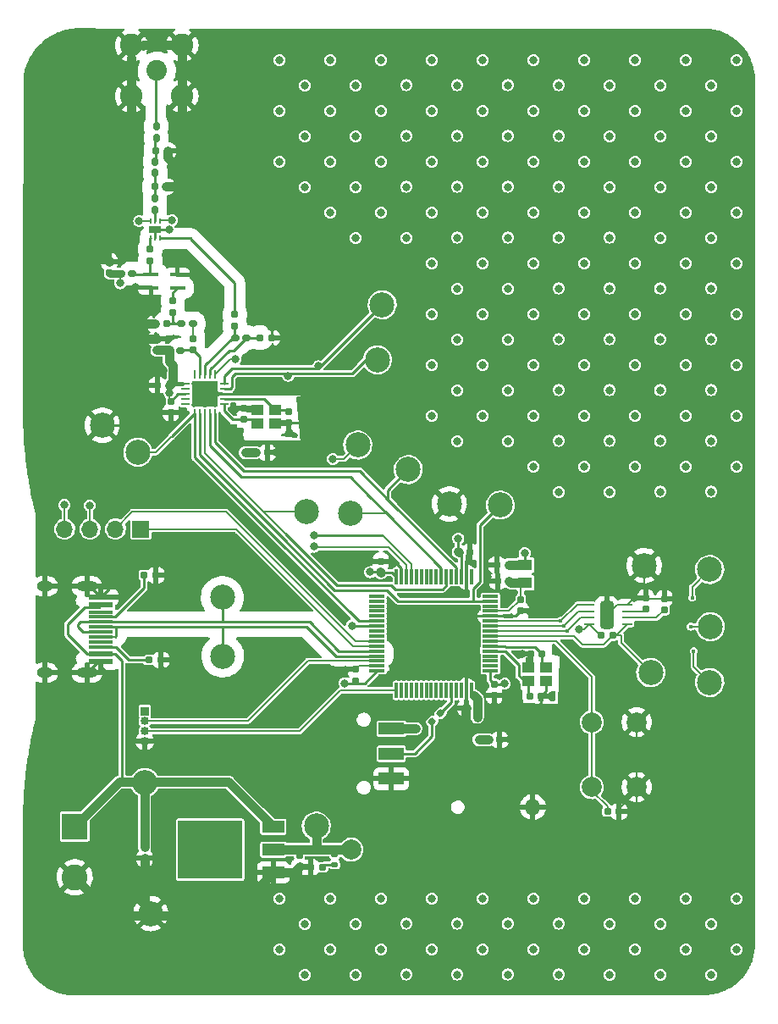
<source format=gbr>
%TF.GenerationSoftware,KiCad,Pcbnew,(6.0.6)*%
%TF.CreationDate,2023-03-24T13:47:12-05:00*%
%TF.ProjectId,DSAT_Telemetry_Board,44534154-5f54-4656-9c65-6d657472795f,rev?*%
%TF.SameCoordinates,Original*%
%TF.FileFunction,Copper,L1,Top*%
%TF.FilePolarity,Positive*%
%FSLAX46Y46*%
G04 Gerber Fmt 4.6, Leading zero omitted, Abs format (unit mm)*
G04 Created by KiCad (PCBNEW (6.0.6)) date 2023-03-24 13:47:12*
%MOMM*%
%LPD*%
G01*
G04 APERTURE LIST*
G04 Aperture macros list*
%AMRoundRect*
0 Rectangle with rounded corners*
0 $1 Rounding radius*
0 $2 $3 $4 $5 $6 $7 $8 $9 X,Y pos of 4 corners*
0 Add a 4 corners polygon primitive as box body*
4,1,4,$2,$3,$4,$5,$6,$7,$8,$9,$2,$3,0*
0 Add four circle primitives for the rounded corners*
1,1,$1+$1,$2,$3*
1,1,$1+$1,$4,$5*
1,1,$1+$1,$6,$7*
1,1,$1+$1,$8,$9*
0 Add four rect primitives between the rounded corners*
20,1,$1+$1,$2,$3,$4,$5,0*
20,1,$1+$1,$4,$5,$6,$7,0*
20,1,$1+$1,$6,$7,$8,$9,0*
20,1,$1+$1,$8,$9,$2,$3,0*%
G04 Aperture macros list end*
%TA.AperFunction,SMDPad,CuDef*%
%ADD10R,2.200000X1.200000*%
%TD*%
%TA.AperFunction,SMDPad,CuDef*%
%ADD11R,6.400000X5.800000*%
%TD*%
%TA.AperFunction,SMDPad,CuDef*%
%ADD12R,1.500000X0.400000*%
%TD*%
%TA.AperFunction,SMDPad,CuDef*%
%ADD13RoundRect,0.155000X0.212500X0.155000X-0.212500X0.155000X-0.212500X-0.155000X0.212500X-0.155000X0*%
%TD*%
%TA.AperFunction,SMDPad,CuDef*%
%ADD14C,2.500000*%
%TD*%
%TA.AperFunction,SMDPad,CuDef*%
%ADD15RoundRect,0.155000X-0.212500X-0.155000X0.212500X-0.155000X0.212500X0.155000X-0.212500X0.155000X0*%
%TD*%
%TA.AperFunction,SMDPad,CuDef*%
%ADD16RoundRect,0.155000X0.155000X-0.212500X0.155000X0.212500X-0.155000X0.212500X-0.155000X-0.212500X0*%
%TD*%
%TA.AperFunction,SMDPad,CuDef*%
%ADD17RoundRect,0.160000X0.222500X0.160000X-0.222500X0.160000X-0.222500X-0.160000X0.222500X-0.160000X0*%
%TD*%
%TA.AperFunction,SMDPad,CuDef*%
%ADD18RoundRect,0.075000X0.700000X0.075000X-0.700000X0.075000X-0.700000X-0.075000X0.700000X-0.075000X0*%
%TD*%
%TA.AperFunction,SMDPad,CuDef*%
%ADD19RoundRect,0.075000X0.075000X0.700000X-0.075000X0.700000X-0.075000X-0.700000X0.075000X-0.700000X0*%
%TD*%
%TA.AperFunction,SMDPad,CuDef*%
%ADD20RoundRect,0.160000X0.026517X0.252791X-0.252791X-0.026517X-0.026517X-0.252791X0.252791X0.026517X0*%
%TD*%
%TA.AperFunction,SMDPad,CuDef*%
%ADD21RoundRect,0.160000X0.197500X0.160000X-0.197500X0.160000X-0.197500X-0.160000X0.197500X-0.160000X0*%
%TD*%
%TA.AperFunction,SMDPad,CuDef*%
%ADD22R,2.450000X0.600000*%
%TD*%
%TA.AperFunction,SMDPad,CuDef*%
%ADD23R,2.450000X0.300000*%
%TD*%
%TA.AperFunction,ComponentPad*%
%ADD24O,2.100000X1.000000*%
%TD*%
%TA.AperFunction,ComponentPad*%
%ADD25O,1.600000X1.000000*%
%TD*%
%TA.AperFunction,SMDPad,CuDef*%
%ADD26RoundRect,0.160000X-0.160000X0.222500X-0.160000X-0.222500X0.160000X-0.222500X0.160000X0.222500X0*%
%TD*%
%TA.AperFunction,SMDPad,CuDef*%
%ADD27RoundRect,0.050000X0.450000X0.050000X-0.450000X0.050000X-0.450000X-0.050000X0.450000X-0.050000X0*%
%TD*%
%TA.AperFunction,SMDPad,CuDef*%
%ADD28RoundRect,0.350000X0.350000X1.050000X-0.350000X1.050000X-0.350000X-1.050000X0.350000X-1.050000X0*%
%TD*%
%TA.AperFunction,SMDPad,CuDef*%
%ADD29RoundRect,0.062500X-0.062500X0.362500X-0.062500X-0.362500X0.062500X-0.362500X0.062500X0.362500X0*%
%TD*%
%TA.AperFunction,SMDPad,CuDef*%
%ADD30RoundRect,0.062500X-0.362500X0.062500X-0.362500X-0.062500X0.362500X-0.062500X0.362500X0.062500X0*%
%TD*%
%TA.AperFunction,ComponentPad*%
%ADD31C,0.500000*%
%TD*%
%TA.AperFunction,SMDPad,CuDef*%
%ADD32R,2.600000X2.600000*%
%TD*%
%TA.AperFunction,SMDPad,CuDef*%
%ADD33RoundRect,0.155000X-0.155000X0.212500X-0.155000X-0.212500X0.155000X-0.212500X0.155000X0.212500X0*%
%TD*%
%TA.AperFunction,ComponentPad*%
%ADD34C,2.050000*%
%TD*%
%TA.AperFunction,ComponentPad*%
%ADD35C,2.250000*%
%TD*%
%TA.AperFunction,SMDPad,CuDef*%
%ADD36R,1.470000X1.140000*%
%TD*%
%TA.AperFunction,SMDPad,CuDef*%
%ADD37R,1.150000X1.000000*%
%TD*%
%TA.AperFunction,SMDPad,CuDef*%
%ADD38R,0.250000X0.550000*%
%TD*%
%TA.AperFunction,SMDPad,CuDef*%
%ADD39R,1.300000X0.800000*%
%TD*%
%TA.AperFunction,SMDPad,CuDef*%
%ADD40RoundRect,0.160000X-0.222500X-0.160000X0.222500X-0.160000X0.222500X0.160000X-0.222500X0.160000X0*%
%TD*%
%TA.AperFunction,ComponentPad*%
%ADD41C,2.000000*%
%TD*%
%TA.AperFunction,SMDPad,CuDef*%
%ADD42R,2.500000X1.250000*%
%TD*%
%TA.AperFunction,ComponentPad*%
%ADD43C,2.600000*%
%TD*%
%TA.AperFunction,ComponentPad*%
%ADD44R,2.600000X2.600000*%
%TD*%
%TA.AperFunction,SMDPad,CuDef*%
%ADD45RoundRect,0.160000X-0.197500X-0.160000X0.197500X-0.160000X0.197500X0.160000X-0.197500X0.160000X0*%
%TD*%
%TA.AperFunction,ComponentPad*%
%ADD46R,1.700000X1.700000*%
%TD*%
%TA.AperFunction,ComponentPad*%
%ADD47O,1.700000X1.700000*%
%TD*%
%TA.AperFunction,ComponentPad*%
%ADD48R,0.850000X0.850000*%
%TD*%
%TA.AperFunction,ComponentPad*%
%ADD49O,0.850000X0.850000*%
%TD*%
%TA.AperFunction,ComponentPad*%
%ADD50O,1.600000X1.600000*%
%TD*%
%TA.AperFunction,SMDPad,CuDef*%
%ADD51RoundRect,0.147500X0.172500X-0.147500X0.172500X0.147500X-0.172500X0.147500X-0.172500X-0.147500X0*%
%TD*%
%TA.AperFunction,ViaPad*%
%ADD52C,0.800000*%
%TD*%
%TA.AperFunction,ViaPad*%
%ADD53C,2.000000*%
%TD*%
%TA.AperFunction,ViaPad*%
%ADD54C,0.400000*%
%TD*%
%TA.AperFunction,ViaPad*%
%ADD55C,1.500000*%
%TD*%
%TA.AperFunction,ViaPad*%
%ADD56C,0.508000*%
%TD*%
%TA.AperFunction,Conductor*%
%ADD57C,0.292100*%
%TD*%
%TA.AperFunction,Conductor*%
%ADD58C,0.293370*%
%TD*%
%TA.AperFunction,Conductor*%
%ADD59C,0.889000*%
%TD*%
%TA.AperFunction,Conductor*%
%ADD60C,0.293000*%
%TD*%
%TA.AperFunction,Conductor*%
%ADD61C,0.381000*%
%TD*%
%TA.AperFunction,Conductor*%
%ADD62C,0.203200*%
%TD*%
%TA.AperFunction,Conductor*%
%ADD63C,0.762000*%
%TD*%
%TA.AperFunction,Conductor*%
%ADD64C,0.261112*%
%TD*%
%TA.AperFunction,Conductor*%
%ADD65C,0.200000*%
%TD*%
G04 APERTURE END LIST*
D10*
%TO.P,U1,1,GND*%
%TO.N,GND*%
X172100000Y-137080000D03*
%TO.P,U1,2,VO*%
%TO.N,+3.3V*%
X172100000Y-134800000D03*
%TO.P,U1,3,VI*%
%TO.N,VBUS*%
X172100000Y-132520000D03*
D11*
%TO.P,U1,4*%
%TO.N,N/C*%
X165800000Y-134800000D03*
%TD*%
D12*
%TO.P,U7,1,RFout*%
%TO.N,Net-(C28-Pad1)*%
X159855008Y-77321248D03*
%TO.P,U7,2,Gnd*%
%TO.N,GND*%
X159855008Y-78621248D03*
%TO.P,U7,3,RFin*%
%TO.N,Net-(C27-Pad2)*%
X162515008Y-78621248D03*
%TO.P,U7,4,Gnd*%
%TO.N,GND*%
X162515008Y-77321248D03*
%TD*%
D13*
%TO.P,C32,1*%
%TO.N,GND*%
X161517502Y-64936248D03*
%TO.P,C32,2*%
%TO.N,Net-(C32-Pad2)*%
X160382502Y-64936248D03*
%TD*%
D14*
%TO.P,TX_~{SEL},1,1*%
%TO.N,/TX_~{SEL}*%
X185601207Y-96808000D03*
%TD*%
D15*
%TO.P,C18,1*%
%TO.N,/Microcontroller/Clock_In*%
X197750000Y-119442500D03*
%TO.P,C18,2*%
%TO.N,GND*%
X198885000Y-119442500D03*
%TD*%
D13*
%TO.P,C17,1*%
%TO.N,+3.3V*%
X192518707Y-120658000D03*
%TO.P,C17,2*%
%TO.N,GND*%
X191383707Y-120658000D03*
%TD*%
D14*
%TO.P,TX_~{IRQ},1,1*%
%TO.N,/TX_~{IRQ}*%
X158544002Y-95080248D03*
%TD*%
D16*
%TO.P,C28,1*%
%TO.N,Net-(C28-Pad1)*%
X159785008Y-75921241D03*
%TO.P,C28,2*%
%TO.N,/Low Noise Amplifier1/TX_LNA*%
X159785008Y-74786241D03*
%TD*%
D15*
%TO.P,C15,1*%
%TO.N,GND*%
X197850000Y-115192500D03*
%TO.P,C15,2*%
%TO.N,/Microcontroller/Clock_Out*%
X198985000Y-115192500D03*
%TD*%
D14*
%TO.P,~{RST},1,1*%
%TO.N,/~{RST}*%
X209850000Y-117100000D03*
%TD*%
D16*
%TO.P,C27,1*%
%TO.N,/Low Noise Amplifier1/TX_Transciever*%
X162067519Y-81071237D03*
%TO.P,C27,2*%
%TO.N,Net-(C27-Pad2)*%
X162067512Y-79936248D03*
%TD*%
D17*
%TO.P,L3,1,1*%
%TO.N,Net-(C23-Pad1)*%
X162840012Y-84903748D03*
%TO.P,L3,2,2*%
%TO.N,+3.3V*%
X161695012Y-84903748D03*
%TD*%
D18*
%TO.P,U5,1,VBAT*%
%TO.N,+3.3V*%
X193825000Y-116950000D03*
%TO.P,U5,2,PC13*%
%TO.N,unconnected-(U5-Pad2)*%
X193825000Y-116450000D03*
%TO.P,U5,3,PC14*%
%TO.N,unconnected-(U5-Pad3)*%
X193825000Y-115950000D03*
%TO.P,U5,4,PC15*%
%TO.N,unconnected-(U5-Pad4)*%
X193825000Y-115450000D03*
%TO.P,U5,5,PH0*%
%TO.N,/Microcontroller/Clock_In*%
X193825000Y-114950000D03*
%TO.P,U5,6,PH1*%
%TO.N,/Microcontroller/Clock_Out*%
X193825000Y-114450000D03*
%TO.P,U5,7,NRST*%
%TO.N,/Microcontroller/NRST*%
X193825000Y-113950000D03*
%TO.P,U5,8,PC0*%
%TO.N,/~{RST}*%
X193825000Y-113450000D03*
%TO.P,U5,9,PC1*%
%TO.N,/WDI*%
X193825000Y-112950000D03*
%TO.P,U5,10,PC2*%
%TO.N,/~{WDO}*%
X193825000Y-112450000D03*
%TO.P,U5,11,PC3*%
%TO.N,/WEN*%
X193825000Y-111950000D03*
%TO.P,U5,12,VSSA*%
%TO.N,GND*%
X193825000Y-111450000D03*
%TO.P,U5,13,VDDA*%
%TO.N,+3.3VA*%
X193825000Y-110950000D03*
%TO.P,U5,14,PA0*%
%TO.N,unconnected-(U5-Pad14)*%
X193825000Y-110450000D03*
%TO.P,U5,15,PA1*%
%TO.N,/TX_SCLK*%
X193825000Y-109950000D03*
%TO.P,U5,16,PA2*%
%TO.N,unconnected-(U5-Pad16)*%
X193825000Y-109450000D03*
D19*
%TO.P,U5,17,PA3*%
%TO.N,unconnected-(U5-Pad17)*%
X191900000Y-107525000D03*
%TO.P,U5,18,VSS*%
%TO.N,GND*%
X191400000Y-107525000D03*
%TO.P,U5,19,VDD*%
%TO.N,+3.3V*%
X190900000Y-107525000D03*
%TO.P,U5,20,PA4*%
%TO.N,/TX_~{SEL}*%
X190400000Y-107525000D03*
%TO.P,U5,21,PA5*%
%TO.N,unconnected-(U5-Pad21)*%
X189900000Y-107525000D03*
%TO.P,U5,22,PA6*%
%TO.N,/TX_SDO*%
X189400000Y-107525000D03*
%TO.P,U5,23,PA7*%
%TO.N,/TX_SDI*%
X188900000Y-107525000D03*
%TO.P,U5,24,PC4*%
%TO.N,unconnected-(U5-Pad24)*%
X188400000Y-107525000D03*
%TO.P,U5,25,PC5*%
%TO.N,unconnected-(U5-Pad25)*%
X187900000Y-107525000D03*
%TO.P,U5,26,PB0*%
%TO.N,unconnected-(U5-Pad26)*%
X187400000Y-107525000D03*
%TO.P,U5,27,PB1*%
%TO.N,unconnected-(U5-Pad27)*%
X186900000Y-107525000D03*
%TO.P,U5,28,PB2*%
%TO.N,unconnected-(U5-Pad28)*%
X186400000Y-107525000D03*
%TO.P,U5,29,PB10*%
%TO.N,/Microcontroller/I2C2_SCL*%
X185900000Y-107525000D03*
%TO.P,U5,30,PB11*%
%TO.N,/Microcontroller/I2C2_SDA*%
X185400000Y-107525000D03*
%TO.P,U5,31,VSS*%
%TO.N,GND*%
X184900000Y-107525000D03*
%TO.P,U5,32,VDD*%
%TO.N,+3.3V*%
X184400000Y-107525000D03*
D18*
%TO.P,U5,33,PB12*%
%TO.N,unconnected-(U5-Pad33)*%
X182475000Y-109450000D03*
%TO.P,U5,34,PB13*%
%TO.N,unconnected-(U5-Pad34)*%
X182475000Y-109950000D03*
%TO.P,U5,35,PB14*%
%TO.N,unconnected-(U5-Pad35)*%
X182475000Y-110450000D03*
%TO.P,U5,36,PB15*%
%TO.N,unconnected-(U5-Pad36)*%
X182475000Y-110950000D03*
%TO.P,U5,37,PC6*%
%TO.N,unconnected-(U5-Pad37)*%
X182475000Y-111450000D03*
%TO.P,U5,38,PC7*%
%TO.N,/TX_~{IRQ}*%
X182475000Y-111950000D03*
%TO.P,U5,39,PC8*%
%TO.N,/TX_SDN*%
X182475000Y-112450000D03*
%TO.P,U5,40,PC9*%
%TO.N,unconnected-(U5-Pad40)*%
X182475000Y-112950000D03*
%TO.P,U5,41,PA8*%
%TO.N,unconnected-(U5-Pad41)*%
X182475000Y-113450000D03*
%TO.P,U5,42,PA9*%
%TO.N,/Microcontroller/I2C1_SCL*%
X182475000Y-113950000D03*
%TO.P,U5,43,PA10*%
%TO.N,/Microcontroller/I2C1_SDA*%
X182475000Y-114450000D03*
%TO.P,U5,44,PA11*%
%TO.N,/D-*%
X182475000Y-114950000D03*
%TO.P,U5,45,PA12*%
%TO.N,/D+*%
X182475000Y-115450000D03*
%TO.P,U5,46,PA13*%
%TO.N,/Microcontroller/DEBUG_DIO*%
X182475000Y-115950000D03*
%TO.P,U5,47,VSS*%
%TO.N,GND*%
X182475000Y-116450000D03*
%TO.P,U5,48,VDDUSB*%
%TO.N,+3.3V*%
X182475000Y-116950000D03*
D19*
%TO.P,U5,49,PA14*%
%TO.N,/Microcontroller/DEBUG_CLK*%
X184400000Y-118875000D03*
%TO.P,U5,50,PA15*%
%TO.N,unconnected-(U5-Pad50)*%
X184900000Y-118875000D03*
%TO.P,U5,51,PC10*%
%TO.N,unconnected-(U5-Pad51)*%
X185400000Y-118875000D03*
%TO.P,U5,52,PC11*%
%TO.N,unconnected-(U5-Pad52)*%
X185900000Y-118875000D03*
%TO.P,U5,53,PC12*%
%TO.N,unconnected-(U5-Pad53)*%
X186400000Y-118875000D03*
%TO.P,U5,54,PD2*%
%TO.N,unconnected-(U5-Pad54)*%
X186900000Y-118875000D03*
%TO.P,U5,55,PB3*%
%TO.N,unconnected-(U5-Pad55)*%
X187400000Y-118875000D03*
%TO.P,U5,56,PB4*%
%TO.N,unconnected-(U5-Pad56)*%
X187900000Y-118875000D03*
%TO.P,U5,57,PB5*%
%TO.N,unconnected-(U5-Pad57)*%
X188400000Y-118875000D03*
%TO.P,U5,58,PB6*%
%TO.N,unconnected-(U5-Pad58)*%
X188900000Y-118875000D03*
%TO.P,U5,59,PB7*%
%TO.N,unconnected-(U5-Pad59)*%
X189400000Y-118875000D03*
%TO.P,U5,60,PH3*%
%TO.N,/Microcontroller/Boot0*%
X189900000Y-118875000D03*
%TO.P,U5,61,PB8*%
%TO.N,unconnected-(U5-Pad61)*%
X190400000Y-118875000D03*
%TO.P,U5,62,PB9*%
%TO.N,unconnected-(U5-Pad62)*%
X190900000Y-118875000D03*
%TO.P,U5,63,VSS*%
%TO.N,GND*%
X191400000Y-118875000D03*
%TO.P,U5,64,VDD*%
%TO.N,+3.3V*%
X191900000Y-118875000D03*
%TD*%
D20*
%TO.P,R10,1*%
%TO.N,/Microcontroller/Boot0*%
X188826496Y-121159504D03*
%TO.P,R10,2*%
%TO.N,Net-(R10-Pad2)*%
X187981504Y-122004496D03*
%TD*%
D21*
%TO.P,R11,1*%
%TO.N,/~{RST}*%
X206048707Y-113408000D03*
%TO.P,R11,2*%
%TO.N,+3.3V*%
X204853707Y-113408000D03*
%TD*%
D22*
%TO.P,USB1,1,GND*%
%TO.N,GND*%
X154871000Y-109573020D03*
%TO.P,USB1,2,VBUS*%
%TO.N,VBUS*%
X154871000Y-110348020D03*
D23*
%TO.P,USB1,3,SBU2*%
%TO.N,unconnected-(USB1-Pad3)*%
X154871000Y-111048020D03*
%TO.P,USB1,4,CC1*%
%TO.N,Net-(R13-Pad1)*%
X154871000Y-111548020D03*
%TO.P,USB1,5,DN2*%
%TO.N,/D-*%
X154871000Y-112048020D03*
%TO.P,USB1,6,DP1*%
%TO.N,/D+*%
X154871000Y-112548020D03*
%TO.P,USB1,7,DN1*%
%TO.N,/D-*%
X154871000Y-113048020D03*
%TO.P,USB1,8,DP2*%
%TO.N,/D+*%
X154871000Y-113548020D03*
%TO.P,USB1,9,SBU1*%
%TO.N,unconnected-(USB1-Pad9)*%
X154871000Y-114048020D03*
%TO.P,USB1,10,CC2*%
%TO.N,Net-(R12-Pad2)*%
X154871000Y-114548020D03*
D22*
%TO.P,USB1,11,VBUS*%
%TO.N,VBUS*%
X154871000Y-115248020D03*
%TO.P,USB1,12,GND*%
%TO.N,GND*%
X154871000Y-116023020D03*
D24*
%TO.P,USB1,13,SHIELD*%
X153456000Y-117118020D03*
D25*
X149276000Y-108478020D03*
X149276000Y-117118020D03*
D24*
X153456000Y-108478020D03*
%TD*%
D26*
%TO.P,L6,1,1*%
%TO.N,Net-(C32-Pad2)*%
X160300002Y-66008748D03*
%TO.P,L6,2,2*%
%TO.N,Net-(C33-Pad2)*%
X160300002Y-67153748D03*
%TD*%
D27*
%TO.P,U8,1,~{RST}*%
%TO.N,/~{RST}*%
X207499207Y-112273000D03*
%TO.P,U8,2,CPOR*%
%TO.N,Net-(C30-Pad2)*%
X207499207Y-111623000D03*
%TO.P,U8,3,CWDT*%
%TO.N,Net-(C31-Pad2)*%
X207499207Y-110973000D03*
%TO.P,U8,4,VSS*%
%TO.N,GND*%
X207499207Y-110323000D03*
%TO.P,U8,5,WEN*%
%TO.N,/WEN*%
X203689207Y-110323000D03*
%TO.P,U8,6,~{WDO}*%
%TO.N,/~{WDO}*%
X203689207Y-110973000D03*
%TO.P,U8,7,WDI*%
%TO.N,/WDI*%
X203689207Y-111623000D03*
%TO.P,U8,8,VDD*%
%TO.N,+3.3V*%
X203689207Y-112273000D03*
D28*
%TO.P,U8,9,GND*%
%TO.N,GND*%
X205451207Y-111358000D03*
%TD*%
D29*
%TO.P,U6,1,SDN*%
%TO.N,/TX_SDN*%
X166249994Y-87328759D03*
%TO.P,U6,2,RXp*%
%TO.N,Net-(C22-Pad1)*%
X165749994Y-87328759D03*
%TO.P,U6,3,RXn*%
%TO.N,Net-(C21-Pad2)*%
X165249994Y-87328759D03*
%TO.P,U6,4,TX*%
%TO.N,Net-(C23-Pad1)*%
X164749994Y-87328759D03*
%TO.P,U6,5,NC*%
%TO.N,unconnected-(U6-Pad5)*%
X164249994Y-87328759D03*
D30*
%TO.P,U6,6,VDD*%
%TO.N,+3.3V*%
X163324994Y-88253759D03*
%TO.P,U6,7,TXRAMP*%
%TO.N,unconnected-(U6-Pad7)*%
X163324994Y-88753759D03*
%TO.P,U6,8,VDD*%
%TO.N,+3.3V*%
X163324994Y-89253759D03*
%TO.P,U6,9,GPIO0*%
%TO.N,unconnected-(U6-Pad9)*%
X163324994Y-89753759D03*
%TO.P,U6,10,GPIO1*%
%TO.N,unconnected-(U6-Pad10)*%
X163324994Y-90253759D03*
D29*
%TO.P,U6,11,~{IRQ}*%
%TO.N,/TX_~{IRQ}*%
X164249994Y-91178759D03*
%TO.P,U6,12,SCLK*%
%TO.N,/TX_SCLK*%
X164749994Y-91178759D03*
%TO.P,U6,13,SDO*%
%TO.N,/TX_SDO*%
X165249994Y-91178759D03*
%TO.P,U6,14,SDI*%
%TO.N,/TX_SDI*%
X165749994Y-91178759D03*
%TO.P,U6,15,~{SEL}*%
%TO.N,/TX_~{SEL}*%
X166249994Y-91178759D03*
D30*
%TO.P,U6,16,XOUT*%
%TO.N,Net-(C25-Pad2)*%
X167174994Y-90253759D03*
%TO.P,U6,17,XIN*%
%TO.N,Net-(C26-Pad1)*%
X167174994Y-89753759D03*
%TO.P,U6,18,GND*%
%TO.N,GND*%
X167174994Y-89253759D03*
%TO.P,U6,19,GPIO2*%
%TO.N,/RX_En*%
X167174994Y-88753759D03*
%TO.P,U6,20,GPIO3*%
%TO.N,/TX_En*%
X167174994Y-88253759D03*
D31*
%TO.P,U6,21,GND*%
%TO.N,GND*%
X164199994Y-88203759D03*
D32*
X165249983Y-89253765D03*
D31*
X166299994Y-88203759D03*
D32*
X165249994Y-89253759D03*
D31*
X164199994Y-90303759D03*
X166299994Y-90303759D03*
%TD*%
D33*
%TO.P,C16,1*%
%TO.N,+3.3V*%
X194201207Y-118258000D03*
%TO.P,C16,2*%
%TO.N,GND*%
X194201207Y-119393000D03*
%TD*%
%TO.P,C30,1*%
%TO.N,GND*%
X211201207Y-109690500D03*
%TO.P,C30,2*%
%TO.N,Net-(C30-Pad2)*%
X211201207Y-110825500D03*
%TD*%
D13*
%TO.P,C33,1*%
%TO.N,GND*%
X161367502Y-68513748D03*
%TO.P,C33,2*%
%TO.N,Net-(C33-Pad2)*%
X160232502Y-68513748D03*
%TD*%
D14*
%TO.P,VBUS,1,1*%
%TO.N,VBUS*%
X159250000Y-128100000D03*
%TD*%
%TO.P,TX_SCLK,1,1*%
%TO.N,/TX_SCLK*%
X194801207Y-100358000D03*
%TD*%
%TO.P,~{WDO},1,1*%
%TO.N,/~{WDO}*%
X215801207Y-112508000D03*
%TD*%
%TO.P,TP15,1,1*%
%TO.N,/TX_SDI*%
X179800000Y-101150000D03*
%TD*%
D34*
%TO.P,J2,1,In*%
%TO.N,/RX_Switch1/Antenna*%
X160450002Y-56936248D03*
D35*
%TO.P,J2,2,Ext*%
%TO.N,GND*%
X162990002Y-54396248D03*
X162990002Y-59476248D03*
X157910002Y-59476248D03*
X157910002Y-54396248D03*
%TD*%
D36*
%TO.P,FB1,1*%
%TO.N,+3.3VA*%
X197294000Y-108120000D03*
%TO.P,FB1,2*%
%TO.N,+3.3V*%
X197294000Y-106340000D03*
%TD*%
D16*
%TO.P,C12,1*%
%TO.N,+3.3V*%
X182850000Y-107117500D03*
%TO.P,C12,2*%
%TO.N,GND*%
X182850000Y-105982500D03*
%TD*%
D14*
%TO.P,+3V3,1,1*%
%TO.N,+3.3V*%
X176400000Y-132450000D03*
%TD*%
%TO.P,RX_En,1,1*%
%TO.N,/RX_En*%
X182504002Y-85840248D03*
%TD*%
D37*
%TO.P,Y1,1,1*%
%TO.N,/Microcontroller/Clock_Out*%
X199367500Y-116575000D03*
%TO.P,Y1,2,2*%
%TO.N,GND*%
X197617500Y-116575000D03*
%TO.P,Y1,3,3*%
%TO.N,/Microcontroller/Clock_In*%
X197617500Y-117975000D03*
%TO.P,Y1,4,4*%
%TO.N,GND*%
X199367500Y-117975000D03*
%TD*%
D16*
%TO.P,C34,1*%
%TO.N,GND*%
X161844002Y-91097748D03*
%TO.P,C34,2*%
%TO.N,+3.3V*%
X161844002Y-89962748D03*
%TD*%
D38*
%TO.P,IC1,1,RF1*%
%TO.N,/Low Noise Amplifier1/TX_LNA*%
X159800002Y-73686248D03*
%TO.P,IC1,2,GND_1*%
%TO.N,GND*%
X160300002Y-73686248D03*
%TO.P,IC1,3,RF2*%
%TO.N,/RX_Switch1/RX*%
X160800002Y-73686248D03*
%TO.P,IC1,4,VC2*%
%TO.N,/TX_En*%
X160800002Y-71986248D03*
%TO.P,IC1,5,RFC*%
%TO.N,Net-(IC1-Pad5)*%
X160300002Y-71986248D03*
%TO.P,IC1,6,VC1*%
%TO.N,/RX_En*%
X159800002Y-71986248D03*
D39*
%TO.P,IC1,7,GND_2*%
%TO.N,GND*%
X160300002Y-72836248D03*
%TD*%
D37*
%TO.P,Y2,1,1*%
%TO.N,Net-(C25-Pad2)*%
X170539000Y-92245500D03*
%TO.P,Y2,2,2*%
%TO.N,GND*%
X172289000Y-92245500D03*
%TO.P,Y2,3,3*%
%TO.N,Net-(C26-Pad1)*%
X172289000Y-90845500D03*
%TO.P,Y2,4,4*%
%TO.N,GND*%
X170539000Y-90845500D03*
%TD*%
D33*
%TO.P,C26,1*%
%TO.N,Net-(C26-Pad1)*%
X173664000Y-90978000D03*
%TO.P,C26,2*%
%TO.N,GND*%
X173664000Y-92113000D03*
%TD*%
D13*
%TO.P,C9,1*%
%TO.N,+3.3V*%
X195611500Y-106330000D03*
%TO.P,C9,2*%
%TO.N,GND*%
X194476500Y-106330000D03*
%TD*%
D14*
%TO.P,TX_SDN,1,1*%
%TO.N,/TX_SDN*%
X180550000Y-94350000D03*
%TD*%
D15*
%TO.P,C22,1*%
%TO.N,Net-(C22-Pad1)*%
X170782502Y-83621248D03*
%TO.P,C22,2*%
%TO.N,GND*%
X171917502Y-83621248D03*
%TD*%
D14*
%TO.P,GND,1,1*%
%TO.N,GND*%
X209201207Y-106408000D03*
%TD*%
D33*
%TO.P,C25,1*%
%TO.N,GND*%
X169164000Y-90678000D03*
%TO.P,C25,2*%
%TO.N,Net-(C25-Pad2)*%
X169164000Y-91813000D03*
%TD*%
D16*
%TO.P,C5,1*%
%TO.N,GND*%
X174700000Y-136517500D03*
%TO.P,C5,2*%
%TO.N,+3.3V*%
X174700000Y-135382500D03*
%TD*%
D15*
%TO.P,C20,1*%
%TO.N,GND*%
X160300012Y-82221248D03*
%TO.P,C20,2*%
%TO.N,/Transceiver1/TX_Transceiver*%
X161435012Y-82221248D03*
%TD*%
D33*
%TO.P,C21,1*%
%TO.N,/RX_Switch1/RX*%
X168250002Y-81318748D03*
%TO.P,C21,2*%
%TO.N,Net-(C21-Pad2)*%
X168250002Y-82453748D03*
%TD*%
D40*
%TO.P,L2,1,1*%
%TO.N,Net-(C21-Pad2)*%
X168277502Y-83621248D03*
%TO.P,L2,2,2*%
%TO.N,Net-(C22-Pad1)*%
X169422502Y-83621248D03*
%TD*%
D14*
%TO.P,GND,1,1*%
%TO.N,GND*%
X189700000Y-100250000D03*
%TD*%
D17*
%TO.P,L1,1,1*%
%TO.N,Net-(C23-Pad2)*%
X164040012Y-82221248D03*
%TO.P,L1,2,2*%
%TO.N,/Transceiver1/TX_Transceiver*%
X162895012Y-82221248D03*
%TD*%
D41*
%TO.P,SW1,1,1*%
%TO.N,/Microcontroller/NRST*%
X203951207Y-128550000D03*
X203951207Y-122050000D03*
%TO.P,SW1,2,2*%
%TO.N,GND*%
X208451207Y-122050000D03*
X208451207Y-128550000D03*
%TD*%
D26*
%TO.P,L7,1,1*%
%TO.N,Net-(C33-Pad2)*%
X160250002Y-69691248D03*
%TO.P,L7,2,2*%
%TO.N,Net-(IC1-Pad5)*%
X160250002Y-70836248D03*
%TD*%
D21*
%TO.P,R8,1*%
%TO.N,Net-(D4-Pad1)*%
X177047500Y-136550000D03*
%TO.P,R8,2*%
%TO.N,GND*%
X175852500Y-136550000D03*
%TD*%
D15*
%TO.P,C2,1*%
%TO.N,+3.3V*%
X193615500Y-123825000D03*
%TO.P,C2,2*%
%TO.N,GND*%
X194750500Y-123825000D03*
%TD*%
D42*
%TO.P,SW2,1,A*%
%TO.N,+3.3V*%
X183901207Y-122708000D03*
%TO.P,SW2,2,B*%
%TO.N,Net-(R10-Pad2)*%
X183901207Y-125208000D03*
%TO.P,SW2,3,C*%
%TO.N,GND*%
X183901207Y-127708000D03*
%TD*%
D15*
%TO.P,C13,1*%
%TO.N,/Microcontroller/NRST*%
X205533707Y-131008000D03*
%TO.P,C13,2*%
%TO.N,GND*%
X206668707Y-131008000D03*
%TD*%
D43*
%TO.P,J3,2,Pin_2*%
%TO.N,GND*%
X152245000Y-137570000D03*
D44*
%TO.P,J3,1,Pin_1*%
%TO.N,VBUS*%
X152245000Y-132490000D03*
%TD*%
D15*
%TO.P,C14,1*%
%TO.N,+3.3V*%
X190633707Y-105058000D03*
%TO.P,C14,2*%
%TO.N,GND*%
X191768707Y-105058000D03*
%TD*%
D45*
%TO.P,R13,1*%
%TO.N,Net-(R13-Pad1)*%
X159173508Y-107348019D03*
%TO.P,R13,2*%
%TO.N,GND*%
X160368508Y-107348019D03*
%TD*%
D15*
%TO.P,C35,1*%
%TO.N,GND*%
X160526502Y-88380248D03*
%TO.P,C35,2*%
%TO.N,+3.3V*%
X161661502Y-88380248D03*
%TD*%
D14*
%TO.P,WEN,1,1*%
%TO.N,/WEN*%
X215751207Y-106800000D03*
%TD*%
D15*
%TO.P,C3,1*%
%TO.N,+3.3V*%
X170374500Y-95123000D03*
%TO.P,C3,2*%
%TO.N,GND*%
X171509500Y-95123000D03*
%TD*%
D46*
%TO.P,J1,1,Pin_1*%
%TO.N,/Microcontroller/I2C1_SDA*%
X158850000Y-102750000D03*
D47*
%TO.P,J1,2,Pin_2*%
%TO.N,/Microcontroller/I2C1_SCL*%
X156310000Y-102750000D03*
%TO.P,J1,3,Pin_3*%
%TO.N,/Microcontroller/I2C2_SDA*%
X153770000Y-102750000D03*
%TO.P,J1,4,Pin_4*%
%TO.N,/Microcontroller/I2C2_SCL*%
X151230000Y-102750000D03*
%TD*%
D16*
%TO.P,C29,1*%
%TO.N,+3.3V*%
X155700002Y-77153748D03*
%TO.P,C29,2*%
%TO.N,GND*%
X155700002Y-76018748D03*
%TD*%
D14*
%TO.P,TX_En,1,1*%
%TO.N,/TX_En*%
X182994002Y-80330248D03*
%TD*%
D16*
%TO.P,C23,1*%
%TO.N,Net-(C23-Pad1)*%
X164067512Y-84871248D03*
%TO.P,C23,2*%
%TO.N,Net-(C23-Pad2)*%
X164067512Y-83736248D03*
%TD*%
D14*
%TO.P,D+,1,1*%
%TO.N,/D+*%
X167050000Y-115450000D03*
%TD*%
D48*
%TO.P,J5,1,Pin_1*%
%TO.N,+3.3V*%
X159250000Y-120950000D03*
D49*
%TO.P,J5,2,Pin_2*%
%TO.N,/Microcontroller/DEBUG_DIO*%
X159250000Y-121950000D03*
%TO.P,J5,3,Pin_3*%
%TO.N,/Microcontroller/DEBUG_CLK*%
X159250000Y-122950000D03*
%TO.P,J5,4,Pin_4*%
%TO.N,GND*%
X159250000Y-123950000D03*
%TD*%
D14*
%TO.P,TP16,1,1*%
%TO.N,/TX_SDO*%
X175400000Y-101050000D03*
%TD*%
D33*
%TO.P,C31,1*%
%TO.N,GND*%
X209351207Y-109640500D03*
%TO.P,C31,2*%
%TO.N,Net-(C31-Pad2)*%
X209351207Y-110775500D03*
%TD*%
D13*
%TO.P,C10,1*%
%TO.N,+3.3VA*%
X195679000Y-107980000D03*
%TO.P,C10,2*%
%TO.N,GND*%
X194544000Y-107980000D03*
%TD*%
D14*
%TO.P,WDI,1,1*%
%TO.N,/WDI*%
X215750000Y-118100000D03*
%TD*%
D16*
%TO.P,C19,1*%
%TO.N,+3.3V*%
X180351207Y-117925500D03*
%TO.P,C19,2*%
%TO.N,GND*%
X180351207Y-116790500D03*
%TD*%
D14*
%TO.P,GND,1,1*%
%TO.N,GND*%
X154994002Y-92380248D03*
%TD*%
D33*
%TO.P,C24,1*%
%TO.N,GND*%
X160467512Y-83736248D03*
%TO.P,C24,2*%
%TO.N,+3.3V*%
X160467512Y-84871248D03*
%TD*%
%TO.P,C11,1*%
%TO.N,+3.3VA*%
X196851207Y-109790500D03*
%TO.P,C11,2*%
%TO.N,GND*%
X196851207Y-110925500D03*
%TD*%
D16*
%TO.P,C1,1*%
%TO.N,GND*%
X159230000Y-135665000D03*
%TO.P,C1,2*%
%TO.N,VBUS*%
X159230000Y-134530000D03*
%TD*%
D50*
%TO.P,C4,2*%
%TO.N,GND*%
X198062012Y-130544011D03*
%TD*%
D21*
%TO.P,R12,1*%
%TO.N,GND*%
X160868508Y-115848019D03*
%TO.P,R12,2*%
%TO.N,Net-(R12-Pad2)*%
X159673508Y-115848019D03*
%TD*%
D26*
%TO.P,L5,1,1*%
%TO.N,/RX_Switch1/Antenna*%
X160400002Y-62513748D03*
%TO.P,L5,2,2*%
%TO.N,Net-(C32-Pad2)*%
X160400002Y-63658748D03*
%TD*%
D14*
%TO.P,D-,1,1*%
%TO.N,/D-*%
X167000000Y-109600000D03*
%TD*%
D40*
%TO.P,L4,1,1*%
%TO.N,+3.3V*%
X156862508Y-77221248D03*
%TO.P,L4,2,2*%
%TO.N,Net-(C28-Pad1)*%
X158007508Y-77221248D03*
%TD*%
D51*
%TO.P,D4,1,K*%
%TO.N,Net-(D4-Pad1)*%
X178250000Y-136285000D03*
%TO.P,D4,2,A*%
%TO.N,+3.3V*%
X178250000Y-135315000D03*
%TD*%
D14*
%TO.P,GND,1,1*%
%TO.N,GND*%
X159850000Y-141200000D03*
%TD*%
D52*
%TO.N,GND*%
X173700000Y-93100000D03*
%TO.N,*%
X190488290Y-58380674D03*
X175260000Y-147320000D03*
X187960000Y-81280000D03*
X187960000Y-144780000D03*
X175260000Y-63500000D03*
X190500000Y-93980000D03*
X218440000Y-144780000D03*
X195540674Y-58380674D03*
X203200000Y-55880000D03*
X195540674Y-142200674D03*
X210784872Y-99020674D03*
X187960000Y-91440000D03*
X200624872Y-78700674D03*
X187960000Y-86360000D03*
X182880000Y-139700000D03*
X177800000Y-60960000D03*
X200644093Y-58380674D03*
X193040000Y-76200000D03*
X172720000Y-139700000D03*
X213360000Y-86360000D03*
X198120000Y-76200000D03*
X208280000Y-81280000D03*
X195580000Y-88900000D03*
X172720000Y-55880000D03*
X177800000Y-66040000D03*
X198120000Y-66040000D03*
X187960000Y-66040000D03*
X208280000Y-76200000D03*
X215900000Y-58420000D03*
X193040000Y-139700000D03*
X190488290Y-63460674D03*
X185384872Y-147280674D03*
X203200000Y-66040000D03*
X210820000Y-63500000D03*
X195580000Y-78740000D03*
X198120000Y-91440000D03*
X210780674Y-88860674D03*
X218440000Y-60960000D03*
X210780674Y-93940674D03*
X208280000Y-60960000D03*
X195540674Y-147280674D03*
X203200000Y-144780000D03*
X185420000Y-73660000D03*
X208280000Y-139700000D03*
X187960000Y-71120000D03*
X210820000Y-68580000D03*
X210820000Y-142240000D03*
X172720000Y-66040000D03*
X218440000Y-86360000D03*
X210820000Y-58420000D03*
X203200000Y-81280000D03*
X195568290Y-73620674D03*
X205728290Y-93940674D03*
X215900000Y-73660000D03*
X193040000Y-66040000D03*
X193040000Y-60960000D03*
X198120000Y-139700000D03*
X193040000Y-86360000D03*
X180340000Y-63500000D03*
X205740000Y-147320000D03*
X177800000Y-55880000D03*
X208280000Y-55880000D03*
X205728290Y-88860674D03*
X200624872Y-88860674D03*
X215884093Y-93940674D03*
X182880000Y-66040000D03*
X200644093Y-63460674D03*
X190488290Y-147280674D03*
X213360000Y-139700000D03*
X195580000Y-83820000D03*
X215900000Y-147320000D03*
X187960000Y-55880000D03*
X218440000Y-55880000D03*
X172720000Y-144780000D03*
X213360000Y-55880000D03*
X213360000Y-91440000D03*
X215900000Y-63500000D03*
X218440000Y-96520000D03*
X198120000Y-71120000D03*
X193040000Y-55880000D03*
X190488290Y-142200674D03*
X180340000Y-73660000D03*
X198120000Y-144780000D03*
X208280000Y-96520000D03*
X185384872Y-63460674D03*
X180340000Y-147320000D03*
X175260000Y-68580000D03*
X190500000Y-88900000D03*
X198120000Y-86360000D03*
X180340000Y-142240000D03*
X205740000Y-63500000D03*
X180340000Y-68580000D03*
X215900000Y-68580000D03*
X208280000Y-91440000D03*
X200644093Y-147280674D03*
X187960000Y-60960000D03*
X198120000Y-96520000D03*
X177800000Y-144780000D03*
X205740000Y-58420000D03*
X193040000Y-71120000D03*
X190488290Y-68540674D03*
X210820000Y-147320000D03*
X200620674Y-73620674D03*
X172720000Y-60960000D03*
X215884093Y-88860674D03*
X195540674Y-68540674D03*
X218440000Y-139700000D03*
X175260000Y-58420000D03*
X218440000Y-66040000D03*
X215884093Y-83780674D03*
X215900000Y-142240000D03*
X210820000Y-73660000D03*
X185384872Y-68540674D03*
X185384872Y-58380674D03*
X177800000Y-139700000D03*
X218440000Y-81280000D03*
X175260000Y-142240000D03*
X190500000Y-83820000D03*
X198120000Y-60960000D03*
X182880000Y-71120000D03*
X210780674Y-83780674D03*
X205740000Y-68580000D03*
X200660000Y-99060000D03*
X182880000Y-60960000D03*
X182880000Y-55880000D03*
X215888290Y-99020674D03*
X203200000Y-86360000D03*
X208280000Y-144780000D03*
X198120000Y-81280000D03*
X213360000Y-76200000D03*
X193040000Y-91440000D03*
X203200000Y-76200000D03*
X210780674Y-78700674D03*
X177800000Y-71120000D03*
X213360000Y-96520000D03*
X213360000Y-81280000D03*
X213360000Y-66040000D03*
X213360000Y-60960000D03*
X193040000Y-144780000D03*
X198120000Y-55880000D03*
X205724093Y-73620674D03*
X203200000Y-71120000D03*
X218440000Y-71120000D03*
X180340000Y-58420000D03*
X203200000Y-60960000D03*
X205740000Y-99060000D03*
X205740000Y-142240000D03*
X200644093Y-68540674D03*
X200644093Y-142200674D03*
X200624872Y-83780674D03*
X208280000Y-71120000D03*
X213360000Y-71120000D03*
X187960000Y-139700000D03*
X187960000Y-76200000D03*
X190500000Y-78740000D03*
X208280000Y-66040000D03*
X208280000Y-86360000D03*
X203200000Y-96520000D03*
X203200000Y-139700000D03*
X200624872Y-93940674D03*
X182880000Y-144780000D03*
X190464872Y-73620674D03*
X193040000Y-81280000D03*
X203200000Y-91440000D03*
X205728290Y-83780674D03*
X215884093Y-78700674D03*
X218440000Y-91440000D03*
X195540674Y-63460674D03*
X205728290Y-78700674D03*
X195580000Y-93980000D03*
X213360000Y-144780000D03*
X218440000Y-76200000D03*
X185384872Y-142200674D03*
%TO.N,+3.3V*%
X202701207Y-112758000D03*
X192659000Y-123825000D03*
X181801207Y-107058000D03*
X179251207Y-118158000D03*
X190601207Y-103708000D03*
X197251207Y-105158000D03*
X161744002Y-89180248D03*
X186351207Y-122708000D03*
D53*
X179900000Y-134800000D03*
D52*
X156794002Y-78180248D03*
X195251207Y-118208000D03*
X169291000Y-95123000D03*
X192502414Y-121566000D03*
%TO.N,/TX_En*%
X161974386Y-71878652D03*
X176594002Y-86484063D03*
%TO.N,/RX_En*%
X173594002Y-87426433D03*
X158694002Y-71980248D03*
%TO.N,/Microcontroller/I2C2_SDA*%
X176157207Y-104514000D03*
X153750000Y-100400000D03*
%TO.N,/Microcontroller/I2C2_SCL*%
X151200000Y-100350000D03*
X176150000Y-103350000D03*
D54*
%TO.N,/~{WDO}*%
X213851207Y-112508000D03*
X201162567Y-112448900D03*
%TO.N,/WDI*%
X201502959Y-112958500D03*
X214151207Y-114958000D03*
%TO.N,/WEN*%
X200801207Y-111948900D03*
X214001207Y-109608000D03*
D52*
%TO.N,/TX_SDN*%
X179951207Y-112408000D03*
X178050000Y-95750000D03*
X168294002Y-85780248D03*
%TO.N,GND*%
X174144002Y-83480248D03*
X162990002Y-61896248D03*
X191701207Y-103708000D03*
D55*
X167650000Y-141350000D03*
D52*
X208201207Y-109608000D03*
X171894002Y-82580248D03*
X161688004Y-72836248D03*
X160400000Y-106250000D03*
X164725002Y-65461248D03*
X162990002Y-56896248D03*
X151300002Y-75186248D03*
X195707000Y-123825000D03*
X151300002Y-80186248D03*
X172894002Y-84780248D03*
X181801207Y-105958000D03*
X151300002Y-83386248D03*
X199901207Y-119458000D03*
X160794002Y-91080248D03*
X174250002Y-81936248D03*
X194202414Y-120416000D03*
X155258513Y-65994759D03*
X164144002Y-77280248D03*
X193501207Y-107558000D03*
X155699993Y-108100000D03*
X156000000Y-117650000D03*
X157910002Y-61676248D03*
X197001207Y-115263050D03*
X191352414Y-121616000D03*
X186451207Y-127708000D03*
X155094002Y-75380248D03*
X170275002Y-71011248D03*
X160994002Y-86830248D03*
X160950000Y-116850000D03*
X151300002Y-70886248D03*
X159200002Y-83736248D03*
X197801207Y-111008000D03*
X171900002Y-72636248D03*
X157444002Y-86830248D03*
X169344002Y-85580248D03*
X168450002Y-69186248D03*
X157910002Y-56976248D03*
X152194002Y-85630248D03*
X151300002Y-72936248D03*
X173950002Y-74686248D03*
X198882000Y-120548400D03*
D56*
X168408985Y-90945487D03*
D52*
X194451217Y-105158004D03*
X166550002Y-67286248D03*
X161794002Y-65880248D03*
X153508513Y-67744759D03*
X160290002Y-54396248D03*
X157133513Y-64119759D03*
X175082200Y-92125800D03*
X162110502Y-68513748D03*
X208451207Y-130908000D03*
X159265002Y-82221248D03*
X158294002Y-78580248D03*
X152183513Y-69069759D03*
X174250002Y-78536248D03*
X151300002Y-77936248D03*
X171044002Y-85580248D03*
X172339000Y-95123000D03*
X163225002Y-63961248D03*
X155594002Y-86830248D03*
X159144002Y-86780248D03*
X153944002Y-86830248D03*
X179301207Y-116808000D03*
%TD*%
D57*
%TO.N,GND*%
X173664000Y-92919550D02*
X173700000Y-92919550D01*
X173664000Y-92113000D02*
X173664000Y-92919550D01*
D58*
X167174994Y-89253759D02*
X167175996Y-89252757D01*
X167175996Y-89252757D02*
X168450000Y-89252757D01*
X167174994Y-89253759D02*
X165249994Y-89253759D01*
D59*
X159230000Y-135665000D02*
X159230000Y-141370000D01*
D57*
%TO.N,VBUS*%
X153261000Y-110548020D02*
X151511000Y-112298020D01*
X156313100Y-115248020D02*
X156950000Y-115884920D01*
X154871000Y-115248020D02*
X156313100Y-115248020D01*
X156950000Y-127785000D02*
X156690000Y-128045000D01*
D59*
X152245000Y-132490000D02*
X156690000Y-128045000D01*
D57*
X151511000Y-112298020D02*
X151511000Y-113253979D01*
D59*
X167625000Y-128045000D02*
X172100000Y-132520000D01*
D57*
X151511000Y-113253979D02*
X151528423Y-113271402D01*
X154671000Y-110548020D02*
X154871000Y-110348020D01*
X156950000Y-115884920D02*
X156950000Y-127785000D01*
X151528423Y-113271402D02*
X151511000Y-113253978D01*
D59*
X159230000Y-134530000D02*
X159230000Y-128380000D01*
X158895000Y-128045000D02*
X167625000Y-128045000D01*
D57*
X154871000Y-115248020D02*
X153505042Y-115248020D01*
X153261000Y-110548020D02*
X154671000Y-110548020D01*
D59*
X159230000Y-128380000D02*
X158895000Y-128045000D01*
X156690000Y-128045000D02*
X158895000Y-128045000D01*
D57*
X153505042Y-115248020D02*
X151528423Y-113271402D01*
D59*
%TO.N,+3.3V*%
X170374500Y-95123000D02*
X169291000Y-95123000D01*
D57*
X155752508Y-77221248D02*
X155685008Y-77288748D01*
X182850000Y-107117500D02*
X183992500Y-107117500D01*
D60*
X181801207Y-107058000D02*
X182790500Y-107058000D01*
D61*
X161761502Y-88430248D02*
X161953011Y-88238739D01*
D62*
X204853707Y-113408000D02*
X204824207Y-113408000D01*
D60*
X190601207Y-103708000D02*
X190601207Y-105025500D01*
D59*
X161695012Y-85991179D02*
X162083002Y-86379169D01*
D62*
X204824207Y-113408000D02*
X203689207Y-112273000D01*
D57*
X183992500Y-107117500D02*
X184400000Y-107525000D01*
D58*
X162552991Y-89253759D02*
X163324994Y-89253759D01*
D59*
X192518707Y-120658000D02*
X192518707Y-121549707D01*
X179900000Y-134800000D02*
X176150000Y-134800000D01*
X192518707Y-120658000D02*
X192518707Y-119725500D01*
X192518707Y-119725500D02*
X192201207Y-119408000D01*
X190601207Y-105025500D02*
X190633707Y-105058000D01*
X162083002Y-86379169D02*
X162083002Y-87958748D01*
X161662512Y-84871248D02*
X161695012Y-84903748D01*
D57*
X180583707Y-118158000D02*
X180351207Y-117925500D01*
D59*
X162083002Y-87958748D02*
X161661502Y-88380248D01*
X197251207Y-106297207D02*
X197294000Y-106340000D01*
D57*
X193825000Y-117881793D02*
X194201207Y-118258000D01*
D62*
X161744002Y-89180248D02*
X161744002Y-89862748D01*
X161661502Y-88380248D02*
X161944002Y-88097748D01*
D57*
X182475000Y-116950000D02*
X181267000Y-118158000D01*
X193825000Y-116950000D02*
X193825000Y-117881793D01*
D59*
X192518707Y-121549707D02*
X192502414Y-121566000D01*
D62*
X156794002Y-77289754D02*
X156862508Y-77221248D01*
D57*
X190900000Y-105324293D02*
X190900000Y-107525000D01*
D59*
X195621500Y-106340000D02*
X195611500Y-106330000D01*
X186351207Y-122708000D02*
X183901207Y-122708000D01*
D62*
X161744002Y-89180248D02*
X161744002Y-88462748D01*
D59*
X197294000Y-106340000D02*
X195621500Y-106340000D01*
D62*
X161744002Y-88462748D02*
X161661502Y-88380248D01*
D61*
X161953011Y-88238739D02*
X163001151Y-88238739D01*
D62*
X203204207Y-112758000D02*
X203689207Y-112273000D01*
D59*
X176400000Y-134550000D02*
X176150000Y-134800000D01*
D58*
X180409500Y-118158000D02*
X180450000Y-118117500D01*
D59*
X176150000Y-134800000D02*
X172100000Y-134800000D01*
D60*
X197251207Y-105158000D02*
X197251207Y-106297207D01*
D59*
X182790500Y-107058000D02*
X182850000Y-107117500D01*
X193615500Y-123825000D02*
X192659000Y-123825000D01*
D62*
X202701207Y-112758000D02*
X203204207Y-112758000D01*
D57*
X181267000Y-118158000D02*
X180583707Y-118158000D01*
D62*
X161744002Y-89862748D02*
X161844002Y-89962748D01*
X156794002Y-78180248D02*
X156794002Y-77289754D01*
D59*
X161695012Y-84903748D02*
X161695012Y-85991179D01*
D57*
X194201207Y-118258000D02*
X195201207Y-118258000D01*
X190633707Y-105058000D02*
X190900000Y-105324293D01*
D59*
X160467512Y-84871248D02*
X161662512Y-84871248D01*
D58*
X179251207Y-118158000D02*
X180409500Y-118158000D01*
D59*
X176400000Y-132450000D02*
X176400000Y-134550000D01*
D63*
X156862499Y-77221241D02*
X155752493Y-77221241D01*
D57*
X195201207Y-118258000D02*
X195251207Y-118208000D01*
D58*
X161844002Y-89962748D02*
X162552991Y-89253759D01*
D59*
%TO.N,+3.3VA*%
X197294000Y-108120000D02*
X195819000Y-108120000D01*
D62*
X193825000Y-110950000D02*
X195691707Y-110950000D01*
X196851207Y-108562793D02*
X197294000Y-108120000D01*
D59*
X195819000Y-108120000D02*
X195679000Y-107980000D01*
D62*
X196851207Y-109790500D02*
X196851207Y-108562793D01*
X195691707Y-110950000D02*
X196851207Y-109790500D01*
%TO.N,/Microcontroller/NRST*%
X203951207Y-128908000D02*
X205533707Y-130490500D01*
X203951207Y-122408000D02*
X203951207Y-117523816D01*
X203951207Y-122408000D02*
X203951207Y-128908000D01*
X205533707Y-130490500D02*
X205533707Y-131008000D01*
X203951207Y-122408000D02*
X203343207Y-121800000D01*
X200377391Y-113950000D02*
X193825000Y-113950000D01*
X203951207Y-117523816D02*
X200377391Y-113950000D01*
D57*
%TO.N,/Microcontroller/Clock_Out*%
X193825000Y-114450000D02*
X195282500Y-114450000D01*
X195282500Y-114450000D02*
X195350000Y-114517500D01*
X198985000Y-116192500D02*
X199367500Y-116575000D01*
X198985000Y-115192500D02*
X198985000Y-116192500D01*
X198310000Y-114517500D02*
X198985000Y-115192500D01*
X195350000Y-114517500D02*
X198310000Y-114517500D01*
%TO.N,/Microcontroller/Clock_In*%
X195087244Y-114950000D02*
X195146364Y-115009120D01*
X193825000Y-114950000D02*
X195087244Y-114950000D01*
X197617500Y-117975000D02*
X197617500Y-119310000D01*
X195146364Y-115009120D02*
X195341620Y-115009120D01*
X195341620Y-115009120D02*
X196696939Y-116364439D01*
X197617500Y-119310000D02*
X197750000Y-119442500D01*
X196696939Y-117420561D02*
X197251378Y-117975000D01*
X197251378Y-117975000D02*
X197617500Y-117975000D01*
X196696939Y-116364439D02*
X196696939Y-117420561D01*
D58*
%TO.N,/RX_Switch1/RX*%
X168250002Y-78136248D02*
X163850002Y-73736248D01*
X163800002Y-73686248D02*
X163900002Y-73786248D01*
X160800002Y-73686248D02*
X163800002Y-73686248D01*
X168250002Y-81318748D02*
X168250002Y-78136248D01*
%TO.N,Net-(C21-Pad2)*%
X165249994Y-86886256D02*
X165250002Y-86886248D01*
X165249994Y-87328759D02*
X165249994Y-86886256D01*
D57*
X168250002Y-83593748D02*
X168277502Y-83621248D01*
D58*
X168015002Y-83621248D02*
X168277502Y-83621248D01*
X165250002Y-86386248D02*
X168015002Y-83621248D01*
X165250002Y-86886248D02*
X165250002Y-86386248D01*
X168250010Y-82453739D02*
X168250010Y-83593742D01*
%TO.N,Net-(C22-Pad1)*%
X167689509Y-84886248D02*
X168157502Y-84886248D01*
X170782491Y-83621250D02*
X169422499Y-83621250D01*
X165749994Y-87328759D02*
X165749994Y-86825763D01*
X165749994Y-86825763D02*
X167689509Y-84886248D01*
X168157502Y-84886248D02*
X169422502Y-83621248D01*
%TO.N,Net-(C23-Pad1)*%
X164067512Y-84871248D02*
X164749998Y-85553734D01*
X164749998Y-85553734D02*
X164749998Y-87328764D01*
X164067512Y-84871248D02*
X162872512Y-84871248D01*
X162872512Y-84871248D02*
X162840012Y-84903748D01*
D62*
%TO.N,Net-(C23-Pad2)*%
X164067512Y-82248748D02*
X164040012Y-82221248D01*
X164067512Y-83736248D02*
X164067512Y-82248748D01*
D57*
%TO.N,Net-(C25-Pad2)*%
X170106500Y-91813000D02*
X170539000Y-92245500D01*
X168021000Y-91795600D02*
X167174994Y-90949594D01*
X169164000Y-91813000D02*
X170106500Y-91813000D01*
X167174994Y-90949594D02*
X167174994Y-90253759D01*
X169164000Y-91813000D02*
X167992716Y-91813000D01*
%TO.N,Net-(C26-Pad1)*%
X172289000Y-90845500D02*
X171188992Y-89745492D01*
X167827641Y-89753759D02*
X167174994Y-89753759D01*
X173531500Y-90845500D02*
X173664000Y-90978000D01*
X172289000Y-90845500D02*
X173531500Y-90845500D01*
X171188992Y-89745492D02*
X167500789Y-89745492D01*
D58*
%TO.N,Net-(C27-Pad2)*%
X162067512Y-79068725D02*
X162515000Y-78621237D01*
X162067512Y-79936248D02*
X162067512Y-79068725D01*
%TO.N,Net-(C28-Pad1)*%
X159855010Y-77321239D02*
X158107515Y-77321239D01*
X159785008Y-76038742D02*
X159785008Y-77251237D01*
D57*
X158107508Y-77321248D02*
X158007508Y-77221248D01*
X159785008Y-77251248D02*
X159855008Y-77321248D01*
D58*
%TO.N,/Low Noise Amplifier1/TX_LNA*%
X159785008Y-74786241D02*
X159785008Y-73701242D01*
X159785008Y-73701242D02*
X159800002Y-73686248D01*
D62*
%TO.N,Net-(C30-Pad2)*%
X210403707Y-111623000D02*
X211201207Y-110825500D01*
X207499207Y-111623000D02*
X210403707Y-111623000D01*
%TO.N,Net-(C31-Pad2)*%
X207499207Y-110973000D02*
X209153707Y-110973000D01*
X209153707Y-110973000D02*
X209351207Y-110775500D01*
D58*
%TO.N,Net-(C32-Pad2)*%
X160300000Y-63681242D02*
X160300000Y-65041260D01*
D57*
X160382502Y-64936248D02*
X160382502Y-65666259D01*
X160382502Y-65666259D02*
X160300002Y-65748759D01*
%TO.N,Net-(C33-Pad2)*%
X160300002Y-68446248D02*
X160232502Y-68513748D01*
D58*
X160232513Y-68513753D02*
X160232513Y-69673745D01*
D57*
X160232502Y-69673748D02*
X160250002Y-69691248D01*
D58*
X160300000Y-67153760D02*
X160300000Y-68446239D01*
%TO.N,Net-(D4-Pad1)*%
X178250000Y-136285000D02*
X177312500Y-136285000D01*
X177312500Y-136285000D02*
X177047500Y-136550000D01*
%TO.N,/Transceiver1/TX_Transceiver*%
X162282048Y-82221248D02*
X161435009Y-82221248D01*
X162067519Y-82006719D02*
X162282048Y-82221248D01*
X162067519Y-81071237D02*
X162067519Y-82006719D01*
D57*
X162067520Y-81071247D02*
X162185012Y-81188739D01*
D58*
X162895001Y-82221248D02*
X162282048Y-82221248D01*
%TO.N,/TX_En*%
X167174994Y-88253759D02*
X167174994Y-87449256D01*
D62*
X161974386Y-71878652D02*
X160907598Y-71878652D01*
D58*
X167944002Y-86680248D02*
X176644002Y-86680248D01*
D62*
X160907598Y-71878652D02*
X160800002Y-71986248D01*
D58*
X167174994Y-87449256D02*
X167944002Y-86680248D01*
X176644002Y-86680248D02*
X182994002Y-80330248D01*
%TO.N,Net-(IC1-Pad5)*%
X160300000Y-71986237D02*
X160300000Y-70886240D01*
D57*
X160300002Y-70886248D02*
X160250002Y-70836248D01*
D58*
%TO.N,/RX_En*%
X182444002Y-84780248D02*
X179994002Y-87230248D01*
X179994002Y-87230248D02*
X168294002Y-87230248D01*
X168294002Y-87230248D02*
X167946199Y-87578051D01*
D62*
X158694002Y-71980248D02*
X159794002Y-71980248D01*
D58*
X167946199Y-87578051D02*
X167946199Y-88599946D01*
D62*
X159794002Y-71980248D02*
X159800002Y-71986248D01*
D58*
X167946199Y-88599946D02*
X167792386Y-88753759D01*
X167792386Y-88753759D02*
X167174994Y-88753759D01*
D62*
%TO.N,/Microcontroller/I2C1_SDA*%
X168412289Y-102750000D02*
X158850000Y-102750000D01*
X180112289Y-114450000D02*
X168412289Y-102750000D01*
X182475000Y-114450000D02*
X180112289Y-114450000D01*
%TO.N,/Microcontroller/I2C1_SCL*%
X158010000Y-101050000D02*
X156310000Y-102750000D01*
X167400000Y-101050000D02*
X158010000Y-101050000D01*
X167400000Y-101050000D02*
X180300000Y-113950000D01*
X180300000Y-113950000D02*
X181605225Y-113950000D01*
D57*
X182475000Y-113950000D02*
X181605225Y-113950000D01*
D62*
%TO.N,/Microcontroller/I2C2_SDA*%
X183636997Y-104564000D02*
X185400000Y-106327003D01*
X176207207Y-104564000D02*
X183636997Y-104564000D01*
X153750000Y-100400000D02*
X153770000Y-100420000D01*
X153770000Y-100420000D02*
X153770000Y-102750000D01*
X185400000Y-106327003D02*
X185400000Y-107525000D01*
X176157207Y-104514000D02*
X176207207Y-104564000D01*
%TO.N,/Microcontroller/I2C2_SCL*%
X183007207Y-103364000D02*
X185900000Y-106256793D01*
X185900000Y-106256793D02*
X185900000Y-107525000D01*
X151230000Y-100380000D02*
X151230000Y-102750000D01*
D58*
X176164000Y-103364000D02*
X182957207Y-103364000D01*
X176150000Y-103350000D02*
X176164000Y-103364000D01*
D62*
X151200000Y-100350000D02*
X151230000Y-100380000D01*
X182957207Y-103364000D02*
X183007207Y-103364000D01*
D58*
%TO.N,/RX_Switch1/Antenna*%
X160250002Y-62536248D02*
X160350002Y-62436248D01*
X160350002Y-62436248D02*
X160350002Y-57036248D01*
X160350002Y-57036248D02*
X160450002Y-56936248D01*
D62*
%TO.N,/Microcontroller/DEBUG_DIO*%
X169550000Y-121950000D02*
X175550000Y-115950000D01*
X159250000Y-121950000D02*
X169550000Y-121950000D01*
X175550000Y-115950000D02*
X182475000Y-115950000D01*
%TO.N,/Microcontroller/DEBUG_CLK*%
X174750000Y-122950000D02*
X178825000Y-118875000D01*
X159250000Y-122950000D02*
X174750000Y-122950000D01*
X178825000Y-118875000D02*
X184400000Y-118875000D01*
D57*
%TO.N,/Microcontroller/Boot0*%
X189900000Y-118875000D02*
X189900000Y-120086000D01*
X189900000Y-120086000D02*
X188826496Y-121159504D01*
D58*
%TO.N,Net-(R10-Pad2)*%
X187981504Y-123477703D02*
X187981504Y-122004496D01*
X186251207Y-125208000D02*
X187981504Y-123477703D01*
X183901207Y-125208000D02*
X186251207Y-125208000D01*
D57*
%TO.N,Net-(R12-Pad2)*%
X157671008Y-115848019D02*
X159673508Y-115848019D01*
X154871000Y-114548020D02*
X156371009Y-114548020D01*
X156371009Y-114548020D02*
X157671008Y-115848019D01*
%TO.N,Net-(R13-Pad1)*%
X154871000Y-111548020D02*
X156271007Y-111548020D01*
X156271007Y-111548020D02*
X159173508Y-108645519D01*
X159173508Y-108645519D02*
X159173508Y-107348019D01*
D64*
%TO.N,/D+*%
X182475000Y-115450000D02*
X178350000Y-115450000D01*
X154871000Y-112548020D02*
X154876556Y-112553576D01*
X154876556Y-112553576D02*
X155074781Y-112553576D01*
X182469444Y-115455556D02*
X182475000Y-115450000D01*
X178350000Y-115450000D02*
X175453575Y-112553575D01*
X156395516Y-113468504D02*
X156316000Y-113548020D01*
D60*
X167050000Y-112627011D02*
X166976564Y-112553575D01*
X167050000Y-115450000D02*
X167050000Y-112627011D01*
D64*
X156395516Y-112598515D02*
X156395516Y-113468504D01*
X155871008Y-112553575D02*
X166976564Y-112553575D01*
D65*
X166971008Y-112559131D02*
X166976564Y-112553575D01*
X156345022Y-112548020D02*
X156395511Y-112598509D01*
X154871000Y-113548020D02*
X156316000Y-113548020D01*
D64*
X175453575Y-112553575D02*
X166976564Y-112553575D01*
%TO.N,/D-*%
X166876564Y-112042463D02*
X175756775Y-112042463D01*
D65*
X166971008Y-111948019D02*
X166876564Y-112042463D01*
D64*
X182469444Y-114944444D02*
X182475000Y-114950000D01*
X167000000Y-111919026D02*
X167000000Y-109600000D01*
X175756775Y-112042463D02*
X178664312Y-114950000D01*
X152816000Y-112048020D02*
X154871000Y-112048020D01*
X167000000Y-111919026D02*
X166971015Y-111948011D01*
X155876564Y-112042463D02*
X166876564Y-112042463D01*
D65*
X154871000Y-113048020D02*
X155965440Y-113048020D01*
D64*
X153065999Y-113048019D02*
X152566000Y-112548020D01*
X155871008Y-112048019D02*
X155876564Y-112042463D01*
X154871000Y-112048020D02*
X154876556Y-112042464D01*
X152566000Y-112298020D02*
X152816000Y-112048020D01*
X154871008Y-113048019D02*
X153065999Y-113048019D01*
X152566000Y-112548020D02*
X152566000Y-112298020D01*
X178664312Y-114950000D02*
X182475000Y-114950000D01*
X154876556Y-112042464D02*
X155074781Y-112042464D01*
D62*
%TO.N,/~{RST}*%
X205148707Y-114308000D02*
X206048707Y-113408000D01*
X206364207Y-113408000D02*
X207499207Y-112273000D01*
X203001207Y-114308000D02*
X205148707Y-114308000D01*
X206048707Y-113408000D02*
X206901207Y-113408000D01*
X202152807Y-113459600D02*
X203001207Y-114308000D01*
X206048707Y-113408000D02*
X206364207Y-113408000D01*
X193825000Y-113450000D02*
X193834600Y-113459600D01*
X193834600Y-113459600D02*
X202152807Y-113459600D01*
X206901207Y-114151207D02*
X209850000Y-117100000D01*
X206901207Y-113408000D02*
X206901207Y-114151207D01*
%TO.N,/~{WDO}*%
X201159207Y-112450000D02*
X202636207Y-110973000D01*
X213851207Y-112508000D02*
X215801207Y-112508000D01*
X193825000Y-112450000D02*
X201159207Y-112450000D01*
X202636207Y-110973000D02*
X203689207Y-110973000D01*
%TO.N,/WDI*%
X193825000Y-112950000D02*
X201509207Y-112950000D01*
X203674207Y-111608000D02*
X203689207Y-111623000D01*
X202851207Y-111608000D02*
X203674207Y-111608000D01*
X214151207Y-116501207D02*
X215750000Y-118100000D01*
X214151207Y-114958000D02*
X214201207Y-114958000D01*
X201509207Y-112950000D02*
X202851207Y-111608000D01*
X214151207Y-114958000D02*
X214151207Y-116501207D01*
%TO.N,/WEN*%
X214001207Y-109608000D02*
X214051207Y-109608000D01*
X202486207Y-110323000D02*
X203689207Y-110323000D01*
X193825000Y-111950000D02*
X200859207Y-111950000D01*
X214001207Y-109608000D02*
X214001207Y-108550000D01*
X214001207Y-108550000D02*
X215751207Y-106800000D01*
X200859207Y-111950000D02*
X202486207Y-110323000D01*
%TO.N,/TX_~{IRQ}*%
X158544002Y-95080248D02*
X160348505Y-95080248D01*
D58*
X164249994Y-95549994D02*
X164275000Y-95575000D01*
X172307199Y-103613992D02*
X180643207Y-111950000D01*
X180643207Y-111950000D02*
X182475000Y-111950000D01*
X172307199Y-103607199D02*
X164275000Y-95575000D01*
X172307199Y-103613992D02*
X172307199Y-103607199D01*
D62*
X160348505Y-95080248D02*
X161964377Y-93464377D01*
D58*
X164249994Y-91178759D02*
X161964377Y-93464377D01*
X164249994Y-91178759D02*
X164249994Y-95549994D01*
D62*
%TO.N,/TX_SDN*%
X168294002Y-85780248D02*
X167798505Y-85780248D01*
X179150000Y-95750000D02*
X180550000Y-94350000D01*
X178050000Y-95750000D02*
X179150000Y-95750000D01*
D58*
X182475000Y-112450000D02*
X179993207Y-112450000D01*
D62*
X167798505Y-85780248D02*
X166249994Y-87328759D01*
D58*
X179993207Y-112450000D02*
X179951207Y-112408000D01*
%TO.N,/TX_SCLK*%
X192755011Y-102404196D02*
X194801207Y-100358000D01*
X193825000Y-109950000D02*
X192109207Y-109950000D01*
X183494097Y-108850890D02*
X178247046Y-108850890D01*
X164750000Y-95352270D02*
X164750000Y-92923144D01*
X172800569Y-103404413D02*
X172800569Y-103402839D01*
X184593207Y-109950000D02*
X183494097Y-108850890D01*
X192109207Y-109950000D02*
X184593207Y-109950000D01*
X192109207Y-108686466D02*
X192755011Y-108040662D01*
X164749994Y-92923138D02*
X164757104Y-92930248D01*
X164750000Y-92923144D02*
X164749994Y-92923138D01*
X172800569Y-103402839D02*
X164750000Y-95352270D01*
X192109207Y-109950000D02*
X192109207Y-108686466D01*
X178247046Y-108850890D02*
X172800569Y-103404413D01*
X192755011Y-108040662D02*
X192755011Y-102404196D01*
X164749994Y-91178759D02*
X164749994Y-92923138D01*
D62*
%TO.N,/TX_SDI*%
X183400000Y-101150000D02*
X183425000Y-101175000D01*
D58*
X179826933Y-97576933D02*
X181725000Y-99475000D01*
X181725000Y-99475000D02*
X183425000Y-101175000D01*
X168940687Y-97576933D02*
X179826933Y-97576933D01*
X165749994Y-94386240D02*
X168940687Y-97576933D01*
X183425000Y-101175000D02*
X188900000Y-106650000D01*
X165749994Y-91178759D02*
X165749994Y-94386240D01*
X188900000Y-106650000D02*
X188900000Y-107525000D01*
D62*
X179800000Y-101150000D02*
X183400000Y-101150000D01*
%TO.N,/TX_SDO*%
X171171603Y-101078397D02*
X173307199Y-103213992D01*
X165249994Y-91178759D02*
X165249994Y-95156787D01*
X165249994Y-95156787D02*
X171171603Y-101078397D01*
D58*
X189400000Y-108395673D02*
X189400000Y-107525000D01*
X184284046Y-108779719D02*
X189015954Y-108779719D01*
X173307199Y-103213992D02*
X178451207Y-108358000D01*
X178451207Y-108358000D02*
X183862327Y-108358000D01*
D62*
X175400000Y-101050000D02*
X171200000Y-101050000D01*
D58*
X189015954Y-108779719D02*
X189400000Y-108395673D01*
X183862327Y-108358000D02*
X184284046Y-108779719D01*
D62*
X171200000Y-101050000D02*
X171171603Y-101078397D01*
D58*
%TO.N,/TX_~{SEL}*%
X183557207Y-99764000D02*
X183746603Y-99953397D01*
X183746603Y-99953397D02*
X190407745Y-106614538D01*
X180743206Y-96950000D02*
X169163754Y-96950000D01*
X169163754Y-96950000D02*
X166249994Y-94036240D01*
X166249994Y-94036240D02*
X166249994Y-91178759D01*
X183746603Y-99953397D02*
X180743206Y-96950000D01*
X183557207Y-98852000D02*
X185601207Y-96808000D01*
X190407745Y-106614538D02*
X190407745Y-106764000D01*
X183557207Y-99764000D02*
X183557207Y-98852000D01*
%TO.N,GND*%
X186451207Y-127708000D02*
X183901207Y-127708000D01*
X174732500Y-136550000D02*
X174700000Y-136517500D01*
D59*
X162990002Y-54396248D02*
X163150002Y-54556248D01*
X155594002Y-86830248D02*
X157444002Y-86830248D01*
X167800000Y-141380000D02*
X172100000Y-137080000D01*
X153944002Y-86830248D02*
X155594002Y-86830248D01*
D62*
X162556008Y-77280248D02*
X162515008Y-77321248D01*
D59*
X162990002Y-59476248D02*
X162990002Y-61896248D01*
D58*
X160368508Y-106281492D02*
X160400000Y-106250000D01*
X199901207Y-119458000D02*
X198900500Y-119458000D01*
D62*
X208181707Y-109640500D02*
X207499207Y-110323000D01*
X211201207Y-109690500D02*
X209401207Y-109690500D01*
D59*
X161517502Y-65603748D02*
X161794002Y-65880248D01*
X168450002Y-69186248D02*
X170275002Y-71011248D01*
X173950002Y-74686248D02*
X174250002Y-74986248D01*
D62*
X209201207Y-106408000D02*
X209201207Y-109490500D01*
D58*
X198900500Y-119458000D02*
X198885000Y-119442500D01*
D59*
X155700002Y-76018748D02*
X155700002Y-75986248D01*
D58*
X193923207Y-107980000D02*
X193501207Y-107558000D01*
X197001207Y-115263050D02*
X197779450Y-115263050D01*
D59*
X174250002Y-83424248D02*
X174194002Y-83480248D01*
D57*
X173531500Y-92245500D02*
X173664000Y-92113000D01*
D58*
X182825500Y-105958000D02*
X182850000Y-105982500D01*
X175852500Y-136550000D02*
X174732500Y-136550000D01*
X196851207Y-110925500D02*
X196326707Y-111450000D01*
D59*
X159094002Y-86830248D02*
X159144002Y-86780248D01*
D57*
X191401207Y-120640500D02*
X191383707Y-120658000D01*
D59*
X152245000Y-137570000D02*
X156055000Y-141380000D01*
D58*
X194476500Y-106330000D02*
X194476500Y-105183287D01*
X155699993Y-108100000D02*
X155699993Y-108744027D01*
D59*
X161367502Y-68513748D02*
X162110502Y-68513748D01*
D57*
X198885000Y-119442500D02*
X198882000Y-119445500D01*
D58*
X171509500Y-95123000D02*
X172339000Y-95123000D01*
D59*
X157910002Y-61676248D02*
X157910002Y-59476248D01*
D58*
X196933707Y-111008000D02*
X196851207Y-110925500D01*
D59*
X157444002Y-86830248D02*
X159094002Y-86830248D01*
X157910002Y-59476248D02*
X157910002Y-56976248D01*
X151300002Y-84736248D02*
X151300002Y-83386248D01*
X159194002Y-86830248D02*
X160994002Y-86830248D01*
D58*
X197801207Y-111008000D02*
X196933707Y-111008000D01*
D59*
X157910002Y-63343269D02*
X157910002Y-61676248D01*
X160290002Y-54396248D02*
X159090002Y-54396248D01*
D58*
X184900000Y-106653647D02*
X184228853Y-105982500D01*
X181801207Y-105958000D02*
X181868707Y-105890500D01*
D59*
X156055000Y-141380000D02*
X159220000Y-141380000D01*
X170275002Y-71011248D02*
X171900002Y-72636248D01*
D58*
X194750500Y-123825000D02*
X195580000Y-123825000D01*
D59*
X159144002Y-86780248D02*
X159194002Y-86830248D01*
D58*
X194202414Y-119394207D02*
X194201207Y-119393000D01*
D57*
X169164000Y-90678000D02*
X168676481Y-90678000D01*
D58*
X191400000Y-118875000D02*
X191400000Y-120641707D01*
D62*
X206486207Y-110323000D02*
X207499207Y-110323000D01*
D59*
X191352414Y-121616000D02*
X191352414Y-120689293D01*
D58*
X191768707Y-103775500D02*
X191768707Y-105058000D01*
D62*
X191701207Y-102701207D02*
X191701207Y-103708000D01*
D59*
X151300002Y-69953269D02*
X152183513Y-69069759D01*
X161517502Y-64936248D02*
X161517502Y-65603748D01*
D58*
X171894002Y-82580248D02*
X171917502Y-82603748D01*
X184900000Y-107525000D02*
X184900000Y-106653647D01*
D62*
X182475000Y-116450000D02*
X180691707Y-116450000D01*
D59*
X160467512Y-83736248D02*
X159200002Y-83736248D01*
D62*
X206668707Y-130690500D02*
X208451207Y-128908000D01*
D59*
X153394002Y-86830248D02*
X153944002Y-86830248D01*
D57*
X170539000Y-90845500D02*
X169331500Y-90845500D01*
D59*
X157133513Y-64119759D02*
X157910002Y-63343269D01*
D58*
X181801207Y-105958000D02*
X182825500Y-105958000D01*
X180333707Y-116808000D02*
X180351207Y-116790500D01*
X196326707Y-111450000D02*
X193825000Y-111450000D01*
D59*
X162990002Y-59476248D02*
X162990002Y-56896248D01*
D58*
X158544002Y-91080248D02*
X157244002Y-92380248D01*
D62*
X159814008Y-78580248D02*
X159855008Y-78621248D01*
D59*
X159220000Y-141380000D02*
X167800000Y-141380000D01*
D58*
X194544000Y-107980000D02*
X193923207Y-107980000D01*
X157244002Y-92380248D02*
X154994002Y-92380248D01*
D59*
X157910002Y-55596248D02*
X157900002Y-55586248D01*
X153508513Y-67744759D02*
X155258513Y-65994759D01*
D57*
X172289000Y-92245500D02*
X173531500Y-92245500D01*
D58*
X160300002Y-72836248D02*
X160300002Y-73686248D01*
X160794002Y-91080248D02*
X160811502Y-91097748D01*
D62*
X206668707Y-131008000D02*
X206668707Y-130690500D01*
D57*
X168533989Y-90820492D02*
X168508989Y-90845492D01*
D62*
X209201207Y-109490500D02*
X209351207Y-109640500D01*
D59*
X155700002Y-75986248D02*
X155094002Y-75380248D01*
D58*
X154871000Y-116023020D02*
X154551000Y-116023020D01*
D59*
X151300002Y-80186248D02*
X151300002Y-77936248D01*
D58*
X191400000Y-120641707D02*
X191383707Y-120658000D01*
D59*
X161800002Y-54396248D02*
X160290002Y-54396248D01*
X163225002Y-63961248D02*
X164725002Y-65461248D01*
D58*
X194202414Y-120416000D02*
X194202414Y-119394207D01*
D57*
X169331500Y-90845500D02*
X169164000Y-90678000D01*
D58*
X160868508Y-116768508D02*
X160950000Y-116850000D01*
D62*
X191400000Y-105426707D02*
X191768707Y-105058000D01*
X164144002Y-77280248D02*
X162556008Y-77280248D01*
D58*
X159230000Y-141370000D02*
X159220000Y-141380000D01*
D62*
X160526502Y-90812748D02*
X160794002Y-91080248D01*
D59*
X162990002Y-56896248D02*
X162990002Y-54396248D01*
D62*
X209351207Y-109640500D02*
X208181707Y-109640500D01*
X189600000Y-100600000D02*
X191701207Y-102701207D01*
D59*
X162990002Y-63726248D02*
X163225002Y-63961248D01*
D58*
X155699993Y-108744027D02*
X154871000Y-109573020D01*
X161688004Y-72836248D02*
X160300002Y-72836248D01*
X197779450Y-115263050D02*
X197850000Y-115192500D01*
D57*
X199367500Y-117975000D02*
X199367500Y-118960000D01*
X198882000Y-119445500D02*
X198882000Y-120446800D01*
D59*
X166550002Y-67286248D02*
X168450002Y-69186248D01*
D58*
X160368508Y-107348019D02*
X160368508Y-106281492D01*
D57*
X197850000Y-115192500D02*
X197850000Y-116342500D01*
D59*
X151300002Y-72936248D02*
X151300002Y-70886248D01*
D62*
X205451207Y-111358000D02*
X206486207Y-110323000D01*
X209401207Y-109690500D02*
X209351207Y-109640500D01*
X208451207Y-128908000D02*
X208451207Y-122408000D01*
D59*
X151300002Y-77936248D02*
X151300002Y-75186248D01*
D58*
X160794002Y-91080248D02*
X158544002Y-91080248D01*
D59*
X151300002Y-83386248D02*
X151300002Y-80186248D01*
X160300012Y-82221248D02*
X159265002Y-82221248D01*
D58*
X184228853Y-105982500D02*
X182850000Y-105982500D01*
D59*
X191352414Y-120689293D02*
X191383707Y-120658000D01*
D58*
X171917502Y-82603748D02*
X171917502Y-83621248D01*
D62*
X208451207Y-130908000D02*
X208451207Y-128908000D01*
D58*
X160811502Y-91097748D02*
X161844002Y-91097748D01*
X191701207Y-103708000D02*
X191768707Y-103775500D01*
X154551000Y-116023020D02*
X153456000Y-117118020D01*
X153776000Y-108478020D02*
X154871000Y-109573020D01*
X149276000Y-108478020D02*
X153456000Y-108478020D01*
X179301207Y-116808000D02*
X180333707Y-116808000D01*
D57*
X175069400Y-92113000D02*
X173664000Y-92113000D01*
D58*
X153456000Y-117118020D02*
X149276000Y-117118020D01*
D57*
X197850000Y-116342500D02*
X197617500Y-116575000D01*
D58*
X160868508Y-115848019D02*
X160868508Y-116768508D01*
D59*
X172094002Y-85580248D02*
X171044002Y-85580248D01*
X171900002Y-72636248D02*
X173950002Y-74686248D01*
X152183513Y-69069759D02*
X153508513Y-67744759D01*
D58*
X156000000Y-117650000D02*
X154871000Y-116521000D01*
D59*
X164725002Y-65461248D02*
X166550002Y-67286248D01*
X174250002Y-81936248D02*
X174250002Y-83424248D01*
D58*
X154871000Y-116521000D02*
X154871000Y-116023020D01*
D59*
X151300002Y-75186248D02*
X151300002Y-72936248D01*
X151300002Y-70886248D02*
X151300002Y-69953269D01*
X159090002Y-54396248D02*
X159050002Y-54436248D01*
X174137500Y-137080000D02*
X174700000Y-136517500D01*
X174250002Y-74986248D02*
X174250002Y-78536248D01*
X174250002Y-78536248D02*
X174250002Y-81936248D01*
D58*
X153456000Y-108478020D02*
X153776000Y-108478020D01*
D59*
X162990002Y-61896248D02*
X162990002Y-63726248D01*
D57*
X168676481Y-90678000D02*
X168533989Y-90820492D01*
D62*
X160526502Y-88380248D02*
X160526502Y-90812748D01*
X158294002Y-78580248D02*
X159814008Y-78580248D01*
D58*
X194476500Y-105183287D02*
X194451217Y-105158004D01*
D57*
X199367500Y-118960000D02*
X198885000Y-119442500D01*
D62*
X191400000Y-107525000D02*
X191400000Y-105426707D01*
D59*
X155258513Y-65994759D02*
X157133513Y-64119759D01*
D57*
X175082200Y-92125800D02*
X175069400Y-92113000D01*
D59*
X153394002Y-86830248D02*
X151300002Y-84736248D01*
X172100000Y-137080000D02*
X174137500Y-137080000D01*
X172894002Y-84780248D02*
X172094002Y-85580248D01*
X171044002Y-85580248D02*
X169344002Y-85580248D01*
D62*
X180691707Y-116450000D02*
X180351207Y-116790500D01*
D59*
X174194002Y-83480248D02*
X172894002Y-84780248D01*
X157910002Y-56976248D02*
X157910002Y-55596248D01*
%TD*%
%TA.AperFunction,Conductor*%
%TO.N,GND*%
G36*
X156517169Y-52707033D02*
G01*
X157094226Y-52707170D01*
X157162342Y-52727188D01*
X157208822Y-52780855D01*
X157218909Y-52851131D01*
X157189401Y-52915705D01*
X157160031Y-52940603D01*
X156956074Y-53065588D01*
X156950812Y-53073649D01*
X156956819Y-53083855D01*
X157897190Y-54024226D01*
X157911134Y-54031840D01*
X157912967Y-54031709D01*
X157919582Y-54027458D01*
X158861726Y-53085314D01*
X158869118Y-53071777D01*
X158865432Y-53066508D01*
X158660608Y-52940992D01*
X158612977Y-52888344D01*
X158601370Y-52818303D01*
X158629473Y-52753105D01*
X158688363Y-52713451D01*
X158726473Y-52707559D01*
X162172252Y-52708380D01*
X162240368Y-52728398D01*
X162286848Y-52782065D01*
X162296935Y-52852341D01*
X162267427Y-52916915D01*
X162238057Y-52941813D01*
X162036074Y-53065588D01*
X162030812Y-53073649D01*
X162036819Y-53083855D01*
X162977190Y-54024226D01*
X162991134Y-54031840D01*
X162992967Y-54031709D01*
X162999582Y-54027458D01*
X163941726Y-53085314D01*
X163949118Y-53071777D01*
X163945432Y-53066508D01*
X163742583Y-52942202D01*
X163694952Y-52889554D01*
X163683345Y-52819513D01*
X163711448Y-52754315D01*
X163770339Y-52714661D01*
X163808446Y-52708769D01*
X215197724Y-52721010D01*
X215199939Y-52721057D01*
X215200000Y-52721082D01*
X215200055Y-52721059D01*
X215202854Y-52721118D01*
X215447317Y-52731229D01*
X215614214Y-52738132D01*
X215624592Y-52738992D01*
X215917068Y-52775449D01*
X215917889Y-52775554D01*
X215957676Y-52780792D01*
X216041873Y-52791877D01*
X216051283Y-52793481D01*
X216195330Y-52823684D01*
X216312179Y-52848185D01*
X216313433Y-52848455D01*
X216463618Y-52881750D01*
X216472298Y-52884001D01*
X216716148Y-52956598D01*
X216718085Y-52957192D01*
X216876136Y-53007025D01*
X216884048Y-53009812D01*
X217115097Y-53099967D01*
X217117414Y-53100900D01*
X217276480Y-53166787D01*
X217283595Y-53169996D01*
X217502866Y-53277192D01*
X217505681Y-53278612D01*
X217661743Y-53359853D01*
X217668028Y-53363358D01*
X217875585Y-53487035D01*
X217878788Y-53489009D01*
X218029107Y-53584773D01*
X218034623Y-53588495D01*
X218230030Y-53728013D01*
X218233518Y-53730596D01*
X218375985Y-53839915D01*
X218380715Y-53843729D01*
X218563314Y-53998383D01*
X218567004Y-54001634D01*
X218699854Y-54123368D01*
X218703825Y-54127170D01*
X218872830Y-54296175D01*
X218876632Y-54300146D01*
X218998366Y-54432996D01*
X219001617Y-54436686D01*
X219156271Y-54619285D01*
X219160085Y-54624015D01*
X219269404Y-54766482D01*
X219271987Y-54769970D01*
X219411505Y-54965377D01*
X219415227Y-54970893D01*
X219510991Y-55121212D01*
X219512965Y-55124415D01*
X219630673Y-55321954D01*
X219636642Y-55331972D01*
X219640147Y-55338257D01*
X219721375Y-55494293D01*
X219722808Y-55497134D01*
X219803650Y-55662497D01*
X219816951Y-55689704D01*
X219830004Y-55716405D01*
X219833213Y-55723520D01*
X219899100Y-55882586D01*
X219900033Y-55884903D01*
X219982390Y-56095966D01*
X219990188Y-56115951D01*
X219992975Y-56123864D01*
X220042808Y-56281915D01*
X220043402Y-56283852D01*
X220115999Y-56527702D01*
X220118250Y-56536381D01*
X220151545Y-56686567D01*
X220151829Y-56687884D01*
X220206519Y-56948717D01*
X220208123Y-56958127D01*
X220224441Y-57082070D01*
X220224551Y-57082932D01*
X220261008Y-57375408D01*
X220261868Y-57385786D01*
X220278893Y-57797408D01*
X220278946Y-57799934D01*
X220278918Y-57800000D01*
X220278948Y-57800073D01*
X220279001Y-57802603D01*
X220282836Y-99768116D01*
X220286894Y-144175396D01*
X220286901Y-144255234D01*
X220286847Y-144257822D01*
X220286816Y-144257898D01*
X220286844Y-144257966D01*
X220286793Y-144260453D01*
X220269766Y-144672113D01*
X220268906Y-144682491D01*
X220235382Y-144951442D01*
X220232439Y-144975050D01*
X220232348Y-144975764D01*
X220219256Y-145075211D01*
X220216024Y-145099759D01*
X220214420Y-145109169D01*
X220159709Y-145370097D01*
X220159404Y-145371511D01*
X220126153Y-145521498D01*
X220123902Y-145530179D01*
X220051283Y-145774101D01*
X220050689Y-145776038D01*
X220000875Y-145934029D01*
X219998087Y-145941942D01*
X219907945Y-146172956D01*
X219906974Y-146175372D01*
X219841111Y-146334379D01*
X219837899Y-146341499D01*
X219730705Y-146560768D01*
X219729316Y-146563522D01*
X219698074Y-146623538D01*
X219648062Y-146719610D01*
X219644540Y-146725927D01*
X219520840Y-146933522D01*
X219518866Y-146936724D01*
X219423132Y-147086997D01*
X219419427Y-147092487D01*
X219279864Y-147287958D01*
X219277302Y-147291419D01*
X219167967Y-147433907D01*
X219164194Y-147438585D01*
X219069647Y-147550217D01*
X219009512Y-147621217D01*
X219006261Y-147624907D01*
X218884539Y-147757744D01*
X218880737Y-147761715D01*
X218711715Y-147930737D01*
X218707744Y-147934539D01*
X218574907Y-148056261D01*
X218571217Y-148059512D01*
X218503353Y-148116991D01*
X218388585Y-148214194D01*
X218383907Y-148217967D01*
X218241419Y-148327302D01*
X218237958Y-148329864D01*
X218042487Y-148469427D01*
X218036997Y-148473132D01*
X217886724Y-148568866D01*
X217883522Y-148570840D01*
X217675927Y-148694540D01*
X217669610Y-148698062D01*
X217513522Y-148779316D01*
X217510768Y-148780705D01*
X217315111Y-148876356D01*
X217291499Y-148887899D01*
X217284380Y-148891110D01*
X217133979Y-148953409D01*
X217125372Y-148956974D01*
X217122956Y-148957945D01*
X216891942Y-149048087D01*
X216884029Y-149050875D01*
X216726038Y-149100689D01*
X216724101Y-149101283D01*
X216480179Y-149173902D01*
X216471498Y-149176153D01*
X216321511Y-149209404D01*
X216320097Y-149209709D01*
X216059169Y-149264420D01*
X216049763Y-149266023D01*
X215925764Y-149282348D01*
X215925217Y-149282418D01*
X215747803Y-149304533D01*
X215632491Y-149318906D01*
X215622113Y-149319766D01*
X215210388Y-149336795D01*
X215207969Y-149336845D01*
X215207898Y-149336816D01*
X215207820Y-149336849D01*
X215205205Y-149336903D01*
X182886977Y-149343090D01*
X152052529Y-149348993D01*
X152050053Y-149348940D01*
X152050000Y-149348918D01*
X152049952Y-149348938D01*
X152047165Y-149348878D01*
X151780576Y-149337482D01*
X151668149Y-149332675D01*
X151668083Y-149332672D01*
X151628301Y-149330867D01*
X151617926Y-149329964D01*
X151496799Y-149314352D01*
X151342085Y-149294412D01*
X151341264Y-149294303D01*
X151193589Y-149274136D01*
X151183944Y-149272435D01*
X151049575Y-149243284D01*
X150932722Y-149217933D01*
X150931177Y-149217587D01*
X150765628Y-149179488D01*
X150756779Y-149177110D01*
X150519437Y-149103929D01*
X150517565Y-149103333D01*
X150421576Y-149071876D01*
X150347701Y-149047666D01*
X150339685Y-149044735D01*
X150113874Y-148953352D01*
X150111440Y-148952335D01*
X149943056Y-148879717D01*
X149935890Y-148876356D01*
X149721310Y-148767358D01*
X149718226Y-148765738D01*
X149554810Y-148676963D01*
X149548514Y-148673303D01*
X149345426Y-148547261D01*
X149341965Y-148545033D01*
X149185965Y-148441007D01*
X149180544Y-148437182D01*
X149075142Y-148358558D01*
X148989741Y-148294853D01*
X148985988Y-148291942D01*
X148839368Y-148173715D01*
X148834776Y-148169828D01*
X148657157Y-148012036D01*
X148653210Y-148008376D01*
X148517650Y-147877169D01*
X148513897Y-147873377D01*
X148506633Y-147865718D01*
X148350402Y-147701009D01*
X148346374Y-147696554D01*
X148284638Y-147624907D01*
X148223427Y-147553871D01*
X148220397Y-147550217D01*
X148071907Y-147364143D01*
X148067899Y-147358839D01*
X148040127Y-147320000D01*
X174654318Y-147320000D01*
X174674956Y-147476762D01*
X174735464Y-147622841D01*
X174831718Y-147748282D01*
X174957159Y-147844536D01*
X175103238Y-147905044D01*
X175260000Y-147925682D01*
X175268188Y-147924604D01*
X175408574Y-147906122D01*
X175416762Y-147905044D01*
X175562841Y-147844536D01*
X175688282Y-147748282D01*
X175784536Y-147622841D01*
X175845044Y-147476762D01*
X175865682Y-147320000D01*
X179734318Y-147320000D01*
X179754956Y-147476762D01*
X179815464Y-147622841D01*
X179911718Y-147748282D01*
X180037159Y-147844536D01*
X180183238Y-147905044D01*
X180340000Y-147925682D01*
X180348188Y-147924604D01*
X180488574Y-147906122D01*
X180496762Y-147905044D01*
X180642841Y-147844536D01*
X180768282Y-147748282D01*
X180864536Y-147622841D01*
X180925044Y-147476762D01*
X180945682Y-147320000D01*
X180940505Y-147280674D01*
X184779190Y-147280674D01*
X184799828Y-147437436D01*
X184860336Y-147583515D01*
X184956590Y-147708956D01*
X185082031Y-147805210D01*
X185228110Y-147865718D01*
X185384872Y-147886356D01*
X185393060Y-147885278D01*
X185533446Y-147866796D01*
X185541634Y-147865718D01*
X185687713Y-147805210D01*
X185813154Y-147708956D01*
X185909408Y-147583515D01*
X185969916Y-147437436D01*
X185990554Y-147280674D01*
X189882608Y-147280674D01*
X189903246Y-147437436D01*
X189963754Y-147583515D01*
X190060008Y-147708956D01*
X190185449Y-147805210D01*
X190331528Y-147865718D01*
X190488290Y-147886356D01*
X190496478Y-147885278D01*
X190636864Y-147866796D01*
X190645052Y-147865718D01*
X190791131Y-147805210D01*
X190916572Y-147708956D01*
X191012826Y-147583515D01*
X191073334Y-147437436D01*
X191093972Y-147280674D01*
X194934992Y-147280674D01*
X194955630Y-147437436D01*
X195016138Y-147583515D01*
X195112392Y-147708956D01*
X195237833Y-147805210D01*
X195383912Y-147865718D01*
X195540674Y-147886356D01*
X195548862Y-147885278D01*
X195689248Y-147866796D01*
X195697436Y-147865718D01*
X195843515Y-147805210D01*
X195968956Y-147708956D01*
X196065210Y-147583515D01*
X196125718Y-147437436D01*
X196146356Y-147280674D01*
X200038411Y-147280674D01*
X200059049Y-147437436D01*
X200119557Y-147583515D01*
X200215811Y-147708956D01*
X200341252Y-147805210D01*
X200487331Y-147865718D01*
X200644093Y-147886356D01*
X200652281Y-147885278D01*
X200792667Y-147866796D01*
X200800855Y-147865718D01*
X200946934Y-147805210D01*
X201072375Y-147708956D01*
X201168629Y-147583515D01*
X201229137Y-147437436D01*
X201244598Y-147320000D01*
X205134318Y-147320000D01*
X205154956Y-147476762D01*
X205215464Y-147622841D01*
X205311718Y-147748282D01*
X205437159Y-147844536D01*
X205583238Y-147905044D01*
X205740000Y-147925682D01*
X205748188Y-147924604D01*
X205888574Y-147906122D01*
X205896762Y-147905044D01*
X206042841Y-147844536D01*
X206168282Y-147748282D01*
X206264536Y-147622841D01*
X206325044Y-147476762D01*
X206345682Y-147320000D01*
X210214318Y-147320000D01*
X210234956Y-147476762D01*
X210295464Y-147622841D01*
X210391718Y-147748282D01*
X210517159Y-147844536D01*
X210663238Y-147905044D01*
X210820000Y-147925682D01*
X210828188Y-147924604D01*
X210968574Y-147906122D01*
X210976762Y-147905044D01*
X211122841Y-147844536D01*
X211248282Y-147748282D01*
X211344536Y-147622841D01*
X211405044Y-147476762D01*
X211425682Y-147320000D01*
X215294318Y-147320000D01*
X215314956Y-147476762D01*
X215375464Y-147622841D01*
X215471718Y-147748282D01*
X215597159Y-147844536D01*
X215743238Y-147905044D01*
X215900000Y-147925682D01*
X215908188Y-147924604D01*
X216048574Y-147906122D01*
X216056762Y-147905044D01*
X216202841Y-147844536D01*
X216328282Y-147748282D01*
X216424536Y-147622841D01*
X216485044Y-147476762D01*
X216505682Y-147320000D01*
X216485044Y-147163238D01*
X216424536Y-147017159D01*
X216328282Y-146891718D01*
X216202841Y-146795464D01*
X216056762Y-146734956D01*
X215900000Y-146714318D01*
X215743238Y-146734956D01*
X215597159Y-146795464D01*
X215471718Y-146891718D01*
X215375464Y-147017159D01*
X215314956Y-147163238D01*
X215294318Y-147320000D01*
X211425682Y-147320000D01*
X211405044Y-147163238D01*
X211344536Y-147017159D01*
X211248282Y-146891718D01*
X211122841Y-146795464D01*
X210976762Y-146734956D01*
X210820000Y-146714318D01*
X210663238Y-146734956D01*
X210517159Y-146795464D01*
X210391718Y-146891718D01*
X210295464Y-147017159D01*
X210234956Y-147163238D01*
X210214318Y-147320000D01*
X206345682Y-147320000D01*
X206325044Y-147163238D01*
X206264536Y-147017159D01*
X206168282Y-146891718D01*
X206042841Y-146795464D01*
X205896762Y-146734956D01*
X205740000Y-146714318D01*
X205583238Y-146734956D01*
X205437159Y-146795464D01*
X205311718Y-146891718D01*
X205215464Y-147017159D01*
X205154956Y-147163238D01*
X205134318Y-147320000D01*
X201244598Y-147320000D01*
X201249775Y-147280674D01*
X201229137Y-147123912D01*
X201168629Y-146977833D01*
X201072375Y-146852392D01*
X200946934Y-146756138D01*
X200800855Y-146695630D01*
X200644093Y-146674992D01*
X200487331Y-146695630D01*
X200341252Y-146756138D01*
X200215811Y-146852392D01*
X200119557Y-146977833D01*
X200059049Y-147123912D01*
X200038411Y-147280674D01*
X196146356Y-147280674D01*
X196125718Y-147123912D01*
X196065210Y-146977833D01*
X195968956Y-146852392D01*
X195843515Y-146756138D01*
X195697436Y-146695630D01*
X195540674Y-146674992D01*
X195383912Y-146695630D01*
X195237833Y-146756138D01*
X195112392Y-146852392D01*
X195016138Y-146977833D01*
X194955630Y-147123912D01*
X194934992Y-147280674D01*
X191093972Y-147280674D01*
X191073334Y-147123912D01*
X191012826Y-146977833D01*
X190916572Y-146852392D01*
X190791131Y-146756138D01*
X190645052Y-146695630D01*
X190488290Y-146674992D01*
X190331528Y-146695630D01*
X190185449Y-146756138D01*
X190060008Y-146852392D01*
X189963754Y-146977833D01*
X189903246Y-147123912D01*
X189882608Y-147280674D01*
X185990554Y-147280674D01*
X185969916Y-147123912D01*
X185909408Y-146977833D01*
X185813154Y-146852392D01*
X185687713Y-146756138D01*
X185541634Y-146695630D01*
X185384872Y-146674992D01*
X185228110Y-146695630D01*
X185082031Y-146756138D01*
X184956590Y-146852392D01*
X184860336Y-146977833D01*
X184799828Y-147123912D01*
X184779190Y-147280674D01*
X180940505Y-147280674D01*
X180925044Y-147163238D01*
X180864536Y-147017159D01*
X180768282Y-146891718D01*
X180642841Y-146795464D01*
X180496762Y-146734956D01*
X180340000Y-146714318D01*
X180183238Y-146734956D01*
X180037159Y-146795464D01*
X179911718Y-146891718D01*
X179815464Y-147017159D01*
X179754956Y-147163238D01*
X179734318Y-147320000D01*
X175865682Y-147320000D01*
X175845044Y-147163238D01*
X175784536Y-147017159D01*
X175688282Y-146891718D01*
X175562841Y-146795464D01*
X175416762Y-146734956D01*
X175260000Y-146714318D01*
X175103238Y-146734956D01*
X174957159Y-146795464D01*
X174831718Y-146891718D01*
X174735464Y-147017159D01*
X174674956Y-147163238D01*
X174654318Y-147320000D01*
X148040127Y-147320000D01*
X147958856Y-147206343D01*
X147956516Y-147202955D01*
X147823900Y-147004065D01*
X147820037Y-146997892D01*
X147725996Y-146837490D01*
X147724276Y-146834461D01*
X147608327Y-146623538D01*
X147604733Y-146616485D01*
X147579833Y-146563566D01*
X147526674Y-146450589D01*
X147525503Y-146448023D01*
X147459064Y-146298109D01*
X147426860Y-146225444D01*
X147423680Y-146217560D01*
X147362477Y-146049537D01*
X147361782Y-146047573D01*
X147280954Y-145812911D01*
X147278282Y-145804127D01*
X147234778Y-145639821D01*
X147234383Y-145638288D01*
X147171742Y-145389091D01*
X147169721Y-145379487D01*
X147144721Y-145232395D01*
X147144644Y-145231932D01*
X147100079Y-144957199D01*
X147098840Y-144946867D01*
X147095532Y-144904467D01*
X147086134Y-144780000D01*
X172114318Y-144780000D01*
X172134956Y-144936762D01*
X172195464Y-145082841D01*
X172291718Y-145208282D01*
X172417159Y-145304536D01*
X172563238Y-145365044D01*
X172571426Y-145366122D01*
X172609215Y-145371097D01*
X172720000Y-145385682D01*
X172728188Y-145384604D01*
X172868574Y-145366122D01*
X172876762Y-145365044D01*
X173022841Y-145304536D01*
X173148282Y-145208282D01*
X173244536Y-145082841D01*
X173305044Y-144936762D01*
X173325682Y-144780000D01*
X177194318Y-144780000D01*
X177214956Y-144936762D01*
X177275464Y-145082841D01*
X177371718Y-145208282D01*
X177497159Y-145304536D01*
X177643238Y-145365044D01*
X177651426Y-145366122D01*
X177689215Y-145371097D01*
X177800000Y-145385682D01*
X177808188Y-145384604D01*
X177948574Y-145366122D01*
X177956762Y-145365044D01*
X178102841Y-145304536D01*
X178228282Y-145208282D01*
X178324536Y-145082841D01*
X178385044Y-144936762D01*
X178405682Y-144780000D01*
X182274318Y-144780000D01*
X182294956Y-144936762D01*
X182355464Y-145082841D01*
X182451718Y-145208282D01*
X182577159Y-145304536D01*
X182723238Y-145365044D01*
X182731426Y-145366122D01*
X182769215Y-145371097D01*
X182880000Y-145385682D01*
X182888188Y-145384604D01*
X183028574Y-145366122D01*
X183036762Y-145365044D01*
X183182841Y-145304536D01*
X183308282Y-145208282D01*
X183404536Y-145082841D01*
X183465044Y-144936762D01*
X183485682Y-144780000D01*
X187354318Y-144780000D01*
X187374956Y-144936762D01*
X187435464Y-145082841D01*
X187531718Y-145208282D01*
X187657159Y-145304536D01*
X187803238Y-145365044D01*
X187811426Y-145366122D01*
X187849215Y-145371097D01*
X187960000Y-145385682D01*
X187968188Y-145384604D01*
X188108574Y-145366122D01*
X188116762Y-145365044D01*
X188262841Y-145304536D01*
X188388282Y-145208282D01*
X188484536Y-145082841D01*
X188545044Y-144936762D01*
X188565682Y-144780000D01*
X192434318Y-144780000D01*
X192454956Y-144936762D01*
X192515464Y-145082841D01*
X192611718Y-145208282D01*
X192737159Y-145304536D01*
X192883238Y-145365044D01*
X192891426Y-145366122D01*
X192929215Y-145371097D01*
X193040000Y-145385682D01*
X193048188Y-145384604D01*
X193188574Y-145366122D01*
X193196762Y-145365044D01*
X193342841Y-145304536D01*
X193468282Y-145208282D01*
X193564536Y-145082841D01*
X193625044Y-144936762D01*
X193645682Y-144780000D01*
X197514318Y-144780000D01*
X197534956Y-144936762D01*
X197595464Y-145082841D01*
X197691718Y-145208282D01*
X197817159Y-145304536D01*
X197963238Y-145365044D01*
X197971426Y-145366122D01*
X198009215Y-145371097D01*
X198120000Y-145385682D01*
X198128188Y-145384604D01*
X198268574Y-145366122D01*
X198276762Y-145365044D01*
X198422841Y-145304536D01*
X198548282Y-145208282D01*
X198644536Y-145082841D01*
X198705044Y-144936762D01*
X198725682Y-144780000D01*
X202594318Y-144780000D01*
X202614956Y-144936762D01*
X202675464Y-145082841D01*
X202771718Y-145208282D01*
X202897159Y-145304536D01*
X203043238Y-145365044D01*
X203051426Y-145366122D01*
X203089215Y-145371097D01*
X203200000Y-145385682D01*
X203208188Y-145384604D01*
X203348574Y-145366122D01*
X203356762Y-145365044D01*
X203502841Y-145304536D01*
X203628282Y-145208282D01*
X203724536Y-145082841D01*
X203785044Y-144936762D01*
X203805682Y-144780000D01*
X207674318Y-144780000D01*
X207694956Y-144936762D01*
X207755464Y-145082841D01*
X207851718Y-145208282D01*
X207977159Y-145304536D01*
X208123238Y-145365044D01*
X208131426Y-145366122D01*
X208169215Y-145371097D01*
X208280000Y-145385682D01*
X208288188Y-145384604D01*
X208428574Y-145366122D01*
X208436762Y-145365044D01*
X208582841Y-145304536D01*
X208708282Y-145208282D01*
X208804536Y-145082841D01*
X208865044Y-144936762D01*
X208885682Y-144780000D01*
X212754318Y-144780000D01*
X212774956Y-144936762D01*
X212835464Y-145082841D01*
X212931718Y-145208282D01*
X213057159Y-145304536D01*
X213203238Y-145365044D01*
X213211426Y-145366122D01*
X213249215Y-145371097D01*
X213360000Y-145385682D01*
X213368188Y-145384604D01*
X213508574Y-145366122D01*
X213516762Y-145365044D01*
X213662841Y-145304536D01*
X213788282Y-145208282D01*
X213884536Y-145082841D01*
X213945044Y-144936762D01*
X213965682Y-144780000D01*
X217834318Y-144780000D01*
X217854956Y-144936762D01*
X217915464Y-145082841D01*
X218011718Y-145208282D01*
X218137159Y-145304536D01*
X218283238Y-145365044D01*
X218291426Y-145366122D01*
X218329215Y-145371097D01*
X218440000Y-145385682D01*
X218448188Y-145384604D01*
X218588574Y-145366122D01*
X218596762Y-145365044D01*
X218742841Y-145304536D01*
X218868282Y-145208282D01*
X218964536Y-145082841D01*
X219025044Y-144936762D01*
X219045682Y-144780000D01*
X219025044Y-144623238D01*
X218964536Y-144477159D01*
X218868282Y-144351718D01*
X218742841Y-144255464D01*
X218596762Y-144194956D01*
X218440000Y-144174318D01*
X218283238Y-144194956D01*
X218137159Y-144255464D01*
X218011718Y-144351718D01*
X217915464Y-144477159D01*
X217854956Y-144623238D01*
X217834318Y-144780000D01*
X213965682Y-144780000D01*
X213945044Y-144623238D01*
X213884536Y-144477159D01*
X213788282Y-144351718D01*
X213662841Y-144255464D01*
X213516762Y-144194956D01*
X213360000Y-144174318D01*
X213203238Y-144194956D01*
X213057159Y-144255464D01*
X212931718Y-144351718D01*
X212835464Y-144477159D01*
X212774956Y-144623238D01*
X212754318Y-144780000D01*
X208885682Y-144780000D01*
X208865044Y-144623238D01*
X208804536Y-144477159D01*
X208708282Y-144351718D01*
X208582841Y-144255464D01*
X208436762Y-144194956D01*
X208280000Y-144174318D01*
X208123238Y-144194956D01*
X207977159Y-144255464D01*
X207851718Y-144351718D01*
X207755464Y-144477159D01*
X207694956Y-144623238D01*
X207674318Y-144780000D01*
X203805682Y-144780000D01*
X203785044Y-144623238D01*
X203724536Y-144477159D01*
X203628282Y-144351718D01*
X203502841Y-144255464D01*
X203356762Y-144194956D01*
X203200000Y-144174318D01*
X203043238Y-144194956D01*
X202897159Y-144255464D01*
X202771718Y-144351718D01*
X202675464Y-144477159D01*
X202614956Y-144623238D01*
X202594318Y-144780000D01*
X198725682Y-144780000D01*
X198705044Y-144623238D01*
X198644536Y-144477159D01*
X198548282Y-144351718D01*
X198422841Y-144255464D01*
X198276762Y-144194956D01*
X198120000Y-144174318D01*
X197963238Y-144194956D01*
X197817159Y-144255464D01*
X197691718Y-144351718D01*
X197595464Y-144477159D01*
X197534956Y-144623238D01*
X197514318Y-144780000D01*
X193645682Y-144780000D01*
X193625044Y-144623238D01*
X193564536Y-144477159D01*
X193468282Y-144351718D01*
X193342841Y-144255464D01*
X193196762Y-144194956D01*
X193040000Y-144174318D01*
X192883238Y-144194956D01*
X192737159Y-144255464D01*
X192611718Y-144351718D01*
X192515464Y-144477159D01*
X192454956Y-144623238D01*
X192434318Y-144780000D01*
X188565682Y-144780000D01*
X188545044Y-144623238D01*
X188484536Y-144477159D01*
X188388282Y-144351718D01*
X188262841Y-144255464D01*
X188116762Y-144194956D01*
X187960000Y-144174318D01*
X187803238Y-144194956D01*
X187657159Y-144255464D01*
X187531718Y-144351718D01*
X187435464Y-144477159D01*
X187374956Y-144623238D01*
X187354318Y-144780000D01*
X183485682Y-144780000D01*
X183465044Y-144623238D01*
X183404536Y-144477159D01*
X183308282Y-144351718D01*
X183182841Y-144255464D01*
X183036762Y-144194956D01*
X182880000Y-144174318D01*
X182723238Y-144194956D01*
X182577159Y-144255464D01*
X182451718Y-144351718D01*
X182355464Y-144477159D01*
X182294956Y-144623238D01*
X182274318Y-144780000D01*
X178405682Y-144780000D01*
X178385044Y-144623238D01*
X178324536Y-144477159D01*
X178228282Y-144351718D01*
X178102841Y-144255464D01*
X177956762Y-144194956D01*
X177800000Y-144174318D01*
X177643238Y-144194956D01*
X177497159Y-144255464D01*
X177371718Y-144351718D01*
X177275464Y-144477159D01*
X177214956Y-144623238D01*
X177194318Y-144780000D01*
X173325682Y-144780000D01*
X173305044Y-144623238D01*
X173244536Y-144477159D01*
X173148282Y-144351718D01*
X173022841Y-144255464D01*
X172876762Y-144194956D01*
X172720000Y-144174318D01*
X172563238Y-144194956D01*
X172417159Y-144255464D01*
X172291718Y-144351718D01*
X172195464Y-144477159D01*
X172134956Y-144623238D01*
X172114318Y-144780000D01*
X147086134Y-144780000D01*
X147067358Y-144531316D01*
X147067000Y-144521830D01*
X147067000Y-142609133D01*
X158805612Y-142609133D01*
X158814325Y-142620653D01*
X158912018Y-142692284D01*
X158919928Y-142697227D01*
X159142890Y-142814533D01*
X159151453Y-142818256D01*
X159389304Y-142901318D01*
X159398313Y-142903732D01*
X159645842Y-142950727D01*
X159655098Y-142951781D01*
X159906857Y-142961673D01*
X159916171Y-142961347D01*
X160166615Y-142933920D01*
X160175792Y-142932219D01*
X160419431Y-142868074D01*
X160428251Y-142865037D01*
X160659736Y-142765583D01*
X160668008Y-142761276D01*
X160882249Y-142628700D01*
X160889188Y-142623658D01*
X160897518Y-142611019D01*
X160891456Y-142600666D01*
X159862812Y-141572022D01*
X159848868Y-141564408D01*
X159847035Y-141564539D01*
X159840420Y-141568790D01*
X158812270Y-142596940D01*
X158805612Y-142609133D01*
X147067000Y-142609133D01*
X147067000Y-141158523D01*
X158087898Y-141158523D01*
X158099987Y-141410175D01*
X158101124Y-141419435D01*
X158150274Y-141666535D01*
X158152768Y-141675528D01*
X158237900Y-141912639D01*
X158241700Y-141921174D01*
X158360946Y-142143101D01*
X158365957Y-142150968D01*
X158429446Y-142235990D01*
X158440704Y-142244439D01*
X158453123Y-142237667D01*
X159477978Y-141212812D01*
X159484356Y-141201132D01*
X160214408Y-141201132D01*
X160214539Y-141202965D01*
X160218790Y-141209580D01*
X161249913Y-142240703D01*
X161262293Y-142247463D01*
X161270634Y-142241219D01*
X161271418Y-142240000D01*
X174654318Y-142240000D01*
X174674956Y-142396762D01*
X174735464Y-142542841D01*
X174831718Y-142668282D01*
X174957159Y-142764536D01*
X175103238Y-142825044D01*
X175260000Y-142845682D01*
X175268188Y-142844604D01*
X175408574Y-142826122D01*
X175416762Y-142825044D01*
X175562841Y-142764536D01*
X175688282Y-142668282D01*
X175784536Y-142542841D01*
X175845044Y-142396762D01*
X175865682Y-142240000D01*
X179734318Y-142240000D01*
X179754956Y-142396762D01*
X179815464Y-142542841D01*
X179911718Y-142668282D01*
X180037159Y-142764536D01*
X180183238Y-142825044D01*
X180340000Y-142845682D01*
X180348188Y-142844604D01*
X180488574Y-142826122D01*
X180496762Y-142825044D01*
X180642841Y-142764536D01*
X180768282Y-142668282D01*
X180864536Y-142542841D01*
X180925044Y-142396762D01*
X180945682Y-142240000D01*
X180940505Y-142200674D01*
X184779190Y-142200674D01*
X184799828Y-142357436D01*
X184860336Y-142503515D01*
X184956590Y-142628956D01*
X185082031Y-142725210D01*
X185228110Y-142785718D01*
X185384872Y-142806356D01*
X185393060Y-142805278D01*
X185533446Y-142786796D01*
X185541634Y-142785718D01*
X185687713Y-142725210D01*
X185813154Y-142628956D01*
X185909408Y-142503515D01*
X185969916Y-142357436D01*
X185990554Y-142200674D01*
X189882608Y-142200674D01*
X189903246Y-142357436D01*
X189963754Y-142503515D01*
X190060008Y-142628956D01*
X190185449Y-142725210D01*
X190331528Y-142785718D01*
X190488290Y-142806356D01*
X190496478Y-142805278D01*
X190636864Y-142786796D01*
X190645052Y-142785718D01*
X190791131Y-142725210D01*
X190916572Y-142628956D01*
X191012826Y-142503515D01*
X191073334Y-142357436D01*
X191093972Y-142200674D01*
X194934992Y-142200674D01*
X194955630Y-142357436D01*
X195016138Y-142503515D01*
X195112392Y-142628956D01*
X195237833Y-142725210D01*
X195383912Y-142785718D01*
X195540674Y-142806356D01*
X195548862Y-142805278D01*
X195689248Y-142786796D01*
X195697436Y-142785718D01*
X195843515Y-142725210D01*
X195968956Y-142628956D01*
X196065210Y-142503515D01*
X196125718Y-142357436D01*
X196146356Y-142200674D01*
X200038411Y-142200674D01*
X200059049Y-142357436D01*
X200119557Y-142503515D01*
X200215811Y-142628956D01*
X200341252Y-142725210D01*
X200487331Y-142785718D01*
X200644093Y-142806356D01*
X200652281Y-142805278D01*
X200792667Y-142786796D01*
X200800855Y-142785718D01*
X200946934Y-142725210D01*
X201072375Y-142628956D01*
X201168629Y-142503515D01*
X201229137Y-142357436D01*
X201244598Y-142240000D01*
X205134318Y-142240000D01*
X205154956Y-142396762D01*
X205215464Y-142542841D01*
X205311718Y-142668282D01*
X205437159Y-142764536D01*
X205583238Y-142825044D01*
X205740000Y-142845682D01*
X205748188Y-142844604D01*
X205888574Y-142826122D01*
X205896762Y-142825044D01*
X206042841Y-142764536D01*
X206168282Y-142668282D01*
X206264536Y-142542841D01*
X206325044Y-142396762D01*
X206345682Y-142240000D01*
X210214318Y-142240000D01*
X210234956Y-142396762D01*
X210295464Y-142542841D01*
X210391718Y-142668282D01*
X210517159Y-142764536D01*
X210663238Y-142825044D01*
X210820000Y-142845682D01*
X210828188Y-142844604D01*
X210968574Y-142826122D01*
X210976762Y-142825044D01*
X211122841Y-142764536D01*
X211248282Y-142668282D01*
X211344536Y-142542841D01*
X211405044Y-142396762D01*
X211425682Y-142240000D01*
X215294318Y-142240000D01*
X215314956Y-142396762D01*
X215375464Y-142542841D01*
X215471718Y-142668282D01*
X215597159Y-142764536D01*
X215743238Y-142825044D01*
X215900000Y-142845682D01*
X215908188Y-142844604D01*
X216048574Y-142826122D01*
X216056762Y-142825044D01*
X216202841Y-142764536D01*
X216328282Y-142668282D01*
X216424536Y-142542841D01*
X216485044Y-142396762D01*
X216505682Y-142240000D01*
X216485044Y-142083238D01*
X216424536Y-141937159D01*
X216328282Y-141811718D01*
X216202841Y-141715464D01*
X216056762Y-141654956D01*
X215900000Y-141634318D01*
X215743238Y-141654956D01*
X215597159Y-141715464D01*
X215471718Y-141811718D01*
X215375464Y-141937159D01*
X215314956Y-142083238D01*
X215294318Y-142240000D01*
X211425682Y-142240000D01*
X211405044Y-142083238D01*
X211344536Y-141937159D01*
X211248282Y-141811718D01*
X211122841Y-141715464D01*
X210976762Y-141654956D01*
X210820000Y-141634318D01*
X210663238Y-141654956D01*
X210517159Y-141715464D01*
X210391718Y-141811718D01*
X210295464Y-141937159D01*
X210234956Y-142083238D01*
X210214318Y-142240000D01*
X206345682Y-142240000D01*
X206325044Y-142083238D01*
X206264536Y-141937159D01*
X206168282Y-141811718D01*
X206042841Y-141715464D01*
X205896762Y-141654956D01*
X205740000Y-141634318D01*
X205583238Y-141654956D01*
X205437159Y-141715464D01*
X205311718Y-141811718D01*
X205215464Y-141937159D01*
X205154956Y-142083238D01*
X205134318Y-142240000D01*
X201244598Y-142240000D01*
X201249775Y-142200674D01*
X201229137Y-142043912D01*
X201168629Y-141897833D01*
X201072375Y-141772392D01*
X200946934Y-141676138D01*
X200800855Y-141615630D01*
X200644093Y-141594992D01*
X200487331Y-141615630D01*
X200341252Y-141676138D01*
X200215811Y-141772392D01*
X200119557Y-141897833D01*
X200059049Y-142043912D01*
X200038411Y-142200674D01*
X196146356Y-142200674D01*
X196125718Y-142043912D01*
X196065210Y-141897833D01*
X195968956Y-141772392D01*
X195843515Y-141676138D01*
X195697436Y-141615630D01*
X195540674Y-141594992D01*
X195383912Y-141615630D01*
X195237833Y-141676138D01*
X195112392Y-141772392D01*
X195016138Y-141897833D01*
X194955630Y-142043912D01*
X194934992Y-142200674D01*
X191093972Y-142200674D01*
X191073334Y-142043912D01*
X191012826Y-141897833D01*
X190916572Y-141772392D01*
X190791131Y-141676138D01*
X190645052Y-141615630D01*
X190488290Y-141594992D01*
X190331528Y-141615630D01*
X190185449Y-141676138D01*
X190060008Y-141772392D01*
X189963754Y-141897833D01*
X189903246Y-142043912D01*
X189882608Y-142200674D01*
X185990554Y-142200674D01*
X185969916Y-142043912D01*
X185909408Y-141897833D01*
X185813154Y-141772392D01*
X185687713Y-141676138D01*
X185541634Y-141615630D01*
X185384872Y-141594992D01*
X185228110Y-141615630D01*
X185082031Y-141676138D01*
X184956590Y-141772392D01*
X184860336Y-141897833D01*
X184799828Y-142043912D01*
X184779190Y-142200674D01*
X180940505Y-142200674D01*
X180925044Y-142083238D01*
X180864536Y-141937159D01*
X180768282Y-141811718D01*
X180642841Y-141715464D01*
X180496762Y-141654956D01*
X180340000Y-141634318D01*
X180183238Y-141654956D01*
X180037159Y-141715464D01*
X179911718Y-141811718D01*
X179815464Y-141937159D01*
X179754956Y-142083238D01*
X179734318Y-142240000D01*
X175865682Y-142240000D01*
X175845044Y-142083238D01*
X175784536Y-141937159D01*
X175688282Y-141811718D01*
X175562841Y-141715464D01*
X175416762Y-141654956D01*
X175260000Y-141634318D01*
X175103238Y-141654956D01*
X174957159Y-141715464D01*
X174831718Y-141811718D01*
X174735464Y-141937159D01*
X174674956Y-142083238D01*
X174654318Y-142240000D01*
X161271418Y-142240000D01*
X161396765Y-142045127D01*
X161401212Y-142036936D01*
X161504691Y-141807222D01*
X161507882Y-141798455D01*
X161576269Y-141555976D01*
X161578129Y-141546834D01*
X161610116Y-141295396D01*
X161610597Y-141289108D01*
X161612847Y-141203160D01*
X161612696Y-141196851D01*
X161593912Y-140944074D01*
X161592536Y-140934868D01*
X161536929Y-140689126D01*
X161534205Y-140680215D01*
X161442888Y-140445392D01*
X161438877Y-140436983D01*
X161313854Y-140218240D01*
X161308643Y-140210514D01*
X161271391Y-140163261D01*
X161259466Y-140154790D01*
X161247934Y-140161276D01*
X160222022Y-141187188D01*
X160214408Y-141201132D01*
X159484356Y-141201132D01*
X159485592Y-141198868D01*
X159485461Y-141197035D01*
X159481210Y-141190420D01*
X158451321Y-140160531D01*
X158438013Y-140153264D01*
X158427974Y-140160386D01*
X158417761Y-140172666D01*
X158412346Y-140180258D01*
X158281646Y-140395646D01*
X158277408Y-140403963D01*
X158179981Y-140636299D01*
X158177020Y-140645149D01*
X158115006Y-140889331D01*
X158113384Y-140898528D01*
X158088143Y-141149198D01*
X158087898Y-141158523D01*
X147067000Y-141158523D01*
X147067000Y-139788803D01*
X158803216Y-139788803D01*
X158807789Y-139798579D01*
X159837188Y-140827978D01*
X159851132Y-140835592D01*
X159852965Y-140835461D01*
X159859580Y-140831210D01*
X160888419Y-139802371D01*
X160894803Y-139790681D01*
X160885391Y-139778570D01*
X160772133Y-139700000D01*
X172114318Y-139700000D01*
X172134956Y-139856762D01*
X172195464Y-140002841D01*
X172291718Y-140128282D01*
X172417159Y-140224536D01*
X172563238Y-140285044D01*
X172720000Y-140305682D01*
X172728188Y-140304604D01*
X172868574Y-140286122D01*
X172876762Y-140285044D01*
X173022841Y-140224536D01*
X173148282Y-140128282D01*
X173244536Y-140002841D01*
X173305044Y-139856762D01*
X173325682Y-139700000D01*
X177194318Y-139700000D01*
X177214956Y-139856762D01*
X177275464Y-140002841D01*
X177371718Y-140128282D01*
X177497159Y-140224536D01*
X177643238Y-140285044D01*
X177800000Y-140305682D01*
X177808188Y-140304604D01*
X177948574Y-140286122D01*
X177956762Y-140285044D01*
X178102841Y-140224536D01*
X178228282Y-140128282D01*
X178324536Y-140002841D01*
X178385044Y-139856762D01*
X178405682Y-139700000D01*
X182274318Y-139700000D01*
X182294956Y-139856762D01*
X182355464Y-140002841D01*
X182451718Y-140128282D01*
X182577159Y-140224536D01*
X182723238Y-140285044D01*
X182880000Y-140305682D01*
X182888188Y-140304604D01*
X183028574Y-140286122D01*
X183036762Y-140285044D01*
X183182841Y-140224536D01*
X183308282Y-140128282D01*
X183404536Y-140002841D01*
X183465044Y-139856762D01*
X183485682Y-139700000D01*
X187354318Y-139700000D01*
X187374956Y-139856762D01*
X187435464Y-140002841D01*
X187531718Y-140128282D01*
X187657159Y-140224536D01*
X187803238Y-140285044D01*
X187960000Y-140305682D01*
X187968188Y-140304604D01*
X188108574Y-140286122D01*
X188116762Y-140285044D01*
X188262841Y-140224536D01*
X188388282Y-140128282D01*
X188484536Y-140002841D01*
X188545044Y-139856762D01*
X188565682Y-139700000D01*
X192434318Y-139700000D01*
X192454956Y-139856762D01*
X192515464Y-140002841D01*
X192611718Y-140128282D01*
X192737159Y-140224536D01*
X192883238Y-140285044D01*
X193040000Y-140305682D01*
X193048188Y-140304604D01*
X193188574Y-140286122D01*
X193196762Y-140285044D01*
X193342841Y-140224536D01*
X193468282Y-140128282D01*
X193564536Y-140002841D01*
X193625044Y-139856762D01*
X193645682Y-139700000D01*
X197514318Y-139700000D01*
X197534956Y-139856762D01*
X197595464Y-140002841D01*
X197691718Y-140128282D01*
X197817159Y-140224536D01*
X197963238Y-140285044D01*
X198120000Y-140305682D01*
X198128188Y-140304604D01*
X198268574Y-140286122D01*
X198276762Y-140285044D01*
X198422841Y-140224536D01*
X198548282Y-140128282D01*
X198644536Y-140002841D01*
X198705044Y-139856762D01*
X198725682Y-139700000D01*
X202594318Y-139700000D01*
X202614956Y-139856762D01*
X202675464Y-140002841D01*
X202771718Y-140128282D01*
X202897159Y-140224536D01*
X203043238Y-140285044D01*
X203200000Y-140305682D01*
X203208188Y-140304604D01*
X203348574Y-140286122D01*
X203356762Y-140285044D01*
X203502841Y-140224536D01*
X203628282Y-140128282D01*
X203724536Y-140002841D01*
X203785044Y-139856762D01*
X203805682Y-139700000D01*
X207674318Y-139700000D01*
X207694956Y-139856762D01*
X207755464Y-140002841D01*
X207851718Y-140128282D01*
X207977159Y-140224536D01*
X208123238Y-140285044D01*
X208280000Y-140305682D01*
X208288188Y-140304604D01*
X208428574Y-140286122D01*
X208436762Y-140285044D01*
X208582841Y-140224536D01*
X208708282Y-140128282D01*
X208804536Y-140002841D01*
X208865044Y-139856762D01*
X208885682Y-139700000D01*
X212754318Y-139700000D01*
X212774956Y-139856762D01*
X212835464Y-140002841D01*
X212931718Y-140128282D01*
X213057159Y-140224536D01*
X213203238Y-140285044D01*
X213360000Y-140305682D01*
X213368188Y-140304604D01*
X213508574Y-140286122D01*
X213516762Y-140285044D01*
X213662841Y-140224536D01*
X213788282Y-140128282D01*
X213884536Y-140002841D01*
X213945044Y-139856762D01*
X213965682Y-139700000D01*
X217834318Y-139700000D01*
X217854956Y-139856762D01*
X217915464Y-140002841D01*
X218011718Y-140128282D01*
X218137159Y-140224536D01*
X218283238Y-140285044D01*
X218440000Y-140305682D01*
X218448188Y-140304604D01*
X218588574Y-140286122D01*
X218596762Y-140285044D01*
X218742841Y-140224536D01*
X218868282Y-140128282D01*
X218964536Y-140002841D01*
X219025044Y-139856762D01*
X219045682Y-139700000D01*
X219025044Y-139543238D01*
X218964536Y-139397159D01*
X218868282Y-139271718D01*
X218742841Y-139175464D01*
X218596762Y-139114956D01*
X218440000Y-139094318D01*
X218283238Y-139114956D01*
X218137159Y-139175464D01*
X218011718Y-139271718D01*
X217915464Y-139397159D01*
X217854956Y-139543238D01*
X217834318Y-139700000D01*
X213965682Y-139700000D01*
X213945044Y-139543238D01*
X213884536Y-139397159D01*
X213788282Y-139271718D01*
X213662841Y-139175464D01*
X213516762Y-139114956D01*
X213360000Y-139094318D01*
X213203238Y-139114956D01*
X213057159Y-139175464D01*
X212931718Y-139271718D01*
X212835464Y-139397159D01*
X212774956Y-139543238D01*
X212754318Y-139700000D01*
X208885682Y-139700000D01*
X208865044Y-139543238D01*
X208804536Y-139397159D01*
X208708282Y-139271718D01*
X208582841Y-139175464D01*
X208436762Y-139114956D01*
X208280000Y-139094318D01*
X208123238Y-139114956D01*
X207977159Y-139175464D01*
X207851718Y-139271718D01*
X207755464Y-139397159D01*
X207694956Y-139543238D01*
X207674318Y-139700000D01*
X203805682Y-139700000D01*
X203785044Y-139543238D01*
X203724536Y-139397159D01*
X203628282Y-139271718D01*
X203502841Y-139175464D01*
X203356762Y-139114956D01*
X203200000Y-139094318D01*
X203043238Y-139114956D01*
X202897159Y-139175464D01*
X202771718Y-139271718D01*
X202675464Y-139397159D01*
X202614956Y-139543238D01*
X202594318Y-139700000D01*
X198725682Y-139700000D01*
X198705044Y-139543238D01*
X198644536Y-139397159D01*
X198548282Y-139271718D01*
X198422841Y-139175464D01*
X198276762Y-139114956D01*
X198120000Y-139094318D01*
X197963238Y-139114956D01*
X197817159Y-139175464D01*
X197691718Y-139271718D01*
X197595464Y-139397159D01*
X197534956Y-139543238D01*
X197514318Y-139700000D01*
X193645682Y-139700000D01*
X193625044Y-139543238D01*
X193564536Y-139397159D01*
X193468282Y-139271718D01*
X193342841Y-139175464D01*
X193196762Y-139114956D01*
X193040000Y-139094318D01*
X192883238Y-139114956D01*
X192737159Y-139175464D01*
X192611718Y-139271718D01*
X192515464Y-139397159D01*
X192454956Y-139543238D01*
X192434318Y-139700000D01*
X188565682Y-139700000D01*
X188545044Y-139543238D01*
X188484536Y-139397159D01*
X188388282Y-139271718D01*
X188262841Y-139175464D01*
X188116762Y-139114956D01*
X187960000Y-139094318D01*
X187803238Y-139114956D01*
X187657159Y-139175464D01*
X187531718Y-139271718D01*
X187435464Y-139397159D01*
X187374956Y-139543238D01*
X187354318Y-139700000D01*
X183485682Y-139700000D01*
X183465044Y-139543238D01*
X183404536Y-139397159D01*
X183308282Y-139271718D01*
X183182841Y-139175464D01*
X183036762Y-139114956D01*
X182880000Y-139094318D01*
X182723238Y-139114956D01*
X182577159Y-139175464D01*
X182451718Y-139271718D01*
X182355464Y-139397159D01*
X182294956Y-139543238D01*
X182274318Y-139700000D01*
X178405682Y-139700000D01*
X178385044Y-139543238D01*
X178324536Y-139397159D01*
X178228282Y-139271718D01*
X178102841Y-139175464D01*
X177956762Y-139114956D01*
X177800000Y-139094318D01*
X177643238Y-139114956D01*
X177497159Y-139175464D01*
X177371718Y-139271718D01*
X177275464Y-139397159D01*
X177214956Y-139543238D01*
X177194318Y-139700000D01*
X173325682Y-139700000D01*
X173305044Y-139543238D01*
X173244536Y-139397159D01*
X173148282Y-139271718D01*
X173022841Y-139175464D01*
X172876762Y-139114956D01*
X172720000Y-139094318D01*
X172563238Y-139114956D01*
X172417159Y-139175464D01*
X172291718Y-139271718D01*
X172195464Y-139397159D01*
X172134956Y-139543238D01*
X172114318Y-139700000D01*
X160772133Y-139700000D01*
X160748593Y-139683670D01*
X160740565Y-139678942D01*
X160514593Y-139567505D01*
X160505960Y-139564017D01*
X160265998Y-139487205D01*
X160256938Y-139485029D01*
X160008260Y-139444529D01*
X159998973Y-139443717D01*
X159747053Y-139440419D01*
X159737742Y-139440989D01*
X159488097Y-139474964D01*
X159478978Y-139476902D01*
X159237098Y-139547404D01*
X159228367Y-139550667D01*
X158999558Y-139656151D01*
X158991406Y-139660670D01*
X158812353Y-139778062D01*
X158803216Y-139788803D01*
X147067000Y-139788803D01*
X147067000Y-139014906D01*
X151164839Y-139014906D01*
X151173553Y-139026427D01*
X151280452Y-139104809D01*
X151288351Y-139109745D01*
X151517905Y-139230519D01*
X151526454Y-139234236D01*
X151771327Y-139319749D01*
X151780336Y-139322163D01*
X152035166Y-139370544D01*
X152044423Y-139371598D01*
X152303607Y-139381783D01*
X152312921Y-139381457D01*
X152570753Y-139353220D01*
X152579930Y-139351519D01*
X152830758Y-139285481D01*
X152839574Y-139282445D01*
X153077880Y-139180062D01*
X153086167Y-139175748D01*
X153306718Y-139039266D01*
X153314268Y-139033780D01*
X153319559Y-139029301D01*
X153327997Y-139016497D01*
X153321935Y-139006145D01*
X152257812Y-137942022D01*
X152243868Y-137934408D01*
X152242035Y-137934539D01*
X152235420Y-137938790D01*
X151171497Y-139002713D01*
X151164839Y-139014906D01*
X147067000Y-139014906D01*
X147067000Y-137527211D01*
X150432775Y-137527211D01*
X150445220Y-137786288D01*
X150446356Y-137795543D01*
X150496961Y-138049945D01*
X150499449Y-138058917D01*
X150587095Y-138303033D01*
X150590895Y-138311568D01*
X150713658Y-138540042D01*
X150718666Y-138547904D01*
X150788720Y-138641716D01*
X150799979Y-138650165D01*
X150812397Y-138643393D01*
X151872978Y-137582812D01*
X151879356Y-137571132D01*
X152609408Y-137571132D01*
X152609539Y-137572965D01*
X152613790Y-137579580D01*
X153681094Y-138646884D01*
X153693474Y-138653644D01*
X153701815Y-138647400D01*
X153835832Y-138439048D01*
X153840275Y-138430864D01*
X153946807Y-138194370D01*
X153949997Y-138185605D01*
X154020402Y-137935972D01*
X154022262Y-137926830D01*
X154048606Y-137719748D01*
X162399500Y-137719748D01*
X162411133Y-137778231D01*
X162455448Y-137844552D01*
X162521769Y-137888867D01*
X162533938Y-137891288D01*
X162533939Y-137891288D01*
X162574184Y-137899293D01*
X162580252Y-137900500D01*
X169019748Y-137900500D01*
X169025816Y-137899293D01*
X169066061Y-137891288D01*
X169066062Y-137891288D01*
X169078231Y-137888867D01*
X169144552Y-137844552D01*
X169188867Y-137778231D01*
X169199521Y-137724669D01*
X170492001Y-137724669D01*
X170492371Y-137731490D01*
X170497895Y-137782352D01*
X170501521Y-137797604D01*
X170546676Y-137918054D01*
X170555214Y-137933649D01*
X170631715Y-138035724D01*
X170644276Y-138048285D01*
X170746351Y-138124786D01*
X170761946Y-138133324D01*
X170882394Y-138178478D01*
X170897649Y-138182105D01*
X170948514Y-138187631D01*
X170955328Y-138188000D01*
X171827885Y-138188000D01*
X171843124Y-138183525D01*
X171844329Y-138182135D01*
X171846000Y-138174452D01*
X171846000Y-138169884D01*
X172354000Y-138169884D01*
X172358475Y-138185123D01*
X172359865Y-138186328D01*
X172367548Y-138187999D01*
X173244669Y-138187999D01*
X173251490Y-138187629D01*
X173302352Y-138182105D01*
X173317604Y-138178479D01*
X173438054Y-138133324D01*
X173453649Y-138124786D01*
X173555724Y-138048285D01*
X173568285Y-138035724D01*
X173644786Y-137933649D01*
X173653324Y-137918054D01*
X173698478Y-137797606D01*
X173702105Y-137782351D01*
X173707631Y-137731486D01*
X173708000Y-137724672D01*
X173708000Y-137352115D01*
X173703525Y-137336876D01*
X173702135Y-137335671D01*
X173694452Y-137334000D01*
X172372115Y-137334000D01*
X172356876Y-137338475D01*
X172355671Y-137339865D01*
X172354000Y-137347548D01*
X172354000Y-138169884D01*
X171846000Y-138169884D01*
X171846000Y-137352115D01*
X171841525Y-137336876D01*
X171840135Y-137335671D01*
X171832452Y-137334000D01*
X170510116Y-137334000D01*
X170494877Y-137338475D01*
X170493672Y-137339865D01*
X170492001Y-137347548D01*
X170492001Y-137724669D01*
X169199521Y-137724669D01*
X169200500Y-137719748D01*
X169200500Y-136807885D01*
X170492000Y-136807885D01*
X170496475Y-136823124D01*
X170497865Y-136824329D01*
X170505548Y-136826000D01*
X171827885Y-136826000D01*
X171843124Y-136821525D01*
X171844329Y-136820135D01*
X171846000Y-136812452D01*
X171846000Y-135990116D01*
X171841525Y-135974877D01*
X171840135Y-135973672D01*
X171832452Y-135972001D01*
X170955331Y-135972001D01*
X170948510Y-135972371D01*
X170897648Y-135977895D01*
X170882396Y-135981521D01*
X170761946Y-136026676D01*
X170746351Y-136035214D01*
X170644276Y-136111715D01*
X170631715Y-136124276D01*
X170555214Y-136226351D01*
X170546676Y-136241946D01*
X170501522Y-136362394D01*
X170497895Y-136377649D01*
X170492369Y-136428514D01*
X170492000Y-136435328D01*
X170492000Y-136807885D01*
X169200500Y-136807885D01*
X169200500Y-135419748D01*
X170799500Y-135419748D01*
X170800707Y-135425816D01*
X170808502Y-135465002D01*
X170811133Y-135478231D01*
X170855448Y-135544552D01*
X170921769Y-135588867D01*
X170933938Y-135591288D01*
X170933939Y-135591288D01*
X170974184Y-135599293D01*
X170980252Y-135600500D01*
X173219748Y-135600500D01*
X173225816Y-135599293D01*
X173266061Y-135591288D01*
X173266062Y-135591288D01*
X173278231Y-135588867D01*
X173344552Y-135544552D01*
X173373655Y-135500997D01*
X173428133Y-135455470D01*
X173478420Y-135445000D01*
X174063501Y-135445000D01*
X174131622Y-135465002D01*
X174178115Y-135518658D01*
X174189501Y-135571000D01*
X174189501Y-135628698D01*
X174190171Y-135633251D01*
X174190172Y-135633263D01*
X174193054Y-135652844D01*
X174183184Y-135723151D01*
X174143277Y-135768129D01*
X174145377Y-135770807D01*
X174127524Y-135784806D01*
X174024803Y-135887527D01*
X174015496Y-135899396D01*
X173940235Y-136023666D01*
X173934029Y-136037411D01*
X173890315Y-136176904D01*
X173887703Y-136189948D01*
X173887698Y-136190000D01*
X173887687Y-136190029D01*
X173886390Y-136196503D01*
X173885215Y-136196268D01*
X173861552Y-136256007D01*
X173803870Y-136297399D01*
X173732966Y-136301036D01*
X173671353Y-136265761D01*
X173651707Y-136238991D01*
X173644788Y-136226354D01*
X173568285Y-136124276D01*
X173555724Y-136111715D01*
X173453649Y-136035214D01*
X173438054Y-136026676D01*
X173317606Y-135981522D01*
X173302351Y-135977895D01*
X173251486Y-135972369D01*
X173244672Y-135972000D01*
X172372115Y-135972000D01*
X172356876Y-135976475D01*
X172355671Y-135977865D01*
X172354000Y-135985548D01*
X172354000Y-136807885D01*
X172358475Y-136823124D01*
X172359865Y-136824329D01*
X172367548Y-136826000D01*
X173689884Y-136826000D01*
X173734906Y-136812780D01*
X173744526Y-136806598D01*
X173815522Y-136806599D01*
X173875248Y-136844984D01*
X173900256Y-136889817D01*
X173934028Y-136997587D01*
X173940235Y-137011334D01*
X174015496Y-137135604D01*
X174024803Y-137147473D01*
X174127527Y-137250197D01*
X174139396Y-137259504D01*
X174263666Y-137334765D01*
X174277411Y-137340971D01*
X174416912Y-137384687D01*
X174428503Y-137387009D01*
X174442835Y-137384194D01*
X174446000Y-137372298D01*
X174446000Y-137370658D01*
X174954000Y-137370658D01*
X174958271Y-137385203D01*
X174970302Y-137387248D01*
X174983088Y-137384687D01*
X175122589Y-137340971D01*
X175136333Y-137334765D01*
X175201415Y-137295350D01*
X175270045Y-137277171D01*
X175331959Y-137295350D01*
X175371597Y-137319356D01*
X175385339Y-137325561D01*
X175525989Y-137369637D01*
X175539036Y-137372250D01*
X175580459Y-137376056D01*
X175595336Y-137373134D01*
X175598500Y-137361240D01*
X175598500Y-136822115D01*
X175594025Y-136806876D01*
X175592635Y-136805671D01*
X175584952Y-136804000D01*
X174972115Y-136804000D01*
X174956876Y-136808475D01*
X174955671Y-136809865D01*
X174954000Y-136817548D01*
X174954000Y-137370658D01*
X174446000Y-137370658D01*
X174446000Y-136389500D01*
X174466002Y-136321379D01*
X174519658Y-136274886D01*
X174572000Y-136263500D01*
X175481291Y-136263500D01*
X175549412Y-136283502D01*
X175563803Y-136294275D01*
X175563865Y-136294329D01*
X175571548Y-136296000D01*
X175580385Y-136296000D01*
X175595624Y-136291525D01*
X175596829Y-136290135D01*
X175598500Y-136282452D01*
X175598500Y-135740402D01*
X175594229Y-135725857D01*
X175582096Y-135723794D01*
X175539027Y-135727751D01*
X175525994Y-135730361D01*
X175385335Y-135774441D01*
X175385159Y-135774520D01*
X175385020Y-135774539D01*
X175378090Y-135776711D01*
X175377728Y-135775556D01*
X175314842Y-135784320D01*
X175250390Y-135754547D01*
X175212265Y-135694655D01*
X175208633Y-135641495D01*
X175209834Y-135633263D01*
X175210500Y-135628699D01*
X175210500Y-135571000D01*
X175230502Y-135502879D01*
X175284158Y-135456386D01*
X175336500Y-135445000D01*
X176069723Y-135445000D01*
X176081216Y-135445542D01*
X176088818Y-135447241D01*
X176096741Y-135446992D01*
X176158152Y-135445062D01*
X176162110Y-135445000D01*
X177613258Y-135445000D01*
X177681379Y-135465002D01*
X177727872Y-135518658D01*
X177737914Y-135552648D01*
X177738141Y-135554190D01*
X177738143Y-135554196D01*
X177739569Y-135563884D01*
X177743886Y-135572676D01*
X177743886Y-135572677D01*
X177756954Y-135599293D01*
X177790628Y-135667880D01*
X177797997Y-135675236D01*
X177833646Y-135710823D01*
X177867725Y-135773105D01*
X177862722Y-135843925D01*
X177833803Y-135889012D01*
X177831803Y-135891016D01*
X177822005Y-135900831D01*
X177759723Y-135934912D01*
X177732830Y-135937815D01*
X177333158Y-135937815D01*
X177322176Y-135937335D01*
X177292761Y-135934761D01*
X177292759Y-135934761D01*
X177281774Y-135933800D01*
X177242591Y-135944299D01*
X177231867Y-135946677D01*
X177210186Y-135950500D01*
X177191924Y-135953720D01*
X177182381Y-135959229D01*
X177178189Y-135960755D01*
X177174154Y-135962637D01*
X177163510Y-135965489D01*
X177154482Y-135971811D01*
X177154479Y-135971812D01*
X177130280Y-135988756D01*
X177121017Y-135994658D01*
X177089906Y-136012620D01*
X177026908Y-136029500D01*
X176815828Y-136029500D01*
X176811280Y-136030169D01*
X176811273Y-136030170D01*
X176754659Y-136038504D01*
X176754657Y-136038505D01*
X176744974Y-136039930D01*
X176736186Y-136044245D01*
X176733859Y-136044968D01*
X176662871Y-136046082D01*
X176602550Y-136008640D01*
X176588693Y-135989916D01*
X176583472Y-135981295D01*
X176574160Y-135969420D01*
X176470580Y-135865840D01*
X176458711Y-135856533D01*
X176333406Y-135780645D01*
X176319661Y-135774439D01*
X176179011Y-135730363D01*
X176165964Y-135727750D01*
X176124541Y-135723944D01*
X176109664Y-135726866D01*
X176106500Y-135738760D01*
X176106500Y-137359598D01*
X176110771Y-137374143D01*
X176122904Y-137376206D01*
X176165973Y-137372249D01*
X176179006Y-137369639D01*
X176319661Y-137325561D01*
X176333406Y-137319355D01*
X176458711Y-137243467D01*
X176470580Y-137234160D01*
X176574160Y-137130580D01*
X176583469Y-137118708D01*
X176588684Y-137110098D01*
X176641082Y-137062192D01*
X176711062Y-137050220D01*
X176733665Y-137054990D01*
X176736801Y-137055959D01*
X176745585Y-137060253D01*
X176815828Y-137070500D01*
X177279172Y-137070500D01*
X177283720Y-137069831D01*
X177283727Y-137069830D01*
X177340341Y-137061496D01*
X177340343Y-137061495D01*
X177350026Y-137060070D01*
X177399955Y-137035556D01*
X177448408Y-137011766D01*
X177457757Y-137007176D01*
X177542547Y-136922238D01*
X177595253Y-136814415D01*
X177596773Y-136804000D01*
X177605500Y-136744172D01*
X177606586Y-136744330D01*
X177629694Y-136682570D01*
X177686574Y-136640083D01*
X177730483Y-136632185D01*
X177732796Y-136632185D01*
X177800917Y-136652187D01*
X177821813Y-136669011D01*
X177865250Y-136712372D01*
X177872621Y-136719730D01*
X177976706Y-136770608D01*
X177986385Y-136772020D01*
X178039987Y-136779840D01*
X178039993Y-136779840D01*
X178044514Y-136780500D01*
X178455486Y-136780500D01*
X178460036Y-136779830D01*
X178460039Y-136779830D01*
X178483442Y-136776385D01*
X178523884Y-136770431D01*
X178627880Y-136719372D01*
X178709730Y-136637379D01*
X178760608Y-136533294D01*
X178762816Y-136518158D01*
X178769840Y-136470013D01*
X178769840Y-136470007D01*
X178770500Y-136465486D01*
X178770500Y-136104514D01*
X178760431Y-136036116D01*
X178754319Y-136023666D01*
X178718396Y-135950500D01*
X178709372Y-135932120D01*
X178666354Y-135889177D01*
X178632275Y-135826895D01*
X178637278Y-135756075D01*
X178666199Y-135710986D01*
X178702372Y-135674750D01*
X178702372Y-135674749D01*
X178709730Y-135667379D01*
X178752555Y-135579769D01*
X178800440Y-135527354D01*
X178869062Y-135509147D01*
X178936634Y-135530931D01*
X178968650Y-135562383D01*
X178983222Y-135583002D01*
X179141264Y-135736961D01*
X179146060Y-135740166D01*
X179146063Y-135740168D01*
X179248255Y-135808450D01*
X179324717Y-135859540D01*
X179330020Y-135861818D01*
X179330023Y-135861820D01*
X179506907Y-135937815D01*
X179527436Y-135946635D01*
X179593015Y-135961474D01*
X179736995Y-135994054D01*
X179737001Y-135994055D01*
X179742632Y-135995329D01*
X179748403Y-135995556D01*
X179748405Y-135995556D01*
X179816211Y-135998220D01*
X179963098Y-136003991D01*
X180072275Y-135988161D01*
X180175738Y-135973160D01*
X180175743Y-135973159D01*
X180181452Y-135972331D01*
X180186916Y-135970476D01*
X180186921Y-135970475D01*
X180384907Y-135903268D01*
X180384912Y-135903266D01*
X180390379Y-135901410D01*
X180412518Y-135889012D01*
X180556371Y-135808450D01*
X180582884Y-135793602D01*
X180594045Y-135784320D01*
X180748086Y-135656204D01*
X180752518Y-135652518D01*
X180814253Y-135578290D01*
X180889908Y-135487326D01*
X180889910Y-135487323D01*
X180893602Y-135482884D01*
X181001410Y-135290379D01*
X181003266Y-135284912D01*
X181003268Y-135284907D01*
X181070475Y-135086921D01*
X181070476Y-135086916D01*
X181072331Y-135081452D01*
X181073159Y-135075743D01*
X181073160Y-135075738D01*
X181103458Y-134866772D01*
X181103991Y-134863098D01*
X181105643Y-134800000D01*
X181085454Y-134580289D01*
X181083824Y-134574507D01*
X181027134Y-134373500D01*
X181025565Y-134367936D01*
X180927980Y-134170053D01*
X180891925Y-134121769D01*
X180799420Y-133997891D01*
X180799420Y-133997890D01*
X180795967Y-133993267D01*
X180660704Y-133868231D01*
X180638189Y-133847418D01*
X180638186Y-133847416D01*
X180633949Y-133843499D01*
X180447350Y-133725764D01*
X180242421Y-133644006D01*
X180236761Y-133642880D01*
X180236757Y-133642879D01*
X180031691Y-133602089D01*
X180031688Y-133602089D01*
X180026024Y-133600962D01*
X180020249Y-133600886D01*
X180020245Y-133600886D01*
X179909504Y-133599437D01*
X179805406Y-133598074D01*
X179799709Y-133599053D01*
X179799708Y-133599053D01*
X179593654Y-133634459D01*
X179593653Y-133634459D01*
X179587957Y-133635438D01*
X179380957Y-133711804D01*
X179191341Y-133824614D01*
X179025457Y-133970090D01*
X178963599Y-134048557D01*
X178917523Y-134107005D01*
X178859642Y-134148119D01*
X178818573Y-134155000D01*
X177171000Y-134155000D01*
X177102879Y-134134998D01*
X177056386Y-134081342D01*
X177045000Y-134029000D01*
X177045000Y-133827890D01*
X177065002Y-133759769D01*
X177115566Y-133714740D01*
X177145264Y-133700191D01*
X177221033Y-133646146D01*
X177335242Y-133564681D01*
X177339445Y-133561683D01*
X177508397Y-133393320D01*
X177569083Y-133308867D01*
X177644564Y-133203823D01*
X177647582Y-133199623D01*
X177696106Y-133101444D01*
X177750969Y-132990437D01*
X177750970Y-132990435D01*
X177753263Y-132985795D01*
X177822600Y-132757577D01*
X177823275Y-132752451D01*
X177853296Y-132524421D01*
X177853297Y-132524414D01*
X177853733Y-132521099D01*
X177855471Y-132450000D01*
X177847755Y-132356143D01*
X177836351Y-132217435D01*
X177836350Y-132217429D01*
X177835927Y-132212284D01*
X177777821Y-131980952D01*
X177765415Y-131952420D01*
X177684772Y-131766953D01*
X177684770Y-131766950D01*
X177682712Y-131762216D01*
X177553155Y-131561951D01*
X177538575Y-131545927D01*
X177396107Y-131389358D01*
X177396105Y-131389357D01*
X177392629Y-131385536D01*
X177388578Y-131382337D01*
X177388574Y-131382333D01*
X177209500Y-131240909D01*
X177209496Y-131240907D01*
X177205445Y-131237707D01*
X177166125Y-131216001D01*
X177128911Y-131195458D01*
X176996631Y-131122436D01*
X176991762Y-131120712D01*
X176991758Y-131120710D01*
X176776663Y-131044541D01*
X176776661Y-131044540D01*
X176771794Y-131042817D01*
X176654383Y-131021902D01*
X176542060Y-131001894D01*
X176542056Y-131001894D01*
X176536972Y-131000988D01*
X176453140Y-130999964D01*
X176303640Y-130998137D01*
X176303638Y-130998137D01*
X176298471Y-130998074D01*
X176062698Y-131034153D01*
X175835982Y-131108255D01*
X175831394Y-131110643D01*
X175831390Y-131110645D01*
X175629003Y-131216001D01*
X175624414Y-131218390D01*
X175620281Y-131221493D01*
X175620278Y-131221495D01*
X175527590Y-131291088D01*
X175433675Y-131361602D01*
X175430103Y-131365340D01*
X175277704Y-131524816D01*
X175268887Y-131534042D01*
X175265973Y-131538314D01*
X175265972Y-131538315D01*
X175255966Y-131552983D01*
X175134475Y-131731082D01*
X175094534Y-131817127D01*
X175068050Y-131874184D01*
X175034051Y-131947428D01*
X174970309Y-132177272D01*
X174944963Y-132414440D01*
X174945260Y-132419592D01*
X174945260Y-132419596D01*
X174958396Y-132647403D01*
X174958397Y-132647409D01*
X174958694Y-132652562D01*
X175011131Y-132885245D01*
X175013075Y-132890032D01*
X175013076Y-132890036D01*
X175051960Y-132985795D01*
X175100867Y-133106239D01*
X175225493Y-133309609D01*
X175381660Y-133489894D01*
X175565176Y-133642252D01*
X175571840Y-133646146D01*
X175692570Y-133716695D01*
X175741294Y-133768334D01*
X175755000Y-133825483D01*
X175755000Y-134029000D01*
X175734998Y-134097121D01*
X175681342Y-134143614D01*
X175629000Y-134155000D01*
X173478420Y-134155000D01*
X173410299Y-134134998D01*
X173373655Y-134099003D01*
X173351443Y-134065761D01*
X173344552Y-134055448D01*
X173278231Y-134011133D01*
X173266062Y-134008712D01*
X173266061Y-134008712D01*
X173225816Y-134000707D01*
X173219748Y-133999500D01*
X170980252Y-133999500D01*
X170974184Y-134000707D01*
X170933939Y-134008712D01*
X170933938Y-134008712D01*
X170921769Y-134011133D01*
X170855448Y-134055448D01*
X170811133Y-134121769D01*
X170808712Y-134133938D01*
X170808712Y-134133939D01*
X170806838Y-134143360D01*
X170799500Y-134180252D01*
X170799500Y-135419748D01*
X169200500Y-135419748D01*
X169200500Y-131880252D01*
X169188867Y-131821769D01*
X169144552Y-131755448D01*
X169078231Y-131711133D01*
X169066062Y-131708712D01*
X169066061Y-131708712D01*
X169025816Y-131700707D01*
X169019748Y-131699500D01*
X162580252Y-131699500D01*
X162574184Y-131700707D01*
X162533939Y-131708712D01*
X162533938Y-131708712D01*
X162521769Y-131711133D01*
X162455448Y-131755448D01*
X162411133Y-131821769D01*
X162399500Y-131880252D01*
X162399500Y-137719748D01*
X154048606Y-137719748D01*
X154055187Y-137668019D01*
X154055668Y-137661733D01*
X154057987Y-137573160D01*
X154057836Y-137566851D01*
X154038501Y-137306663D01*
X154037125Y-137297457D01*
X153979878Y-137044467D01*
X153977154Y-137035556D01*
X153883143Y-136793806D01*
X153879132Y-136785397D01*
X153750422Y-136560202D01*
X153745211Y-136552476D01*
X153701996Y-136497658D01*
X153690071Y-136489187D01*
X153678537Y-136495673D01*
X152617022Y-137557188D01*
X152609408Y-137571132D01*
X151879356Y-137571132D01*
X151880592Y-137568868D01*
X151880461Y-137567035D01*
X151876210Y-137560420D01*
X150810816Y-136495026D01*
X150797507Y-136487758D01*
X150787472Y-136494878D01*
X150771937Y-136513556D01*
X150766531Y-136521135D01*
X150631965Y-136742891D01*
X150627736Y-136751192D01*
X150527432Y-136990389D01*
X150524471Y-136999239D01*
X150460628Y-137250625D01*
X150459006Y-137259822D01*
X150433020Y-137517885D01*
X150432775Y-137527211D01*
X147067000Y-137527211D01*
X147067000Y-136122689D01*
X151162102Y-136122689D01*
X151166675Y-136132465D01*
X152232188Y-137197978D01*
X152246132Y-137205592D01*
X152247965Y-137205461D01*
X152254580Y-137201210D01*
X153319349Y-136136441D01*
X153325733Y-136124751D01*
X153316321Y-136112641D01*
X153169045Y-136010471D01*
X153161010Y-136005738D01*
X153010847Y-135931686D01*
X158412187Y-135931686D01*
X158412266Y-135933388D01*
X158417702Y-135992546D01*
X158420315Y-136005596D01*
X158464029Y-136145089D01*
X158470235Y-136158834D01*
X158545496Y-136283104D01*
X158554803Y-136294973D01*
X158657527Y-136397697D01*
X158669396Y-136407004D01*
X158793666Y-136482265D01*
X158807411Y-136488471D01*
X158946912Y-136532187D01*
X158958503Y-136534509D01*
X158972835Y-136531694D01*
X158976000Y-136519798D01*
X158976000Y-136518158D01*
X159484000Y-136518158D01*
X159488271Y-136532703D01*
X159500302Y-136534748D01*
X159513088Y-136532187D01*
X159652589Y-136488471D01*
X159666334Y-136482265D01*
X159790604Y-136407004D01*
X159802473Y-136397697D01*
X159905197Y-136294973D01*
X159914504Y-136283104D01*
X159989765Y-136158834D01*
X159995971Y-136145089D01*
X160039685Y-136005596D01*
X160042298Y-135992546D01*
X160047537Y-135935538D01*
X160043525Y-135921876D01*
X160042135Y-135920671D01*
X160034452Y-135919000D01*
X159502115Y-135919000D01*
X159486876Y-135923475D01*
X159485671Y-135924865D01*
X159484000Y-135932548D01*
X159484000Y-136518158D01*
X158976000Y-136518158D01*
X158976000Y-135937115D01*
X158971525Y-135921876D01*
X158970135Y-135920671D01*
X158962452Y-135919000D01*
X158430115Y-135919000D01*
X158414876Y-135923475D01*
X158413671Y-135924865D01*
X158412187Y-135931686D01*
X153010847Y-135931686D01*
X152928376Y-135891016D01*
X152919743Y-135887528D01*
X152672703Y-135808450D01*
X152663643Y-135806274D01*
X152407630Y-135764580D01*
X152398343Y-135763768D01*
X152138992Y-135760373D01*
X152129681Y-135760943D01*
X151872682Y-135795919D01*
X151863546Y-135797860D01*
X151614543Y-135870439D01*
X151605800Y-135873707D01*
X151370252Y-135982296D01*
X151362097Y-135986816D01*
X151171240Y-136111947D01*
X151162102Y-136122689D01*
X147067000Y-136122689D01*
X147067000Y-133809748D01*
X150744500Y-133809748D01*
X150756133Y-133868231D01*
X150800448Y-133934552D01*
X150810761Y-133941443D01*
X150853634Y-133970090D01*
X150866769Y-133978867D01*
X150878938Y-133981288D01*
X150878939Y-133981288D01*
X150919184Y-133989293D01*
X150925252Y-133990500D01*
X153564748Y-133990500D01*
X153570816Y-133989293D01*
X153611061Y-133981288D01*
X153611062Y-133981288D01*
X153623231Y-133978867D01*
X153636367Y-133970090D01*
X153679239Y-133941443D01*
X153689552Y-133934552D01*
X153733867Y-133868231D01*
X153745500Y-133809748D01*
X153745500Y-131953857D01*
X153765502Y-131885736D01*
X153782405Y-131864762D01*
X156920263Y-128726905D01*
X156982575Y-128692879D01*
X157009358Y-128690000D01*
X157840367Y-128690000D01*
X157908488Y-128710002D01*
X157950419Y-128756513D01*
X157950867Y-128756239D01*
X158075493Y-128959609D01*
X158231660Y-129139894D01*
X158415176Y-129292252D01*
X158476843Y-129328287D01*
X158522570Y-129355008D01*
X158571294Y-129406647D01*
X158585000Y-129463796D01*
X158585000Y-134570576D01*
X158600299Y-134691680D01*
X158654311Y-134828100D01*
X158660790Y-134898797D01*
X158626254Y-134963576D01*
X158554803Y-135035027D01*
X158545496Y-135046896D01*
X158470235Y-135171166D01*
X158464029Y-135184911D01*
X158420315Y-135324404D01*
X158417702Y-135337454D01*
X158412463Y-135394462D01*
X158416475Y-135408124D01*
X158417865Y-135409329D01*
X158425548Y-135411000D01*
X160029885Y-135411000D01*
X160045124Y-135406525D01*
X160046329Y-135405135D01*
X160047813Y-135398314D01*
X160047734Y-135396612D01*
X160042298Y-135337454D01*
X160039685Y-135324404D01*
X159995971Y-135184911D01*
X159989765Y-135171166D01*
X159914504Y-135046896D01*
X159905197Y-135035027D01*
X159832202Y-134962032D01*
X159798176Y-134899720D01*
X159803241Y-134828905D01*
X159810883Y-134812235D01*
X159830652Y-134776276D01*
X159830653Y-134776274D01*
X159834472Y-134769327D01*
X159875000Y-134611482D01*
X159875000Y-129487688D01*
X159895002Y-129419567D01*
X159945566Y-129374538D01*
X159995264Y-129350191D01*
X160013717Y-129337029D01*
X160185242Y-129214681D01*
X160189445Y-129211683D01*
X160243781Y-129157537D01*
X160354736Y-129046968D01*
X160358397Y-129043320D01*
X160427713Y-128946857D01*
X160494564Y-128853823D01*
X160497582Y-128849623D01*
X160504056Y-128836525D01*
X160541791Y-128760173D01*
X160589905Y-128707966D01*
X160654748Y-128690000D01*
X167305643Y-128690000D01*
X167373764Y-128710002D01*
X167394738Y-128726905D01*
X170762595Y-132094763D01*
X170796621Y-132157075D01*
X170799500Y-132183858D01*
X170799500Y-133139748D01*
X170811133Y-133198231D01*
X170855448Y-133264552D01*
X170921769Y-133308867D01*
X170933938Y-133311288D01*
X170933939Y-133311288D01*
X170974184Y-133319293D01*
X170980252Y-133320500D01*
X173219748Y-133320500D01*
X173225816Y-133319293D01*
X173266061Y-133311288D01*
X173266062Y-133311288D01*
X173278231Y-133308867D01*
X173344552Y-133264552D01*
X173388867Y-133198231D01*
X173400500Y-133139748D01*
X173400500Y-131900252D01*
X173388867Y-131841769D01*
X173344552Y-131775448D01*
X173278231Y-131731133D01*
X173266062Y-131728712D01*
X173266061Y-131728712D01*
X173225816Y-131720707D01*
X173219748Y-131719500D01*
X172263858Y-131719500D01*
X172195737Y-131699498D01*
X172174763Y-131682595D01*
X171113810Y-130621642D01*
X189891052Y-130621642D01*
X189892824Y-130629022D01*
X189892824Y-130629024D01*
X189922138Y-130751124D01*
X189928937Y-130779445D01*
X190003370Y-130923656D01*
X190008362Y-130929378D01*
X190008363Y-130929380D01*
X190070830Y-131000988D01*
X190110053Y-131045950D01*
X190242828Y-131139265D01*
X190394030Y-131198216D01*
X190517801Y-131214511D01*
X190602698Y-131214511D01*
X190681142Y-131205018D01*
X190715569Y-131200852D01*
X190715570Y-131200852D01*
X190723112Y-131199939D01*
X190820330Y-131163204D01*
X190867818Y-131145260D01*
X190867820Y-131145259D01*
X190874923Y-131142575D01*
X191008668Y-131050655D01*
X191116626Y-130929485D01*
X191179608Y-130810533D01*
X196779285Y-130810533D01*
X196826776Y-130987772D01*
X196830522Y-130998064D01*
X196922598Y-131195522D01*
X196928081Y-131205018D01*
X197053040Y-131383478D01*
X197060096Y-131391886D01*
X197214137Y-131545927D01*
X197222545Y-131552983D01*
X197401005Y-131677942D01*
X197410501Y-131683425D01*
X197607959Y-131775501D01*
X197618251Y-131779247D01*
X197790515Y-131825405D01*
X197804611Y-131825069D01*
X197808012Y-131817127D01*
X197808012Y-131811978D01*
X198316012Y-131811978D01*
X198319985Y-131825509D01*
X198328534Y-131826738D01*
X198505773Y-131779247D01*
X198516065Y-131775501D01*
X198713523Y-131683425D01*
X198723019Y-131677942D01*
X198901479Y-131552983D01*
X198909887Y-131545927D01*
X199063928Y-131391886D01*
X199070984Y-131383478D01*
X199195943Y-131205018D01*
X199201426Y-131195522D01*
X199293502Y-130998064D01*
X199297248Y-130987772D01*
X199343406Y-130815508D01*
X199343070Y-130801412D01*
X199335128Y-130798011D01*
X198334127Y-130798011D01*
X198318888Y-130802486D01*
X198317683Y-130803876D01*
X198316012Y-130811559D01*
X198316012Y-131811978D01*
X197808012Y-131811978D01*
X197808012Y-130816126D01*
X197803537Y-130800887D01*
X197802147Y-130799682D01*
X197794464Y-130798011D01*
X196794045Y-130798011D01*
X196780514Y-130801984D01*
X196779285Y-130810533D01*
X191179608Y-130810533D01*
X191192565Y-130786062D01*
X191194415Y-130778697D01*
X191230249Y-130636035D01*
X191230249Y-130636032D01*
X191232100Y-130628664D01*
X191232163Y-130616755D01*
X191232769Y-130500953D01*
X191232950Y-130466380D01*
X191229495Y-130451987D01*
X191196837Y-130315956D01*
X191196836Y-130315952D01*
X191195065Y-130308577D01*
X191176451Y-130272514D01*
X196780618Y-130272514D01*
X196780954Y-130286610D01*
X196788896Y-130290011D01*
X197789897Y-130290011D01*
X197805136Y-130285536D01*
X197806341Y-130284146D01*
X197808012Y-130276463D01*
X197808012Y-130271896D01*
X198316012Y-130271896D01*
X198320487Y-130287135D01*
X198321877Y-130288340D01*
X198329560Y-130290011D01*
X199329979Y-130290011D01*
X199343510Y-130286038D01*
X199344739Y-130277489D01*
X199297248Y-130100250D01*
X199293502Y-130089958D01*
X199201426Y-129892500D01*
X199195943Y-129883004D01*
X199070984Y-129704544D01*
X199063928Y-129696136D01*
X198909887Y-129542095D01*
X198901479Y-129535039D01*
X198723019Y-129410080D01*
X198713523Y-129404597D01*
X198516065Y-129312521D01*
X198505773Y-129308775D01*
X198333509Y-129262617D01*
X198319413Y-129262953D01*
X198316012Y-129270895D01*
X198316012Y-130271896D01*
X197808012Y-130271896D01*
X197808012Y-129276044D01*
X197804039Y-129262513D01*
X197795490Y-129261284D01*
X197618251Y-129308775D01*
X197607959Y-129312521D01*
X197410501Y-129404597D01*
X197401005Y-129410080D01*
X197222545Y-129535039D01*
X197214137Y-129542095D01*
X197060096Y-129696136D01*
X197053040Y-129704544D01*
X196928081Y-129883004D01*
X196922598Y-129892500D01*
X196830522Y-130089958D01*
X196826776Y-130100250D01*
X196780618Y-130272514D01*
X191176451Y-130272514D01*
X191120632Y-130164366D01*
X191064701Y-130100250D01*
X191018945Y-130047799D01*
X191013949Y-130042072D01*
X190881174Y-129948757D01*
X190729972Y-129889806D01*
X190606201Y-129873511D01*
X190521304Y-129873511D01*
X190443473Y-129882930D01*
X190408433Y-129887170D01*
X190408432Y-129887170D01*
X190400890Y-129888083D01*
X190303672Y-129924818D01*
X190256184Y-129942762D01*
X190256182Y-129942763D01*
X190249079Y-129945447D01*
X190115334Y-130037367D01*
X190007376Y-130158537D01*
X189931437Y-130301960D01*
X189929587Y-130309324D01*
X189929587Y-130309325D01*
X189894907Y-130447396D01*
X189891902Y-130459358D01*
X189891052Y-130621642D01*
X171113810Y-130621642D01*
X169181272Y-128689105D01*
X180450238Y-128689105D01*
X180452012Y-128696492D01*
X180452012Y-128696496D01*
X180484420Y-128831479D01*
X180489819Y-128853968D01*
X180493300Y-128860712D01*
X180493301Y-128860715D01*
X180544344Y-128959609D01*
X180567582Y-129004631D01*
X180572574Y-129010353D01*
X180572575Y-129010355D01*
X180582744Y-129022012D01*
X180679038Y-129132396D01*
X180685252Y-129136763D01*
X180811537Y-129225518D01*
X180811539Y-129225519D01*
X180817754Y-129229887D01*
X180975720Y-129291476D01*
X180983253Y-129292468D01*
X180983254Y-129292468D01*
X181100946Y-129307962D01*
X181105033Y-129308500D01*
X181193723Y-129308500D01*
X181319527Y-129293276D01*
X181478130Y-129233345D01*
X181588431Y-129157537D01*
X181611599Y-129141614D01*
X181611600Y-129141613D01*
X181617858Y-129137312D01*
X181627339Y-129126671D01*
X181725595Y-129016392D01*
X181725597Y-129016388D01*
X181730647Y-129010721D01*
X181737445Y-128997883D01*
X181806431Y-128867589D01*
X181809983Y-128860881D01*
X181851288Y-128696441D01*
X181851329Y-128688724D01*
X181852029Y-128554930D01*
X181852176Y-128526895D01*
X181850147Y-128518440D01*
X181816349Y-128377669D01*
X182143208Y-128377669D01*
X182143578Y-128384490D01*
X182149102Y-128435352D01*
X182152728Y-128450604D01*
X182197883Y-128571054D01*
X182206421Y-128586649D01*
X182282922Y-128688724D01*
X182295483Y-128701285D01*
X182397558Y-128777786D01*
X182413153Y-128786324D01*
X182533601Y-128831478D01*
X182548856Y-128835105D01*
X182599721Y-128840631D01*
X182606535Y-128841000D01*
X183629092Y-128841000D01*
X183644331Y-128836525D01*
X183645536Y-128835135D01*
X183647207Y-128827452D01*
X183647207Y-128822884D01*
X184155207Y-128822884D01*
X184159682Y-128838123D01*
X184161072Y-128839328D01*
X184168755Y-128840999D01*
X185195876Y-128840999D01*
X185202697Y-128840629D01*
X185253559Y-128835105D01*
X185268811Y-128831479D01*
X185389261Y-128786324D01*
X185404856Y-128777786D01*
X185506931Y-128701285D01*
X185519492Y-128688724D01*
X185595993Y-128586649D01*
X185604531Y-128571054D01*
X185649685Y-128450606D01*
X185653312Y-128435351D01*
X185658838Y-128384486D01*
X185659207Y-128377672D01*
X185659207Y-127980115D01*
X185654732Y-127964876D01*
X185653342Y-127963671D01*
X185645659Y-127962000D01*
X184173322Y-127962000D01*
X184158083Y-127966475D01*
X184156878Y-127967865D01*
X184155207Y-127975548D01*
X184155207Y-128822884D01*
X183647207Y-128822884D01*
X183647207Y-127980115D01*
X183642732Y-127964876D01*
X183641342Y-127963671D01*
X183633659Y-127962000D01*
X182161323Y-127962000D01*
X182146084Y-127966475D01*
X182144879Y-127967865D01*
X182143208Y-127975548D01*
X182143208Y-128377669D01*
X181816349Y-128377669D01*
X181814368Y-128369417D01*
X181812595Y-128362032D01*
X181796212Y-128330289D01*
X181738315Y-128218117D01*
X181738315Y-128218116D01*
X181734832Y-128211369D01*
X181729520Y-128205279D01*
X181658179Y-128123500D01*
X181623376Y-128083604D01*
X181564856Y-128042475D01*
X181490877Y-127990482D01*
X181490875Y-127990481D01*
X181484660Y-127986113D01*
X181326694Y-127924524D01*
X181319161Y-127923532D01*
X181319160Y-127923532D01*
X181201468Y-127908038D01*
X181201467Y-127908038D01*
X181197381Y-127907500D01*
X181108691Y-127907500D01*
X180982887Y-127922724D01*
X180824284Y-127982655D01*
X180684556Y-128078688D01*
X180679504Y-128084358D01*
X180679503Y-128084359D01*
X180576819Y-128199608D01*
X180576817Y-128199612D01*
X180571767Y-128205279D01*
X180568215Y-128211988D01*
X180568214Y-128211989D01*
X180560204Y-128227118D01*
X180492431Y-128355119D01*
X180451126Y-128519559D01*
X180451086Y-128527157D01*
X180451086Y-128527159D01*
X180450961Y-128551132D01*
X180450238Y-128689105D01*
X169181272Y-128689105D01*
X168137856Y-127645689D01*
X168130106Y-127637172D01*
X168125931Y-127630594D01*
X168075343Y-127583089D01*
X168072502Y-127580335D01*
X168052392Y-127560225D01*
X168049270Y-127557804D01*
X168049263Y-127557797D01*
X168049050Y-127557632D01*
X168040029Y-127549927D01*
X168012915Y-127524466D01*
X168007134Y-127519037D01*
X167988902Y-127509014D01*
X167972383Y-127498162D01*
X167962209Y-127490270D01*
X167962204Y-127490267D01*
X167955941Y-127485409D01*
X167914529Y-127467489D01*
X167903872Y-127462268D01*
X167871271Y-127444345D01*
X167871268Y-127444344D01*
X167864327Y-127440528D01*
X167846244Y-127435885D01*
X182143207Y-127435885D01*
X182147682Y-127451124D01*
X182149072Y-127452329D01*
X182156755Y-127454000D01*
X183629092Y-127454000D01*
X183644331Y-127449525D01*
X183645536Y-127448135D01*
X183647207Y-127440452D01*
X183647207Y-127435885D01*
X184155207Y-127435885D01*
X184159682Y-127451124D01*
X184161072Y-127452329D01*
X184168755Y-127454000D01*
X185641091Y-127454000D01*
X185656330Y-127449525D01*
X185657535Y-127448135D01*
X185659206Y-127440452D01*
X185659206Y-127038331D01*
X185658836Y-127031510D01*
X185653312Y-126980648D01*
X185649686Y-126965396D01*
X185604531Y-126844946D01*
X185595993Y-126829351D01*
X185519492Y-126727276D01*
X185506931Y-126714715D01*
X185404856Y-126638214D01*
X185389261Y-126629676D01*
X185268813Y-126584522D01*
X185253558Y-126580895D01*
X185202693Y-126575369D01*
X185195879Y-126575000D01*
X184173322Y-126575000D01*
X184158083Y-126579475D01*
X184156878Y-126580865D01*
X184155207Y-126588548D01*
X184155207Y-127435885D01*
X183647207Y-127435885D01*
X183647207Y-126593116D01*
X183642732Y-126577877D01*
X183641342Y-126576672D01*
X183633659Y-126575001D01*
X182606538Y-126575001D01*
X182599717Y-126575371D01*
X182548855Y-126580895D01*
X182533603Y-126584521D01*
X182413153Y-126629676D01*
X182397558Y-126638214D01*
X182295483Y-126714715D01*
X182282922Y-126727276D01*
X182206421Y-126829351D01*
X182197883Y-126844946D01*
X182152729Y-126965394D01*
X182149102Y-126980649D01*
X182143576Y-127031514D01*
X182143207Y-127038328D01*
X182143207Y-127435885D01*
X167846244Y-127435885D01*
X167844168Y-127435352D01*
X167825478Y-127428953D01*
X167806379Y-127420688D01*
X167798551Y-127419448D01*
X167798547Y-127419447D01*
X167761813Y-127413628D01*
X167750192Y-127411222D01*
X167714163Y-127401972D01*
X167714162Y-127401972D01*
X167706482Y-127400000D01*
X167685676Y-127400000D01*
X167665967Y-127398449D01*
X167645421Y-127395195D01*
X167610997Y-127398449D01*
X167600502Y-127399441D01*
X167588645Y-127400000D01*
X160593364Y-127400000D01*
X160525243Y-127379998D01*
X160487572Y-127342440D01*
X160405965Y-127216294D01*
X160405963Y-127216291D01*
X160403155Y-127211951D01*
X160392566Y-127200313D01*
X160246107Y-127039358D01*
X160246105Y-127039357D01*
X160242629Y-127035536D01*
X160238578Y-127032337D01*
X160238574Y-127032333D01*
X160059500Y-126890909D01*
X160059496Y-126890907D01*
X160055445Y-126887707D01*
X160016125Y-126866001D01*
X159977983Y-126844946D01*
X159846631Y-126772436D01*
X159841762Y-126770712D01*
X159841758Y-126770710D01*
X159626663Y-126694541D01*
X159626661Y-126694540D01*
X159621794Y-126692817D01*
X159504383Y-126671902D01*
X159392060Y-126651894D01*
X159392056Y-126651894D01*
X159386972Y-126650988D01*
X159303140Y-126649964D01*
X159153640Y-126648137D01*
X159153638Y-126648137D01*
X159148471Y-126648074D01*
X158912698Y-126684153D01*
X158685982Y-126758255D01*
X158681394Y-126760643D01*
X158681390Y-126760645D01*
X158479003Y-126866001D01*
X158474414Y-126868390D01*
X158470281Y-126871493D01*
X158470278Y-126871495D01*
X158324900Y-126980649D01*
X158283675Y-127011602D01*
X158118887Y-127184042D01*
X158115973Y-127188314D01*
X158115972Y-127188315D01*
X158009086Y-127345004D01*
X157954175Y-127390007D01*
X157904998Y-127400000D01*
X157422550Y-127400000D01*
X157354429Y-127379998D01*
X157307936Y-127326342D01*
X157296550Y-127274000D01*
X157296550Y-124215000D01*
X158355090Y-124215000D01*
X158390927Y-124325296D01*
X158396267Y-124337291D01*
X158487730Y-124495709D01*
X158495446Y-124506328D01*
X158617843Y-124642265D01*
X158627606Y-124651056D01*
X158775588Y-124758571D01*
X158786960Y-124765137D01*
X158954068Y-124839538D01*
X158966556Y-124843595D01*
X158978280Y-124846088D01*
X158992341Y-124845015D01*
X158996000Y-124835059D01*
X158996000Y-124831739D01*
X159504000Y-124831739D01*
X159507973Y-124845270D01*
X159518468Y-124846779D01*
X159533444Y-124843595D01*
X159545932Y-124839538D01*
X159713040Y-124765137D01*
X159724412Y-124758571D01*
X159872394Y-124651056D01*
X159882157Y-124642265D01*
X160004554Y-124506328D01*
X160012270Y-124495709D01*
X160103733Y-124337291D01*
X160109073Y-124325296D01*
X160142885Y-124221232D01*
X160143288Y-124207132D01*
X160136917Y-124204000D01*
X159522115Y-124204000D01*
X159506876Y-124208475D01*
X159505671Y-124209865D01*
X159504000Y-124217548D01*
X159504000Y-124831739D01*
X158996000Y-124831739D01*
X158996000Y-124222115D01*
X158991525Y-124206876D01*
X158990135Y-124205671D01*
X158982452Y-124204000D01*
X158369631Y-124204000D01*
X158356100Y-124207973D01*
X158355090Y-124215000D01*
X157296550Y-124215000D01*
X157296550Y-116250923D01*
X157316552Y-116182802D01*
X157370208Y-116136309D01*
X157440482Y-116126205D01*
X157494821Y-116147710D01*
X157522291Y-116166945D01*
X157532938Y-116169798D01*
X157536956Y-116171672D01*
X157541110Y-116173184D01*
X157550652Y-116178693D01*
X157561504Y-116180607D01*
X157561508Y-116180608D01*
X157590514Y-116185723D01*
X157601242Y-116188101D01*
X157626155Y-116194776D01*
X157640338Y-116198576D01*
X157651322Y-116197615D01*
X157651323Y-116197615D01*
X157680650Y-116195049D01*
X157691632Y-116194569D01*
X159100453Y-116194569D01*
X159168574Y-116214571D01*
X159189471Y-116231396D01*
X159256106Y-116297915D01*
X159263770Y-116305566D01*
X159301242Y-116323883D01*
X159362810Y-116353979D01*
X159362812Y-116353980D01*
X159371593Y-116358272D01*
X159381266Y-116359683D01*
X159381269Y-116359684D01*
X159413258Y-116364350D01*
X159441836Y-116368519D01*
X159905180Y-116368519D01*
X159909728Y-116367850D01*
X159909735Y-116367849D01*
X159966349Y-116359515D01*
X159966351Y-116359514D01*
X159976034Y-116358089D01*
X159984822Y-116353774D01*
X159987149Y-116353051D01*
X160058137Y-116351937D01*
X160118458Y-116389379D01*
X160132315Y-116408103D01*
X160137536Y-116416724D01*
X160146848Y-116428599D01*
X160250428Y-116532179D01*
X160262297Y-116541486D01*
X160387602Y-116617374D01*
X160401347Y-116623580D01*
X160541997Y-116667656D01*
X160555044Y-116670269D01*
X160596467Y-116674075D01*
X160611344Y-116671153D01*
X160614508Y-116659259D01*
X160614508Y-116657617D01*
X161122508Y-116657617D01*
X161126779Y-116672162D01*
X161138912Y-116674225D01*
X161181981Y-116670268D01*
X161195014Y-116667658D01*
X161335669Y-116623580D01*
X161349414Y-116617374D01*
X161474719Y-116541486D01*
X161486588Y-116532179D01*
X161590168Y-116428599D01*
X161599475Y-116416730D01*
X161675363Y-116291425D01*
X161681569Y-116277680D01*
X161725647Y-116137025D01*
X161728257Y-116123992D01*
X161728619Y-116120058D01*
X161725696Y-116105184D01*
X161713801Y-116102019D01*
X161140623Y-116102019D01*
X161125384Y-116106494D01*
X161124179Y-116107884D01*
X161122508Y-116115567D01*
X161122508Y-116657617D01*
X160614508Y-116657617D01*
X160614508Y-115575904D01*
X161122508Y-115575904D01*
X161126983Y-115591143D01*
X161128373Y-115592348D01*
X161136056Y-115594019D01*
X161712161Y-115594019D01*
X161726706Y-115589748D01*
X161728769Y-115577615D01*
X161728257Y-115572046D01*
X161725647Y-115559013D01*
X161681569Y-115418358D01*
X161675363Y-115404613D01*
X161599475Y-115279308D01*
X161590168Y-115267439D01*
X161486588Y-115163859D01*
X161474719Y-115154552D01*
X161349414Y-115078664D01*
X161335669Y-115072458D01*
X161195019Y-115028382D01*
X161181972Y-115025769D01*
X161140549Y-115021963D01*
X161125672Y-115024885D01*
X161122508Y-115036779D01*
X161122508Y-115575904D01*
X160614508Y-115575904D01*
X160614508Y-115038421D01*
X160610237Y-115023876D01*
X160598104Y-115021813D01*
X160555035Y-115025770D01*
X160542002Y-115028380D01*
X160401347Y-115072458D01*
X160387602Y-115078664D01*
X160262297Y-115154552D01*
X160250428Y-115163859D01*
X160146848Y-115267439D01*
X160137539Y-115279311D01*
X160132324Y-115287921D01*
X160079926Y-115335827D01*
X160009946Y-115347799D01*
X159987343Y-115343029D01*
X159984207Y-115342060D01*
X159975423Y-115337766D01*
X159905180Y-115327519D01*
X159441836Y-115327519D01*
X159437288Y-115328188D01*
X159437281Y-115328189D01*
X159380667Y-115336523D01*
X159380665Y-115336524D01*
X159370982Y-115337949D01*
X159362194Y-115342264D01*
X159362193Y-115342264D01*
X159330455Y-115357847D01*
X159263251Y-115390843D01*
X159235784Y-115418358D01*
X159189735Y-115464487D01*
X159127452Y-115498566D01*
X159100562Y-115501469D01*
X157866743Y-115501469D01*
X157798622Y-115481467D01*
X157777648Y-115464564D01*
X157316886Y-115003802D01*
X156888529Y-114575444D01*
X156854504Y-114513134D01*
X156859569Y-114442319D01*
X156899017Y-114387879D01*
X156993922Y-114312118D01*
X156993923Y-114312117D01*
X156996684Y-114309913D01*
X157072621Y-114233976D01*
X157082764Y-114224874D01*
X157107858Y-114204698D01*
X157112665Y-114200833D01*
X157145314Y-114161923D01*
X157148472Y-114158304D01*
X157150215Y-114156382D01*
X157152401Y-114154196D01*
X157154357Y-114151814D01*
X157154364Y-114151807D01*
X157179970Y-114120634D01*
X157180813Y-114119619D01*
X157237284Y-114052320D01*
X157237289Y-114052313D01*
X157241251Y-114047591D01*
X157243848Y-114042866D01*
X157247269Y-114038702D01*
X157291706Y-113955827D01*
X157292261Y-113954803D01*
X157337622Y-113872291D01*
X157339252Y-113867154D01*
X157341799Y-113862403D01*
X157369303Y-113772441D01*
X157369686Y-113771211D01*
X157396247Y-113687483D01*
X157396248Y-113687479D01*
X157398109Y-113681612D01*
X157398709Y-113676262D01*
X157400015Y-113671990D01*
X157400034Y-113671955D01*
X157400075Y-113671795D01*
X157400300Y-113671060D01*
X157400486Y-113671117D01*
X157432955Y-113610966D01*
X157495103Y-113576641D01*
X157522479Y-113573631D01*
X165611372Y-113573631D01*
X165679493Y-113593633D01*
X165725986Y-113647289D01*
X165736090Y-113717563D01*
X165706596Y-113782143D01*
X165690155Y-113797963D01*
X165598440Y-113871441D01*
X165595496Y-113874543D01*
X165595492Y-113874547D01*
X165400585Y-114079936D01*
X165397635Y-114083045D01*
X165227406Y-114319944D01*
X165218706Y-114336376D01*
X165096186Y-114567777D01*
X165090903Y-114577754D01*
X165089431Y-114581777D01*
X165089429Y-114581781D01*
X165000839Y-114823863D01*
X164990651Y-114851704D01*
X164989737Y-114855896D01*
X164930612Y-115127068D01*
X164928506Y-115136725D01*
X164928170Y-115140993D01*
X164928170Y-115140994D01*
X164907424Y-115404613D01*
X164905619Y-115427543D01*
X164922411Y-115718777D01*
X164923236Y-115722982D01*
X164923237Y-115722990D01*
X164962772Y-115924500D01*
X164978573Y-116005037D01*
X164987918Y-116032333D01*
X165056073Y-116231396D01*
X165073065Y-116281027D01*
X165204140Y-116541639D01*
X165277334Y-116648137D01*
X165365448Y-116776344D01*
X165369370Y-116782051D01*
X165565700Y-116997814D01*
X165568989Y-117000564D01*
X165786203Y-117182184D01*
X165786208Y-117182188D01*
X165789495Y-117184936D01*
X165873119Y-117237393D01*
X166032975Y-117337671D01*
X166032979Y-117337673D01*
X166036615Y-117339954D01*
X166040525Y-117341719D01*
X166040526Y-117341720D01*
X166052707Y-117347220D01*
X166302488Y-117460000D01*
X166582192Y-117542853D01*
X166586426Y-117543501D01*
X166586431Y-117543502D01*
X166866311Y-117586329D01*
X166866313Y-117586329D01*
X166870553Y-117586978D01*
X167019073Y-117589311D01*
X167157943Y-117591493D01*
X167157949Y-117591493D01*
X167162234Y-117591560D01*
X167451839Y-117556514D01*
X167699500Y-117491541D01*
X167729865Y-117483575D01*
X167729866Y-117483575D01*
X167734008Y-117482488D01*
X168003520Y-117370853D01*
X168166696Y-117275500D01*
X168251684Y-117225837D01*
X168251685Y-117225836D01*
X168255387Y-117223673D01*
X168484950Y-117043673D01*
X168492836Y-117035536D01*
X168654811Y-116868390D01*
X168687960Y-116834183D01*
X168690493Y-116830735D01*
X168690497Y-116830730D01*
X168858122Y-116602535D01*
X168860660Y-116599080D01*
X168865817Y-116589583D01*
X168928353Y-116474406D01*
X168999856Y-116342714D01*
X169102971Y-116069828D01*
X169144000Y-115890688D01*
X169167140Y-115789654D01*
X169167141Y-115789649D01*
X169168097Y-115785474D01*
X169194029Y-115494911D01*
X169194499Y-115450000D01*
X169194330Y-115447519D01*
X169174950Y-115163235D01*
X169174949Y-115163229D01*
X169174658Y-115158958D01*
X169172648Y-115149249D01*
X169123199Y-114910473D01*
X169115501Y-114873302D01*
X169018124Y-114598317D01*
X168884328Y-114339092D01*
X168877432Y-114329279D01*
X168791596Y-114207148D01*
X168716589Y-114100423D01*
X168587933Y-113961973D01*
X168520932Y-113889871D01*
X168520929Y-113889868D01*
X168518011Y-113886728D01*
X168514696Y-113884014D01*
X168514692Y-113884011D01*
X168408550Y-113797135D01*
X168368504Y-113738510D01*
X168366511Y-113667541D01*
X168403202Y-113606761D01*
X168466929Y-113575466D01*
X168488356Y-113573631D01*
X174978864Y-113573631D01*
X175046985Y-113593633D01*
X175067959Y-113610536D01*
X176890228Y-115432805D01*
X176924254Y-115495117D01*
X176919189Y-115565932D01*
X176876642Y-115622768D01*
X176810122Y-115647579D01*
X176801133Y-115647900D01*
X175602675Y-115647900D01*
X175599950Y-115647700D01*
X175594895Y-115645964D01*
X175583271Y-115646400D01*
X175583268Y-115646400D01*
X175545697Y-115647811D01*
X175540970Y-115647900D01*
X175521903Y-115647900D01*
X175517155Y-115648784D01*
X175513561Y-115649017D01*
X175494059Y-115649749D01*
X175494057Y-115649750D01*
X175482434Y-115650186D01*
X175471745Y-115654778D01*
X175467315Y-115655777D01*
X175455049Y-115659503D01*
X175450799Y-115661143D01*
X175439361Y-115663273D01*
X175429459Y-115669377D01*
X175429453Y-115669379D01*
X175418221Y-115676303D01*
X175401850Y-115684808D01*
X175379032Y-115694611D01*
X175374122Y-115698644D01*
X175371928Y-115700838D01*
X175371920Y-115700845D01*
X175369672Y-115702883D01*
X175369534Y-115702731D01*
X175360219Y-115710094D01*
X175353461Y-115716222D01*
X175343558Y-115722326D01*
X175336518Y-115731584D01*
X175326875Y-115744265D01*
X175315674Y-115757092D01*
X169461771Y-121610995D01*
X169399459Y-121645021D01*
X169372676Y-121647900D01*
X159969185Y-121647900D01*
X159901064Y-121627898D01*
X159854571Y-121574242D01*
X159844467Y-121503968D01*
X159852775Y-121473684D01*
X159856974Y-121463547D01*
X159863867Y-121453231D01*
X159875500Y-121394748D01*
X159875500Y-120505252D01*
X159863867Y-120446769D01*
X159819552Y-120380448D01*
X159753231Y-120336133D01*
X159741062Y-120333712D01*
X159741061Y-120333712D01*
X159700816Y-120325707D01*
X159694748Y-120324500D01*
X158805252Y-120324500D01*
X158799184Y-120325707D01*
X158758939Y-120333712D01*
X158758938Y-120333712D01*
X158746769Y-120336133D01*
X158680448Y-120380448D01*
X158636133Y-120446769D01*
X158624500Y-120505252D01*
X158624500Y-121394748D01*
X158625707Y-121400816D01*
X158632716Y-121436051D01*
X158636133Y-121453231D01*
X158643026Y-121463547D01*
X158680448Y-121519552D01*
X158678921Y-121520572D01*
X158705766Y-121569734D01*
X158700701Y-121640549D01*
X158696702Y-121649395D01*
X158694696Y-121652249D01*
X158639702Y-121793302D01*
X158638153Y-121805070D01*
X158623576Y-121915795D01*
X158619941Y-121943402D01*
X158636554Y-122093883D01*
X158688582Y-122236057D01*
X158692819Y-122242363D01*
X158692821Y-122242366D01*
X158756254Y-122336763D01*
X158773022Y-122361716D01*
X158778642Y-122366830D01*
X158779375Y-122367679D01*
X158808746Y-122432315D01*
X158798509Y-122502570D01*
X158781603Y-122528282D01*
X158781749Y-122528385D01*
X158769775Y-122545422D01*
X158736149Y-122593268D01*
X158694696Y-122652249D01*
X158639702Y-122793302D01*
X158635096Y-122828287D01*
X158623796Y-122914124D01*
X158619941Y-122943402D01*
X158636554Y-123093883D01*
X158639165Y-123101018D01*
X158647755Y-123124493D01*
X158652381Y-123195339D01*
X158619975Y-123250768D01*
X158622262Y-123252827D01*
X158495446Y-123393672D01*
X158487730Y-123404291D01*
X158396267Y-123562709D01*
X158390927Y-123574704D01*
X158357115Y-123678768D01*
X158356712Y-123692868D01*
X158363083Y-123696000D01*
X160130369Y-123696000D01*
X160143900Y-123692027D01*
X160144910Y-123685000D01*
X160109073Y-123574704D01*
X160103733Y-123562709D01*
X160033522Y-123441101D01*
X160016784Y-123372105D01*
X160023483Y-123352748D01*
X182450707Y-123352748D01*
X182451914Y-123358816D01*
X182457852Y-123388666D01*
X182462340Y-123411231D01*
X182506655Y-123477552D01*
X182572976Y-123521867D01*
X182585145Y-123524288D01*
X182585146Y-123524288D01*
X182625391Y-123532293D01*
X182631459Y-123533500D01*
X185170955Y-123533500D01*
X185177023Y-123532293D01*
X185217268Y-123524288D01*
X185217269Y-123524288D01*
X185229438Y-123521867D01*
X185295759Y-123477552D01*
X185340074Y-123411231D01*
X185343349Y-123413420D01*
X185373889Y-123375511D01*
X185445764Y-123353000D01*
X186391783Y-123353000D01*
X186512887Y-123337701D01*
X186567874Y-123315930D01*
X186657034Y-123280630D01*
X186657037Y-123280628D01*
X186664408Y-123277710D01*
X186796249Y-123181921D01*
X186900127Y-123056355D01*
X186969514Y-122908900D01*
X187000050Y-122748822D01*
X186989817Y-122586179D01*
X186939459Y-122431190D01*
X186852138Y-122293594D01*
X186733341Y-122182037D01*
X186590534Y-122103528D01*
X186432689Y-122063000D01*
X185445764Y-122063000D01*
X185377643Y-122042998D01*
X185343684Y-122002357D01*
X185340074Y-122004769D01*
X185302650Y-121948761D01*
X185295759Y-121938448D01*
X185229438Y-121894133D01*
X185217269Y-121891712D01*
X185217268Y-121891712D01*
X185177023Y-121883707D01*
X185170955Y-121882500D01*
X182631459Y-121882500D01*
X182625391Y-121883707D01*
X182585146Y-121891712D01*
X182585145Y-121891712D01*
X182572976Y-121894133D01*
X182506655Y-121938448D01*
X182462340Y-122004769D01*
X182459919Y-122016938D01*
X182459919Y-122016939D01*
X182454736Y-122042998D01*
X182450707Y-122063252D01*
X182450707Y-123352748D01*
X160023483Y-123352748D01*
X160040004Y-123305013D01*
X160095811Y-123261126D01*
X160142641Y-123252100D01*
X174697322Y-123252100D01*
X174700048Y-123252300D01*
X174705104Y-123254036D01*
X174754304Y-123252189D01*
X174759030Y-123252100D01*
X174778097Y-123252100D01*
X174782845Y-123251216D01*
X174786439Y-123250983D01*
X174805941Y-123250251D01*
X174805943Y-123250250D01*
X174817566Y-123249814D01*
X174828255Y-123245222D01*
X174832685Y-123244223D01*
X174844951Y-123240497D01*
X174849201Y-123238857D01*
X174860639Y-123236727D01*
X174870541Y-123230623D01*
X174870547Y-123230621D01*
X174881779Y-123223697D01*
X174898150Y-123215192D01*
X174920968Y-123205389D01*
X174925877Y-123201357D01*
X174928072Y-123199162D01*
X174928076Y-123199159D01*
X174930331Y-123197114D01*
X174930470Y-123197267D01*
X174939781Y-123189906D01*
X174946539Y-123183778D01*
X174956442Y-123177674D01*
X174973125Y-123155735D01*
X174984326Y-123142908D01*
X176238129Y-121889105D01*
X180450238Y-121889105D01*
X180452012Y-121896492D01*
X180452012Y-121896496D01*
X180477146Y-122001181D01*
X180489819Y-122053968D01*
X180493300Y-122060712D01*
X180493301Y-122060715D01*
X180535244Y-122141978D01*
X180567582Y-122204631D01*
X180572574Y-122210353D01*
X180572575Y-122210355D01*
X180614228Y-122258103D01*
X180679038Y-122332396D01*
X180686033Y-122337312D01*
X180811537Y-122425518D01*
X180811539Y-122425519D01*
X180817754Y-122429887D01*
X180975720Y-122491476D01*
X180983253Y-122492468D01*
X180983254Y-122492468D01*
X181030076Y-122498632D01*
X181105033Y-122508500D01*
X181193723Y-122508500D01*
X181319527Y-122493276D01*
X181478130Y-122433345D01*
X181536237Y-122393409D01*
X181611599Y-122341614D01*
X181611600Y-122341613D01*
X181617858Y-122337312D01*
X181656810Y-122293594D01*
X181725595Y-122216392D01*
X181725597Y-122216388D01*
X181730647Y-122210721D01*
X181737445Y-122197883D01*
X181780390Y-122116772D01*
X181809983Y-122060881D01*
X181851288Y-121896441D01*
X181851439Y-121867709D01*
X181851814Y-121795980D01*
X181852176Y-121726895D01*
X181849387Y-121715276D01*
X181814368Y-121569417D01*
X181812595Y-121562032D01*
X181791453Y-121521069D01*
X181738315Y-121418117D01*
X181738315Y-121418116D01*
X181734832Y-121411369D01*
X181729520Y-121405279D01*
X181628370Y-121289329D01*
X181623376Y-121283604D01*
X181539467Y-121224632D01*
X181490877Y-121190482D01*
X181490875Y-121190481D01*
X181484660Y-121186113D01*
X181326694Y-121124524D01*
X181319161Y-121123532D01*
X181319160Y-121123532D01*
X181201468Y-121108038D01*
X181201467Y-121108038D01*
X181197381Y-121107500D01*
X181108691Y-121107500D01*
X180982887Y-121122724D01*
X180824284Y-121182655D01*
X180818026Y-121186956D01*
X180728909Y-121248205D01*
X180684556Y-121278688D01*
X180679504Y-121284358D01*
X180679503Y-121284359D01*
X180576819Y-121399608D01*
X180576817Y-121399612D01*
X180571767Y-121405279D01*
X180568215Y-121411988D01*
X180568214Y-121411989D01*
X180540916Y-121463547D01*
X180492431Y-121555119D01*
X180451126Y-121719559D01*
X180451086Y-121727157D01*
X180451086Y-121727159D01*
X180450918Y-121759284D01*
X180450238Y-121889105D01*
X176238129Y-121889105D01*
X178913229Y-119214005D01*
X178975541Y-119179979D01*
X179002324Y-119177100D01*
X183923501Y-119177100D01*
X183991622Y-119197102D01*
X184038115Y-119250758D01*
X184049501Y-119303100D01*
X184049501Y-119602132D01*
X184050708Y-119608198D01*
X184050708Y-119608203D01*
X184061851Y-119664224D01*
X184065485Y-119682495D01*
X184072378Y-119692812D01*
X184072379Y-119692813D01*
X184090910Y-119720546D01*
X184126376Y-119773624D01*
X184217505Y-119834515D01*
X184297867Y-119850500D01*
X184399991Y-119850500D01*
X184502132Y-119850499D01*
X184508199Y-119849292D01*
X184508202Y-119849292D01*
X184553450Y-119840292D01*
X184582495Y-119834515D01*
X184592815Y-119827619D01*
X184601782Y-119823905D01*
X184672372Y-119816316D01*
X184698219Y-119823905D01*
X184707184Y-119827618D01*
X184717505Y-119834515D01*
X184729679Y-119836937D01*
X184729680Y-119836937D01*
X184757839Y-119842538D01*
X184797867Y-119850500D01*
X184899991Y-119850500D01*
X185002132Y-119850499D01*
X185008199Y-119849292D01*
X185008202Y-119849292D01*
X185053450Y-119840292D01*
X185082495Y-119834515D01*
X185092815Y-119827619D01*
X185101782Y-119823905D01*
X185172372Y-119816316D01*
X185198219Y-119823905D01*
X185207184Y-119827618D01*
X185217505Y-119834515D01*
X185229679Y-119836937D01*
X185229680Y-119836937D01*
X185257839Y-119842538D01*
X185297867Y-119850500D01*
X185399991Y-119850500D01*
X185502132Y-119850499D01*
X185508199Y-119849292D01*
X185508202Y-119849292D01*
X185553450Y-119840292D01*
X185582495Y-119834515D01*
X185592815Y-119827619D01*
X185601782Y-119823905D01*
X185672372Y-119816316D01*
X185698219Y-119823905D01*
X185707184Y-119827618D01*
X185717505Y-119834515D01*
X185729679Y-119836937D01*
X185729680Y-119836937D01*
X185757839Y-119842538D01*
X185797867Y-119850500D01*
X185899991Y-119850500D01*
X186002132Y-119850499D01*
X186008199Y-119849292D01*
X186008202Y-119849292D01*
X186053450Y-119840292D01*
X186082495Y-119834515D01*
X186092815Y-119827619D01*
X186101782Y-119823905D01*
X186172372Y-119816316D01*
X186198219Y-119823905D01*
X186207184Y-119827618D01*
X186217505Y-119834515D01*
X186229679Y-119836937D01*
X186229680Y-119836937D01*
X186257839Y-119842538D01*
X186297867Y-119850500D01*
X186399991Y-119850500D01*
X186502132Y-119850499D01*
X186508199Y-119849292D01*
X186508202Y-119849292D01*
X186553450Y-119840292D01*
X186582495Y-119834515D01*
X186592815Y-119827619D01*
X186601782Y-119823905D01*
X186672372Y-119816316D01*
X186698219Y-119823905D01*
X186707184Y-119827618D01*
X186717505Y-119834515D01*
X186729679Y-119836937D01*
X186729680Y-119836937D01*
X186757839Y-119842538D01*
X186797867Y-119850500D01*
X186899991Y-119850500D01*
X187002132Y-119850499D01*
X187008199Y-119849292D01*
X187008202Y-119849292D01*
X187053450Y-119840292D01*
X187082495Y-119834515D01*
X187092815Y-119827619D01*
X187101782Y-119823905D01*
X187172372Y-119816316D01*
X187198219Y-119823905D01*
X187207184Y-119827618D01*
X187217505Y-119834515D01*
X187229679Y-119836937D01*
X187229680Y-119836937D01*
X187257839Y-119842538D01*
X187297867Y-119850500D01*
X187399991Y-119850500D01*
X187502132Y-119850499D01*
X187508199Y-119849292D01*
X187508202Y-119849292D01*
X187553450Y-119840292D01*
X187582495Y-119834515D01*
X187592815Y-119827619D01*
X187601782Y-119823905D01*
X187672372Y-119816316D01*
X187698219Y-119823905D01*
X187707184Y-119827618D01*
X187717505Y-119834515D01*
X187729679Y-119836937D01*
X187729680Y-119836937D01*
X187757839Y-119842538D01*
X187797867Y-119850500D01*
X187899991Y-119850500D01*
X188002132Y-119850499D01*
X188008199Y-119849292D01*
X188008202Y-119849292D01*
X188053450Y-119840292D01*
X188082495Y-119834515D01*
X188092815Y-119827619D01*
X188101782Y-119823905D01*
X188172372Y-119816316D01*
X188198219Y-119823905D01*
X188207184Y-119827618D01*
X188217505Y-119834515D01*
X188229679Y-119836937D01*
X188229680Y-119836937D01*
X188257839Y-119842538D01*
X188297867Y-119850500D01*
X188399991Y-119850500D01*
X188502132Y-119850499D01*
X188508199Y-119849292D01*
X188508202Y-119849292D01*
X188553450Y-119840292D01*
X188582495Y-119834515D01*
X188592815Y-119827619D01*
X188601782Y-119823905D01*
X188672372Y-119816316D01*
X188698219Y-119823905D01*
X188707184Y-119827618D01*
X188717505Y-119834515D01*
X188729679Y-119836937D01*
X188729680Y-119836937D01*
X188757839Y-119842538D01*
X188797867Y-119850500D01*
X188899991Y-119850500D01*
X189002132Y-119850499D01*
X189008199Y-119849292D01*
X189008202Y-119849292D01*
X189053450Y-119840292D01*
X189082495Y-119834515D01*
X189092815Y-119827619D01*
X189101782Y-119823905D01*
X189172372Y-119816316D01*
X189198219Y-119823905D01*
X189207184Y-119827618D01*
X189217505Y-119834515D01*
X189229679Y-119836937D01*
X189229680Y-119836937D01*
X189257839Y-119842538D01*
X189297867Y-119850500D01*
X189341214Y-119850500D01*
X189409335Y-119870502D01*
X189455828Y-119924158D01*
X189465932Y-119994432D01*
X189436438Y-120059012D01*
X189430309Y-120065595D01*
X188986660Y-120509244D01*
X188924348Y-120543270D01*
X188897675Y-120546149D01*
X188843637Y-120546196D01*
X188792690Y-120546241D01*
X188679179Y-120585214D01*
X188622264Y-120627638D01*
X188294630Y-120955272D01*
X188251904Y-121012748D01*
X188213128Y-121126327D01*
X188213233Y-121246343D01*
X188214914Y-121251239D01*
X188206795Y-121318693D01*
X188161550Y-121373405D01*
X188093908Y-121394970D01*
X188075069Y-121393639D01*
X188067714Y-121391128D01*
X188057297Y-121391137D01*
X188057296Y-121391137D01*
X188007323Y-121391181D01*
X187947698Y-121391233D01*
X187834187Y-121430206D01*
X187777272Y-121472630D01*
X187449638Y-121800264D01*
X187436231Y-121818299D01*
X187420673Y-121839229D01*
X187406912Y-121857740D01*
X187368136Y-121971319D01*
X187368145Y-121981733D01*
X187368145Y-121981734D01*
X187368159Y-121997222D01*
X187368241Y-122091335D01*
X187407214Y-122204846D01*
X187413058Y-122212686D01*
X187413059Y-122212688D01*
X187415820Y-122216392D01*
X187449638Y-122261761D01*
X187597414Y-122409537D01*
X187631440Y-122471849D01*
X187634319Y-122498632D01*
X187634319Y-123281704D01*
X187614317Y-123349825D01*
X187597414Y-123370799D01*
X186144304Y-124823910D01*
X186081992Y-124857935D01*
X186055209Y-124860815D01*
X185477707Y-124860815D01*
X185409586Y-124840813D01*
X185363093Y-124787157D01*
X185351707Y-124734815D01*
X185351707Y-124563252D01*
X185340074Y-124504769D01*
X185295759Y-124438448D01*
X185229438Y-124394133D01*
X185217269Y-124391712D01*
X185217268Y-124391712D01*
X185177023Y-124383707D01*
X185170955Y-124382500D01*
X182631459Y-124382500D01*
X182625391Y-124383707D01*
X182585146Y-124391712D01*
X182585145Y-124391712D01*
X182572976Y-124394133D01*
X182506655Y-124438448D01*
X182462340Y-124504769D01*
X182450707Y-124563252D01*
X182450707Y-125852748D01*
X182462340Y-125911231D01*
X182506655Y-125977552D01*
X182572976Y-126021867D01*
X182585145Y-126024288D01*
X182585146Y-126024288D01*
X182625391Y-126032293D01*
X182631459Y-126033500D01*
X185170955Y-126033500D01*
X185177023Y-126032293D01*
X185217268Y-126024288D01*
X185217269Y-126024288D01*
X185229438Y-126021867D01*
X185295759Y-125977552D01*
X185340074Y-125911231D01*
X185351707Y-125852748D01*
X185351707Y-125681185D01*
X185371709Y-125613064D01*
X185425365Y-125566571D01*
X185477707Y-125555185D01*
X186230546Y-125555185D01*
X186241528Y-125555664D01*
X186281933Y-125559199D01*
X186321105Y-125548703D01*
X186331829Y-125546325D01*
X186336678Y-125545470D01*
X186371783Y-125539280D01*
X186381328Y-125533769D01*
X186385502Y-125532250D01*
X186389548Y-125530363D01*
X186400197Y-125527510D01*
X186409224Y-125521190D01*
X186409227Y-125521188D01*
X186433422Y-125504247D01*
X186442690Y-125498343D01*
X186468266Y-125483576D01*
X186468267Y-125483575D01*
X186477816Y-125478062D01*
X186503897Y-125446980D01*
X186511323Y-125438877D01*
X188166023Y-123784178D01*
X192010157Y-123784178D01*
X192020390Y-123946821D01*
X192070748Y-124101810D01*
X192158069Y-124239406D01*
X192276866Y-124350963D01*
X192419673Y-124429472D01*
X192577518Y-124470000D01*
X193656076Y-124470000D01*
X193777180Y-124454701D01*
X193913600Y-124400689D01*
X193984297Y-124394210D01*
X194049076Y-124428746D01*
X194120527Y-124500197D01*
X194132396Y-124509504D01*
X194256666Y-124584765D01*
X194270411Y-124590971D01*
X194409904Y-124634685D01*
X194422954Y-124637298D01*
X194479962Y-124642537D01*
X194493624Y-124638525D01*
X194494829Y-124637135D01*
X194496500Y-124629452D01*
X194496500Y-124624885D01*
X195004500Y-124624885D01*
X195008975Y-124640124D01*
X195010365Y-124641329D01*
X195017186Y-124642813D01*
X195018888Y-124642734D01*
X195078046Y-124637298D01*
X195091096Y-124634685D01*
X195230589Y-124590971D01*
X195244334Y-124584765D01*
X195368604Y-124509504D01*
X195380473Y-124500197D01*
X195483197Y-124397473D01*
X195492504Y-124385604D01*
X195567765Y-124261334D01*
X195573971Y-124247589D01*
X195617687Y-124108088D01*
X195620009Y-124096497D01*
X195617194Y-124082165D01*
X195605298Y-124079000D01*
X195022615Y-124079000D01*
X195007376Y-124083475D01*
X195006171Y-124084865D01*
X195004500Y-124092548D01*
X195004500Y-124624885D01*
X194496500Y-124624885D01*
X194496500Y-123552885D01*
X195004500Y-123552885D01*
X195008975Y-123568124D01*
X195010365Y-123569329D01*
X195018048Y-123571000D01*
X195603658Y-123571000D01*
X195618203Y-123566729D01*
X195620248Y-123554698D01*
X195617687Y-123541912D01*
X195573971Y-123402411D01*
X195567765Y-123388666D01*
X195492504Y-123264396D01*
X195483197Y-123252527D01*
X195380473Y-123149803D01*
X195368604Y-123140496D01*
X195244334Y-123065235D01*
X195230589Y-123059029D01*
X195091096Y-123015315D01*
X195078046Y-123012702D01*
X195021038Y-123007463D01*
X195007376Y-123011475D01*
X195006171Y-123012865D01*
X195004500Y-123020548D01*
X195004500Y-123552885D01*
X194496500Y-123552885D01*
X194496500Y-123025115D01*
X194492025Y-123009876D01*
X194490635Y-123008671D01*
X194483814Y-123007187D01*
X194482112Y-123007266D01*
X194422954Y-123012702D01*
X194409904Y-123015315D01*
X194270411Y-123059029D01*
X194256666Y-123065235D01*
X194132396Y-123140496D01*
X194120527Y-123149803D01*
X194047532Y-123222798D01*
X193985220Y-123256824D01*
X193914405Y-123251759D01*
X193897735Y-123244117D01*
X193861776Y-123224348D01*
X193861774Y-123224347D01*
X193854827Y-123220528D01*
X193696982Y-123180000D01*
X192618424Y-123180000D01*
X192531366Y-123190998D01*
X192506463Y-123194144D01*
X192497320Y-123195299D01*
X192447083Y-123215189D01*
X192353173Y-123252370D01*
X192353170Y-123252372D01*
X192345799Y-123255290D01*
X192213958Y-123351079D01*
X192110080Y-123476645D01*
X192106705Y-123483816D01*
X192106705Y-123483817D01*
X192105332Y-123486734D01*
X192040693Y-123624100D01*
X192010157Y-123784178D01*
X188166023Y-123784178D01*
X188212388Y-123737813D01*
X188220492Y-123730386D01*
X188243121Y-123711398D01*
X188251566Y-123704312D01*
X188271844Y-123669189D01*
X188277752Y-123659915D01*
X188294689Y-123635728D01*
X188294690Y-123635725D01*
X188301014Y-123626694D01*
X188303868Y-123616041D01*
X188305756Y-123611992D01*
X188307273Y-123607823D01*
X188312784Y-123598279D01*
X188314699Y-123587421D01*
X188319829Y-123558332D01*
X188322207Y-123547605D01*
X188329849Y-123519082D01*
X188329849Y-123519080D01*
X188332703Y-123508429D01*
X188329168Y-123468024D01*
X188328689Y-123457042D01*
X188328689Y-122445599D01*
X188348691Y-122377478D01*
X188365594Y-122356504D01*
X188513370Y-122208728D01*
X188556096Y-122151252D01*
X188594872Y-122037673D01*
X188594836Y-121995936D01*
X188594794Y-121948761D01*
X188594767Y-121917657D01*
X188593086Y-121912761D01*
X188601205Y-121845307D01*
X188646450Y-121790595D01*
X188714092Y-121769030D01*
X188732931Y-121770361D01*
X188740286Y-121772872D01*
X188750703Y-121772863D01*
X188750704Y-121772863D01*
X188800677Y-121772819D01*
X188860302Y-121772767D01*
X188934677Y-121747231D01*
X188964560Y-121736971D01*
X188973813Y-121733794D01*
X188982715Y-121727159D01*
X189002796Y-121712190D01*
X189030728Y-121691370D01*
X189358362Y-121363736D01*
X189401088Y-121306260D01*
X189439864Y-121192681D01*
X189439790Y-121107500D01*
X189439773Y-121088623D01*
X189459716Y-121020485D01*
X189476678Y-120999418D01*
X189547794Y-120928302D01*
X190513959Y-120928302D01*
X190516520Y-120941088D01*
X190560236Y-121080589D01*
X190566442Y-121094334D01*
X190641703Y-121218604D01*
X190651010Y-121230473D01*
X190753734Y-121333197D01*
X190765603Y-121342504D01*
X190889873Y-121417765D01*
X190903618Y-121423971D01*
X191043111Y-121467685D01*
X191056161Y-121470298D01*
X191113169Y-121475537D01*
X191126831Y-121471525D01*
X191128036Y-121470135D01*
X191129707Y-121462452D01*
X191129707Y-120930115D01*
X191125232Y-120914876D01*
X191123842Y-120913671D01*
X191116159Y-120912000D01*
X190530549Y-120912000D01*
X190516004Y-120916271D01*
X190513959Y-120928302D01*
X189547794Y-120928302D01*
X190130463Y-120345633D01*
X190138567Y-120338207D01*
X190161121Y-120319282D01*
X190169568Y-120312194D01*
X190175082Y-120302644D01*
X190189804Y-120277146D01*
X190195708Y-120267878D01*
X190212604Y-120243747D01*
X190212605Y-120243744D01*
X190218926Y-120234717D01*
X190221778Y-120224073D01*
X190223651Y-120220057D01*
X190225164Y-120215899D01*
X190230674Y-120206356D01*
X190232588Y-120195504D01*
X190232589Y-120195500D01*
X190237704Y-120166494D01*
X190240082Y-120155766D01*
X190247705Y-120127315D01*
X190247705Y-120127313D01*
X190250557Y-120116670D01*
X190247029Y-120076342D01*
X190246550Y-120065361D01*
X190246550Y-119976500D01*
X190266552Y-119908379D01*
X190320208Y-119861886D01*
X190372549Y-119850500D01*
X190486502Y-119850499D01*
X190502132Y-119850499D01*
X190542158Y-119842538D01*
X190573980Y-119836209D01*
X190644694Y-119842538D01*
X190700760Y-119886093D01*
X190724378Y-119953046D01*
X190708050Y-120022139D01*
X190687654Y-120048883D01*
X190651010Y-120085527D01*
X190641703Y-120097396D01*
X190566442Y-120221666D01*
X190560236Y-120235411D01*
X190516520Y-120374912D01*
X190514198Y-120386503D01*
X190517013Y-120400835D01*
X190528909Y-120404000D01*
X191111592Y-120404000D01*
X191126831Y-120399525D01*
X191128036Y-120398135D01*
X191129707Y-120390452D01*
X191129707Y-119924324D01*
X191149709Y-119856203D01*
X191203365Y-119809710D01*
X191220209Y-119803428D01*
X191247124Y-119795525D01*
X191248329Y-119794135D01*
X191250000Y-119786452D01*
X191250000Y-119607211D01*
X191250167Y-119603807D01*
X191250500Y-119602133D01*
X191250499Y-118147868D01*
X191250499Y-118147867D01*
X191549500Y-118147867D01*
X191549501Y-119602132D01*
X191549833Y-119603802D01*
X191550000Y-119607200D01*
X191550000Y-119781885D01*
X191554475Y-119797124D01*
X191573676Y-119813762D01*
X191600801Y-119828573D01*
X191634827Y-119890885D01*
X191637707Y-119917670D01*
X191637707Y-121457885D01*
X191642182Y-121473124D01*
X191643572Y-121474329D01*
X191650393Y-121475813D01*
X191652095Y-121475734D01*
X191717917Y-121469686D01*
X191718170Y-121472434D01*
X191776684Y-121477591D01*
X191832810Y-121521069D01*
X191856151Y-121583046D01*
X191858959Y-121612753D01*
X191866648Y-121694096D01*
X191867945Y-121707821D01*
X191870629Y-121715276D01*
X191915255Y-121839229D01*
X191923147Y-121861151D01*
X192014747Y-121995936D01*
X192020695Y-122001180D01*
X192020696Y-122001181D01*
X192117284Y-122086334D01*
X192136989Y-122103706D01*
X192209590Y-122140699D01*
X192275129Y-122174093D01*
X192275131Y-122174094D01*
X192282191Y-122177691D01*
X192289926Y-122179420D01*
X192289929Y-122179421D01*
X192352184Y-122193336D01*
X192441232Y-122213241D01*
X192449158Y-122212992D01*
X192449159Y-122212992D01*
X192533343Y-122210346D01*
X192604116Y-122208122D01*
X192698376Y-122180737D01*
X192752998Y-122164868D01*
X192753000Y-122164867D01*
X192760611Y-122162656D01*
X192838196Y-122116772D01*
X192894054Y-122083738D01*
X192894057Y-122083736D01*
X192900881Y-122079700D01*
X192918023Y-122062558D01*
X192926536Y-122054811D01*
X192933113Y-122050638D01*
X192980606Y-122000063D01*
X192983360Y-121997222D01*
X193003483Y-121977099D01*
X193006079Y-121973753D01*
X193013783Y-121964733D01*
X193039246Y-121937617D01*
X193044670Y-121931841D01*
X193048486Y-121924900D01*
X193048488Y-121924897D01*
X193054691Y-121913613D01*
X193065545Y-121897089D01*
X193073440Y-121886911D01*
X193073441Y-121886910D01*
X193078298Y-121880648D01*
X193081444Y-121873379D01*
X193081446Y-121873375D01*
X193096222Y-121839229D01*
X193101444Y-121828570D01*
X193103558Y-121824725D01*
X193123179Y-121789034D01*
X193128316Y-121769030D01*
X193128352Y-121768888D01*
X193134755Y-121750186D01*
X193139872Y-121738361D01*
X193139872Y-121738360D01*
X193143020Y-121731086D01*
X193146704Y-121707821D01*
X193150079Y-121686514D01*
X193152487Y-121674887D01*
X193161736Y-121638866D01*
X193161736Y-121638864D01*
X193163707Y-121631189D01*
X193163707Y-121610383D01*
X193165258Y-121590673D01*
X193167272Y-121577957D01*
X193167272Y-121577956D01*
X193168512Y-121570127D01*
X193164266Y-121525208D01*
X193163707Y-121513351D01*
X193163707Y-119830050D01*
X193183709Y-119761929D01*
X193237365Y-119715436D01*
X193307639Y-119705332D01*
X193372219Y-119734826D01*
X193409941Y-119792371D01*
X193435236Y-119873089D01*
X193441442Y-119886834D01*
X193516703Y-120011104D01*
X193526010Y-120022973D01*
X193628734Y-120125697D01*
X193640603Y-120135004D01*
X193764873Y-120210265D01*
X193778618Y-120216471D01*
X193918119Y-120260187D01*
X193929710Y-120262509D01*
X193944042Y-120259694D01*
X193947207Y-120247798D01*
X193947207Y-120246158D01*
X194455207Y-120246158D01*
X194459478Y-120260703D01*
X194471509Y-120262748D01*
X194484295Y-120260187D01*
X194623796Y-120216471D01*
X194637541Y-120210265D01*
X194761811Y-120135004D01*
X194773680Y-120125697D01*
X194876404Y-120022973D01*
X194885711Y-120011104D01*
X194960972Y-119886834D01*
X194967178Y-119873089D01*
X195010892Y-119733596D01*
X195013505Y-119720546D01*
X195018744Y-119663538D01*
X195014732Y-119649876D01*
X195013342Y-119648671D01*
X195005659Y-119647000D01*
X194473322Y-119647000D01*
X194458083Y-119651475D01*
X194456878Y-119652865D01*
X194455207Y-119660548D01*
X194455207Y-120246158D01*
X193947207Y-120246158D01*
X193947207Y-119665115D01*
X193942732Y-119649876D01*
X193941342Y-119648671D01*
X193933659Y-119647000D01*
X193401322Y-119647000D01*
X193386083Y-119651474D01*
X193375037Y-119664223D01*
X193315311Y-119702607D01*
X193244315Y-119702607D01*
X193184588Y-119664224D01*
X193158816Y-119616867D01*
X193155026Y-119603823D01*
X193151015Y-119584458D01*
X193149401Y-119571679D01*
X193149401Y-119571677D01*
X193148408Y-119563820D01*
X193145492Y-119556455D01*
X193145491Y-119556451D01*
X193131796Y-119521861D01*
X193127951Y-119510632D01*
X193117574Y-119474915D01*
X193115363Y-119467304D01*
X193104774Y-119449400D01*
X193096081Y-119431656D01*
X193088417Y-119412299D01*
X193083757Y-119405885D01*
X193083753Y-119405878D01*
X193061889Y-119375785D01*
X193055372Y-119365865D01*
X193047447Y-119352465D01*
X193032407Y-119327033D01*
X193017702Y-119312328D01*
X193004861Y-119297295D01*
X192997285Y-119286868D01*
X192992628Y-119280458D01*
X192957843Y-119251682D01*
X192949077Y-119243703D01*
X192628599Y-118923225D01*
X192532148Y-118848409D01*
X192524875Y-118845262D01*
X192524872Y-118845260D01*
X192418209Y-118799103D01*
X192382586Y-118783688D01*
X192361579Y-118780361D01*
X192356788Y-118779602D01*
X192292635Y-118749189D01*
X192255108Y-118688921D01*
X192250499Y-118655153D01*
X192250499Y-118147868D01*
X192249292Y-118141799D01*
X192249292Y-118141797D01*
X192236936Y-118079676D01*
X192236936Y-118079675D01*
X192234515Y-118067505D01*
X192223874Y-118051579D01*
X192180517Y-117986692D01*
X192173624Y-117976376D01*
X192082495Y-117915485D01*
X192044307Y-117907889D01*
X191981397Y-117874982D01*
X191968925Y-117861014D01*
X191895825Y-117765748D01*
X191884250Y-117754172D01*
X191775566Y-117670777D01*
X191761385Y-117662590D01*
X191634825Y-117610167D01*
X191619005Y-117605928D01*
X191567960Y-117599208D01*
X191553778Y-117601419D01*
X191550000Y-117614576D01*
X191550000Y-118142789D01*
X191549833Y-118146193D01*
X191549500Y-118147867D01*
X191250499Y-118147867D01*
X191250167Y-118146198D01*
X191250000Y-118142800D01*
X191250000Y-117614958D01*
X191245956Y-117601187D01*
X191232417Y-117599158D01*
X191180995Y-117605928D01*
X191165175Y-117610167D01*
X191038614Y-117662590D01*
X191024431Y-117670779D01*
X190915752Y-117754171D01*
X190904172Y-117765750D01*
X190831073Y-117861015D01*
X190773735Y-117902882D01*
X190755689Y-117907890D01*
X190717505Y-117915485D01*
X190707184Y-117922381D01*
X190698218Y-117926095D01*
X190627628Y-117933684D01*
X190601781Y-117926095D01*
X190592816Y-117922382D01*
X190582495Y-117915485D01*
X190570321Y-117913063D01*
X190570320Y-117913063D01*
X190508201Y-117900707D01*
X190502133Y-117899500D01*
X190400009Y-117899500D01*
X190297868Y-117899501D01*
X190291801Y-117900708D01*
X190291798Y-117900708D01*
X190255690Y-117907890D01*
X190217505Y-117915485D01*
X190207185Y-117922381D01*
X190198218Y-117926095D01*
X190127628Y-117933684D01*
X190101781Y-117926095D01*
X190092816Y-117922382D01*
X190082495Y-117915485D01*
X190070321Y-117913063D01*
X190070320Y-117913063D01*
X190008201Y-117900707D01*
X190002133Y-117899500D01*
X189900009Y-117899500D01*
X189797868Y-117899501D01*
X189791801Y-117900708D01*
X189791798Y-117900708D01*
X189755690Y-117907890D01*
X189717505Y-117915485D01*
X189707185Y-117922381D01*
X189698218Y-117926095D01*
X189627628Y-117933684D01*
X189601781Y-117926095D01*
X189592816Y-117922382D01*
X189582495Y-117915485D01*
X189570321Y-117913063D01*
X189570320Y-117913063D01*
X189508201Y-117900707D01*
X189502133Y-117899500D01*
X189400009Y-117899500D01*
X189297868Y-117899501D01*
X189291801Y-117900708D01*
X189291798Y-117900708D01*
X189255690Y-117907890D01*
X189217505Y-117915485D01*
X189207185Y-117922381D01*
X189198218Y-117926095D01*
X189127628Y-117933684D01*
X189101781Y-117926095D01*
X189092816Y-117922382D01*
X189082495Y-117915485D01*
X189070321Y-117913063D01*
X189070320Y-117913063D01*
X189008201Y-117900707D01*
X189002133Y-117899500D01*
X188900009Y-117899500D01*
X188797868Y-117899501D01*
X188791801Y-117900708D01*
X188791798Y-117900708D01*
X188755690Y-117907890D01*
X188717505Y-117915485D01*
X188707185Y-117922381D01*
X188698218Y-117926095D01*
X188627628Y-117933684D01*
X188601781Y-117926095D01*
X188592816Y-117922382D01*
X188582495Y-117915485D01*
X188570321Y-117913063D01*
X188570320Y-117913063D01*
X188508201Y-117900707D01*
X188502133Y-117899500D01*
X188400009Y-117899500D01*
X188297868Y-117899501D01*
X188291801Y-117900708D01*
X188291798Y-117900708D01*
X188255690Y-117907890D01*
X188217505Y-117915485D01*
X188207185Y-117922381D01*
X188198218Y-117926095D01*
X188127628Y-117933684D01*
X188101781Y-117926095D01*
X188092816Y-117922382D01*
X188082495Y-117915485D01*
X188070321Y-117913063D01*
X188070320Y-117913063D01*
X188008201Y-117900707D01*
X188002133Y-117899500D01*
X187900009Y-117899500D01*
X187797868Y-117899501D01*
X187791801Y-117900708D01*
X187791798Y-117900708D01*
X187755690Y-117907890D01*
X187717505Y-117915485D01*
X187707185Y-117922381D01*
X187698218Y-117926095D01*
X187627628Y-117933684D01*
X187601781Y-117926095D01*
X187592816Y-117922382D01*
X187582495Y-117915485D01*
X187570321Y-117913063D01*
X187570320Y-117913063D01*
X187508201Y-117900707D01*
X187502133Y-117899500D01*
X187400009Y-117899500D01*
X187297868Y-117899501D01*
X187291801Y-117900708D01*
X187291798Y-117900708D01*
X187255690Y-117907890D01*
X187217505Y-117915485D01*
X187207185Y-117922381D01*
X187198218Y-117926095D01*
X187127628Y-117933684D01*
X187101781Y-117926095D01*
X187092816Y-117922382D01*
X187082495Y-117915485D01*
X187070321Y-117913063D01*
X187070320Y-117913063D01*
X187008201Y-117900707D01*
X187002133Y-117899500D01*
X186900009Y-117899500D01*
X186797868Y-117899501D01*
X186791801Y-117900708D01*
X186791798Y-117900708D01*
X186755690Y-117907890D01*
X186717505Y-117915485D01*
X186707185Y-117922381D01*
X186698218Y-117926095D01*
X186627628Y-117933684D01*
X186601781Y-117926095D01*
X186592816Y-117922382D01*
X186582495Y-117915485D01*
X186570321Y-117913063D01*
X186570320Y-117913063D01*
X186508201Y-117900707D01*
X186502133Y-117899500D01*
X186400009Y-117899500D01*
X186297868Y-117899501D01*
X186291801Y-117900708D01*
X186291798Y-117900708D01*
X186255690Y-117907890D01*
X186217505Y-117915485D01*
X186207185Y-117922381D01*
X186198218Y-117926095D01*
X186127628Y-117933684D01*
X186101781Y-117926095D01*
X186092816Y-117922382D01*
X186082495Y-117915485D01*
X186070321Y-117913063D01*
X186070320Y-117913063D01*
X186008201Y-117900707D01*
X186002133Y-117899500D01*
X185900009Y-117899500D01*
X185797868Y-117899501D01*
X185791801Y-117900708D01*
X185791798Y-117900708D01*
X185755690Y-117907890D01*
X185717505Y-117915485D01*
X185707185Y-117922381D01*
X185698218Y-117926095D01*
X185627628Y-117933684D01*
X185601781Y-117926095D01*
X185592816Y-117922382D01*
X185582495Y-117915485D01*
X185570321Y-117913063D01*
X185570320Y-117913063D01*
X185508201Y-117900707D01*
X185502133Y-117899500D01*
X185400009Y-117899500D01*
X185297868Y-117899501D01*
X185291801Y-117900708D01*
X185291798Y-117900708D01*
X185255690Y-117907890D01*
X185217505Y-117915485D01*
X185207185Y-117922381D01*
X185198218Y-117926095D01*
X185127628Y-117933684D01*
X185101781Y-117926095D01*
X185092816Y-117922382D01*
X185082495Y-117915485D01*
X185070321Y-117913063D01*
X185070320Y-117913063D01*
X185008201Y-117900707D01*
X185002133Y-117899500D01*
X184900009Y-117899500D01*
X184797868Y-117899501D01*
X184791801Y-117900708D01*
X184791798Y-117900708D01*
X184755690Y-117907890D01*
X184717505Y-117915485D01*
X184707185Y-117922381D01*
X184698218Y-117926095D01*
X184627628Y-117933684D01*
X184601781Y-117926095D01*
X184592816Y-117922382D01*
X184582495Y-117915485D01*
X184570321Y-117913063D01*
X184570320Y-117913063D01*
X184508201Y-117900707D01*
X184502133Y-117899500D01*
X184400009Y-117899500D01*
X184297868Y-117899501D01*
X184291801Y-117900708D01*
X184291798Y-117900708D01*
X184229676Y-117913064D01*
X184229675Y-117913064D01*
X184217505Y-117915485D01*
X184207188Y-117922378D01*
X184207187Y-117922379D01*
X184166152Y-117949798D01*
X184126376Y-117976376D01*
X184065485Y-118067505D01*
X184049500Y-118147867D01*
X184049500Y-118446900D01*
X184029498Y-118515021D01*
X183975842Y-118561514D01*
X183923500Y-118572900D01*
X181646386Y-118572900D01*
X181578265Y-118552898D01*
X181531772Y-118499242D01*
X181521668Y-118428968D01*
X181551162Y-118364388D01*
X181557291Y-118357805D01*
X182577692Y-117337404D01*
X182640004Y-117303378D01*
X182666787Y-117300499D01*
X183202132Y-117300499D01*
X183208198Y-117299292D01*
X183208203Y-117299292D01*
X183270324Y-117286936D01*
X183270325Y-117286936D01*
X183282495Y-117284515D01*
X183297484Y-117274500D01*
X183363308Y-117230517D01*
X183373624Y-117223624D01*
X183434515Y-117132495D01*
X183442111Y-117094307D01*
X183475018Y-117031397D01*
X183488986Y-117018925D01*
X183584252Y-116945825D01*
X183595828Y-116934250D01*
X183679223Y-116825566D01*
X183687410Y-116811385D01*
X183739833Y-116684825D01*
X183744072Y-116669005D01*
X183750792Y-116617960D01*
X183748581Y-116603778D01*
X183735424Y-116600000D01*
X183713541Y-116600000D01*
X183645420Y-116579998D01*
X183598927Y-116526342D01*
X183588823Y-116456068D01*
X183618317Y-116391488D01*
X183655163Y-116362339D01*
X183708677Y-116334363D01*
X183739961Y-116308848D01*
X183741455Y-116308061D01*
X183744236Y-116305362D01*
X183750814Y-116299997D01*
X183752118Y-116301596D01*
X183754429Y-116300111D01*
X183752929Y-116298272D01*
X183761325Y-116291425D01*
X183860522Y-116210522D01*
X183984363Y-116058677D01*
X184075143Y-115885031D01*
X184129152Y-115696679D01*
X184129925Y-115688020D01*
X184139251Y-115583525D01*
X184139251Y-115583519D01*
X184139500Y-115580732D01*
X184139500Y-115319268D01*
X184139169Y-115315552D01*
X184130293Y-115216111D01*
X184129855Y-115211198D01*
X184129855Y-115188799D01*
X184130166Y-115185322D01*
X184137961Y-115097980D01*
X184139251Y-115083525D01*
X184139251Y-115083519D01*
X184139500Y-115080732D01*
X184139500Y-114819268D01*
X184129152Y-114703321D01*
X184075143Y-114514969D01*
X183984363Y-114341323D01*
X183860522Y-114189478D01*
X183708677Y-114065637D01*
X183535031Y-113974857D01*
X183529525Y-113973278D01*
X183473887Y-113929554D01*
X183451691Y-113860160D01*
X183451106Y-113860218D01*
X183450837Y-113857491D01*
X183450499Y-113856433D01*
X183450499Y-113847868D01*
X183434515Y-113767505D01*
X183427619Y-113757185D01*
X183423905Y-113748218D01*
X183416316Y-113677628D01*
X183423905Y-113651781D01*
X183427618Y-113642816D01*
X183434515Y-113632495D01*
X183437064Y-113619683D01*
X183449293Y-113558201D01*
X183450500Y-113552133D01*
X183450499Y-113347868D01*
X183446124Y-113325869D01*
X183437923Y-113284638D01*
X183434515Y-113267505D01*
X183427619Y-113257185D01*
X183423905Y-113248218D01*
X183416316Y-113177628D01*
X183423905Y-113151781D01*
X183427618Y-113142816D01*
X183434515Y-113132495D01*
X183440329Y-113103269D01*
X183449293Y-113058201D01*
X183450500Y-113052133D01*
X183450499Y-112847868D01*
X183449045Y-112840554D01*
X183438410Y-112787087D01*
X183434515Y-112767505D01*
X183427619Y-112757185D01*
X183423905Y-112748218D01*
X183416316Y-112677628D01*
X183423905Y-112651781D01*
X183427618Y-112642816D01*
X183434515Y-112632495D01*
X183450500Y-112552133D01*
X183450499Y-112347868D01*
X183434515Y-112267505D01*
X183427619Y-112257185D01*
X183423905Y-112248218D01*
X183416316Y-112177628D01*
X183423905Y-112151781D01*
X183427618Y-112142816D01*
X183434515Y-112132495D01*
X183439612Y-112106874D01*
X183449293Y-112058201D01*
X183450500Y-112052133D01*
X183450499Y-111847868D01*
X183446694Y-111828735D01*
X183438807Y-111789082D01*
X183434515Y-111767505D01*
X183427619Y-111757185D01*
X183423905Y-111748218D01*
X183416316Y-111677628D01*
X183423905Y-111651781D01*
X183427618Y-111642816D01*
X183434515Y-111632495D01*
X183440143Y-111604204D01*
X183449293Y-111558201D01*
X183450500Y-111552133D01*
X183450499Y-111347868D01*
X183445454Y-111322500D01*
X183440124Y-111295707D01*
X183434515Y-111267505D01*
X183427619Y-111257185D01*
X183423905Y-111248218D01*
X183416316Y-111177628D01*
X183423905Y-111151781D01*
X183427618Y-111142816D01*
X183434515Y-111132495D01*
X183440997Y-111099911D01*
X183449293Y-111058201D01*
X183450500Y-111052133D01*
X183450499Y-110847868D01*
X183446003Y-110825260D01*
X183440481Y-110797500D01*
X183434515Y-110767505D01*
X183427619Y-110757185D01*
X183423905Y-110748218D01*
X183416316Y-110677628D01*
X183423905Y-110651781D01*
X183427618Y-110642816D01*
X183434515Y-110632495D01*
X183443982Y-110584904D01*
X183449293Y-110558201D01*
X183450500Y-110552133D01*
X183450499Y-110347868D01*
X183448485Y-110337739D01*
X183441217Y-110301199D01*
X183434515Y-110267505D01*
X183427619Y-110257185D01*
X183423905Y-110248218D01*
X183416316Y-110177628D01*
X183423905Y-110151781D01*
X183427618Y-110142816D01*
X183434515Y-110132495D01*
X183437545Y-110117265D01*
X183449293Y-110058201D01*
X183450500Y-110052133D01*
X183450499Y-109847868D01*
X183446925Y-109829896D01*
X183438490Y-109787489D01*
X183434515Y-109767505D01*
X183427619Y-109757185D01*
X183423905Y-109748218D01*
X183416316Y-109677628D01*
X183423905Y-109651781D01*
X183427618Y-109642816D01*
X183434515Y-109632495D01*
X183437440Y-109617793D01*
X183446627Y-109571603D01*
X183479534Y-109508693D01*
X183541229Y-109473561D01*
X183612124Y-109477361D01*
X183659301Y-109507089D01*
X184333103Y-110180891D01*
X184340529Y-110188994D01*
X184366598Y-110220062D01*
X184381636Y-110228744D01*
X184401721Y-110240340D01*
X184410989Y-110246245D01*
X184435186Y-110263188D01*
X184435192Y-110263191D01*
X184444217Y-110269510D01*
X184454865Y-110272363D01*
X184458912Y-110274250D01*
X184463086Y-110275769D01*
X184472631Y-110281280D01*
X184507736Y-110287470D01*
X184512585Y-110288325D01*
X184523309Y-110290703D01*
X184562481Y-110301199D01*
X184602886Y-110297664D01*
X184613868Y-110297185D01*
X192723500Y-110297185D01*
X192791621Y-110317187D01*
X192838114Y-110370843D01*
X192849500Y-110423184D01*
X192849501Y-110484849D01*
X192849501Y-110552132D01*
X192850708Y-110558199D01*
X192850708Y-110558202D01*
X192856019Y-110584904D01*
X192865485Y-110632495D01*
X192872381Y-110642815D01*
X192876095Y-110651782D01*
X192883684Y-110722372D01*
X192876095Y-110748219D01*
X192872382Y-110757184D01*
X192865485Y-110767505D01*
X192863064Y-110779678D01*
X192863063Y-110779680D01*
X192857889Y-110805693D01*
X192824982Y-110868603D01*
X192811014Y-110881075D01*
X192715748Y-110954175D01*
X192704172Y-110965750D01*
X192620777Y-111074434D01*
X192612590Y-111088615D01*
X192560167Y-111215175D01*
X192555928Y-111230995D01*
X192549208Y-111282040D01*
X192551419Y-111296222D01*
X192564576Y-111300000D01*
X193092789Y-111300000D01*
X193096193Y-111300167D01*
X193097867Y-111300500D01*
X193102976Y-111300500D01*
X193825783Y-111300499D01*
X194552132Y-111300499D01*
X194553802Y-111300167D01*
X194557200Y-111300000D01*
X195085042Y-111300000D01*
X195100360Y-111295502D01*
X195159954Y-111257204D01*
X195195452Y-111252100D01*
X195639029Y-111252100D01*
X195641755Y-111252300D01*
X195646811Y-111254036D01*
X195696011Y-111252189D01*
X195700737Y-111252100D01*
X195719804Y-111252100D01*
X195724552Y-111251216D01*
X195728146Y-111250983D01*
X195747648Y-111250251D01*
X195747650Y-111250250D01*
X195759273Y-111249814D01*
X195769962Y-111245222D01*
X195774392Y-111244223D01*
X195786658Y-111240497D01*
X195790908Y-111238857D01*
X195802346Y-111236727D01*
X195812248Y-111230623D01*
X195812254Y-111230621D01*
X195823486Y-111223697D01*
X195839857Y-111215192D01*
X195862675Y-111205389D01*
X195863012Y-111205113D01*
X195927529Y-111187874D01*
X195995139Y-111209539D01*
X196040303Y-111264318D01*
X196044675Y-111276157D01*
X196085236Y-111405589D01*
X196091444Y-111419338D01*
X196114028Y-111456629D01*
X196132207Y-111525259D01*
X196110396Y-111592822D01*
X196055521Y-111637868D01*
X196006252Y-111647900D01*
X195195485Y-111647900D01*
X195127364Y-111627898D01*
X195101249Y-111605540D01*
X195100064Y-111604204D01*
X195085423Y-111600000D01*
X194557211Y-111600000D01*
X194553807Y-111599833D01*
X194552133Y-111599500D01*
X194547024Y-111599500D01*
X193824217Y-111599501D01*
X193097868Y-111599501D01*
X193096198Y-111599833D01*
X193092800Y-111600000D01*
X192564958Y-111600000D01*
X192551187Y-111604044D01*
X192549158Y-111617583D01*
X192555928Y-111669005D01*
X192560167Y-111684825D01*
X192612590Y-111811386D01*
X192620779Y-111825569D01*
X192704171Y-111934248D01*
X192715750Y-111945828D01*
X192811015Y-112018927D01*
X192852882Y-112076265D01*
X192857890Y-112094310D01*
X192865485Y-112132495D01*
X192872381Y-112142816D01*
X192876095Y-112151782D01*
X192883684Y-112222372D01*
X192876095Y-112248219D01*
X192872382Y-112257184D01*
X192865485Y-112267505D01*
X192849500Y-112347867D01*
X192849501Y-112552132D01*
X192865485Y-112632495D01*
X192872381Y-112642815D01*
X192876095Y-112651782D01*
X192883684Y-112722372D01*
X192876095Y-112748219D01*
X192872382Y-112757184D01*
X192865485Y-112767505D01*
X192863064Y-112779678D01*
X192863063Y-112779680D01*
X192855923Y-112815577D01*
X192849500Y-112847867D01*
X192849501Y-113052132D01*
X192850708Y-113058199D01*
X192850708Y-113058202D01*
X192854694Y-113078241D01*
X192865485Y-113132495D01*
X192872381Y-113142815D01*
X192876095Y-113151782D01*
X192883684Y-113222372D01*
X192876095Y-113248219D01*
X192872382Y-113257184D01*
X192865485Y-113267505D01*
X192863064Y-113279678D01*
X192863063Y-113279680D01*
X192852628Y-113332141D01*
X192849500Y-113347867D01*
X192849501Y-113552132D01*
X192865485Y-113632495D01*
X192872381Y-113642815D01*
X192876095Y-113651782D01*
X192883684Y-113722372D01*
X192876095Y-113748219D01*
X192872382Y-113757184D01*
X192865485Y-113767505D01*
X192863064Y-113779678D01*
X192863063Y-113779680D01*
X192854559Y-113822434D01*
X192849500Y-113847867D01*
X192849501Y-114052132D01*
X192851791Y-114063643D01*
X192845461Y-114134356D01*
X192841530Y-114140794D01*
X192840013Y-114147624D01*
X192836987Y-114147602D01*
X192836967Y-114161336D01*
X192836845Y-114243716D01*
X192827342Y-114275903D01*
X192829192Y-114276315D01*
X192823668Y-114301087D01*
X192820891Y-114301090D01*
X192813502Y-114933931D01*
X192811586Y-115097980D01*
X192807833Y-115127068D01*
X192786000Y-115214400D01*
X192792287Y-115214474D01*
X192798768Y-115223711D01*
X192829588Y-115248299D01*
X192852338Y-115315552D01*
X192850775Y-115335583D01*
X192851314Y-115335636D01*
X192850707Y-115341799D01*
X192849500Y-115347867D01*
X192849501Y-115552132D01*
X192850708Y-115558199D01*
X192850708Y-115558202D01*
X192854606Y-115577797D01*
X192865485Y-115632495D01*
X192872381Y-115642815D01*
X192876095Y-115651782D01*
X192883684Y-115722372D01*
X192876095Y-115748219D01*
X192872382Y-115757184D01*
X192865485Y-115767505D01*
X192863064Y-115779678D01*
X192863063Y-115779680D01*
X192853671Y-115826899D01*
X192849500Y-115847867D01*
X192849501Y-116052132D01*
X192850708Y-116058199D01*
X192850708Y-116058202D01*
X192855514Y-116082365D01*
X192865485Y-116132495D01*
X192872381Y-116142815D01*
X192876095Y-116151782D01*
X192883684Y-116222372D01*
X192876095Y-116248219D01*
X192872382Y-116257184D01*
X192865485Y-116267505D01*
X192863064Y-116279678D01*
X192863063Y-116279680D01*
X192858661Y-116301811D01*
X192849500Y-116347867D01*
X192849501Y-116552132D01*
X192865485Y-116632495D01*
X192872381Y-116642815D01*
X192876095Y-116651782D01*
X192883684Y-116722372D01*
X192876095Y-116748219D01*
X192872382Y-116757184D01*
X192865485Y-116767505D01*
X192863064Y-116779678D01*
X192863063Y-116779680D01*
X192854024Y-116825125D01*
X192849500Y-116847867D01*
X192849501Y-117052132D01*
X192850708Y-117058199D01*
X192850708Y-117058202D01*
X192857890Y-117094310D01*
X192865485Y-117132495D01*
X192872378Y-117142812D01*
X192872379Y-117142813D01*
X192893499Y-117174421D01*
X192926376Y-117223624D01*
X193017505Y-117284515D01*
X193097867Y-117300500D01*
X193352450Y-117300500D01*
X193420571Y-117320502D01*
X193467064Y-117374158D01*
X193478450Y-117426500D01*
X193478450Y-117861155D01*
X193477971Y-117872136D01*
X193474443Y-117912463D01*
X193477295Y-117923106D01*
X193477295Y-117923108D01*
X193484918Y-117951559D01*
X193487296Y-117962287D01*
X193492411Y-117991293D01*
X193492412Y-117991297D01*
X193494326Y-118002149D01*
X193499836Y-118011692D01*
X193501349Y-118015850D01*
X193503222Y-118019866D01*
X193506074Y-118030510D01*
X193512395Y-118039537D01*
X193512396Y-118039540D01*
X193529292Y-118063671D01*
X193535196Y-118072939D01*
X193549918Y-118098437D01*
X193555432Y-118107987D01*
X193563879Y-118115075D01*
X193586433Y-118134000D01*
X193594537Y-118141426D01*
X193653802Y-118200691D01*
X193687828Y-118263003D01*
X193690707Y-118289785D01*
X193690708Y-118402451D01*
X193690708Y-118504198D01*
X193691378Y-118508751D01*
X193691379Y-118508763D01*
X193694261Y-118528344D01*
X193684391Y-118598651D01*
X193644484Y-118643629D01*
X193646584Y-118646307D01*
X193628731Y-118660306D01*
X193526010Y-118763027D01*
X193516703Y-118774896D01*
X193441442Y-118899166D01*
X193435236Y-118912911D01*
X193391522Y-119052404D01*
X193388909Y-119065454D01*
X193383670Y-119122462D01*
X193387682Y-119136124D01*
X193389072Y-119137329D01*
X193396755Y-119139000D01*
X195001092Y-119139000D01*
X195016331Y-119134525D01*
X195017536Y-119133135D01*
X195019020Y-119126314D01*
X195018941Y-119124612D01*
X195013505Y-119065454D01*
X195010892Y-119052404D01*
X194981551Y-118958776D01*
X194980267Y-118887791D01*
X195017564Y-118827380D01*
X195081601Y-118796724D01*
X195118228Y-118796175D01*
X195251207Y-118813682D01*
X195259395Y-118812604D01*
X195399781Y-118794122D01*
X195407969Y-118793044D01*
X195554048Y-118732536D01*
X195679489Y-118636282D01*
X195689187Y-118623644D01*
X195716297Y-118588313D01*
X195775743Y-118510841D01*
X195836251Y-118364762D01*
X195856889Y-118208000D01*
X195836251Y-118051238D01*
X195775743Y-117905159D01*
X195688490Y-117791448D01*
X195684512Y-117786264D01*
X195679489Y-117779718D01*
X195672748Y-117774545D01*
X195622858Y-117736264D01*
X195554048Y-117683464D01*
X195407969Y-117622956D01*
X195357731Y-117616342D01*
X195310826Y-117610167D01*
X195251207Y-117602318D01*
X195191588Y-117610167D01*
X195144684Y-117616342D01*
X195094445Y-117622956D01*
X194948366Y-117683464D01*
X194879556Y-117736264D01*
X194829667Y-117774545D01*
X194822925Y-117779718D01*
X194817902Y-117786264D01*
X194817900Y-117786266D01*
X194810663Y-117795697D01*
X194753325Y-117837563D01*
X194682454Y-117841784D01*
X194621684Y-117808164D01*
X194572871Y-117759436D01*
X194572870Y-117759436D01*
X194565502Y-117752080D01*
X194459174Y-117700105D01*
X194449499Y-117698694D01*
X194449497Y-117698693D01*
X194394433Y-117690660D01*
X194394427Y-117690660D01*
X194389906Y-117690000D01*
X194297550Y-117690000D01*
X194229429Y-117669998D01*
X194182936Y-117616342D01*
X194171550Y-117564000D01*
X194171550Y-117426499D01*
X194191552Y-117358378D01*
X194245208Y-117311885D01*
X194297550Y-117300499D01*
X194552132Y-117300499D01*
X194558198Y-117299292D01*
X194558203Y-117299292D01*
X194620324Y-117286936D01*
X194620325Y-117286936D01*
X194632495Y-117284515D01*
X194647484Y-117274500D01*
X194713308Y-117230517D01*
X194723624Y-117223624D01*
X194784515Y-117132495D01*
X194800500Y-117052133D01*
X194800499Y-116847868D01*
X194798390Y-116837261D01*
X194787408Y-116782051D01*
X194784515Y-116767505D01*
X194777619Y-116757185D01*
X194773905Y-116748218D01*
X194766316Y-116677628D01*
X194773905Y-116651781D01*
X194777618Y-116642816D01*
X194784515Y-116632495D01*
X194788623Y-116611846D01*
X194799293Y-116558201D01*
X194800500Y-116552133D01*
X194800499Y-116347868D01*
X194798401Y-116337316D01*
X194787204Y-116281027D01*
X194784515Y-116267505D01*
X194777619Y-116257185D01*
X194773905Y-116248218D01*
X194766316Y-116177628D01*
X194773905Y-116151781D01*
X194777618Y-116142816D01*
X194784515Y-116132495D01*
X194787481Y-116117587D01*
X194799293Y-116058201D01*
X194800500Y-116052133D01*
X194800499Y-115847868D01*
X194798057Y-115835587D01*
X194787081Y-115780406D01*
X194784515Y-115767505D01*
X194777619Y-115757185D01*
X194773905Y-115748218D01*
X194766316Y-115677628D01*
X194773905Y-115651781D01*
X194777618Y-115642816D01*
X194784515Y-115632495D01*
X194792741Y-115591143D01*
X194799293Y-115558201D01*
X194800500Y-115552133D01*
X194800499Y-115431783D01*
X194820500Y-115363663D01*
X194874156Y-115317170D01*
X194944430Y-115307065D01*
X194979747Y-115317587D01*
X194988613Y-115321721D01*
X194997646Y-115328046D01*
X195008301Y-115330901D01*
X195012324Y-115332777D01*
X195016464Y-115334284D01*
X195026008Y-115339794D01*
X195036858Y-115341707D01*
X195036860Y-115341708D01*
X195058106Y-115345454D01*
X195065881Y-115346825D01*
X195076595Y-115349200D01*
X195115694Y-115359676D01*
X195126669Y-115358716D01*
X195126671Y-115358716D01*
X195136601Y-115357847D01*
X195206206Y-115371837D01*
X195236677Y-115394273D01*
X196172196Y-116329792D01*
X196175214Y-116332915D01*
X196261294Y-116425143D01*
X196283743Y-116449196D01*
X196315600Y-116512644D01*
X196317603Y-116532544D01*
X196342000Y-117703600D01*
X196351398Y-117710234D01*
X196379000Y-117729718D01*
X196725380Y-117974221D01*
X196769497Y-118029845D01*
X196778346Y-118067492D01*
X196801799Y-118372391D01*
X196822099Y-118636282D01*
X196824600Y-118668800D01*
X197006804Y-118942105D01*
X197007465Y-118943097D01*
X197028597Y-119010250D01*
X197039475Y-119510632D01*
X197051773Y-120076342D01*
X197053200Y-120142000D01*
X197627942Y-120154229D01*
X198303018Y-120168592D01*
X198365609Y-120186787D01*
X198391165Y-120202264D01*
X198404911Y-120208471D01*
X198544404Y-120252185D01*
X198557454Y-120254798D01*
X198614462Y-120260037D01*
X198628124Y-120256025D01*
X198649459Y-120231403D01*
X198658428Y-120214979D01*
X198720742Y-120180956D01*
X198750198Y-120178106D01*
X198864498Y-120180538D01*
X199030226Y-120184065D01*
X199097905Y-120205511D01*
X199135214Y-120250466D01*
X199144865Y-120258829D01*
X199151686Y-120260313D01*
X199153388Y-120260234D01*
X199212546Y-120254798D01*
X199225596Y-120252185D01*
X199365089Y-120208471D01*
X199375638Y-120203708D01*
X199430162Y-120192574D01*
X199439106Y-120192764D01*
X199442497Y-120192882D01*
X200532930Y-120245479D01*
X200533452Y-120231403D01*
X200710060Y-115462980D01*
X200710060Y-115462979D01*
X200710730Y-115444879D01*
X200049793Y-115311050D01*
X199986998Y-115277927D01*
X199952078Y-115216111D01*
X199948800Y-115187556D01*
X199948800Y-114452400D01*
X199940902Y-114443618D01*
X199933902Y-114419777D01*
X199936313Y-114419069D01*
X199924492Y-114388246D01*
X199938944Y-114318736D01*
X199988681Y-114268074D01*
X200050083Y-114252100D01*
X200200067Y-114252100D01*
X200268188Y-114272102D01*
X200289162Y-114289005D01*
X203612202Y-117612044D01*
X203646228Y-117674356D01*
X203649107Y-117701139D01*
X203649107Y-120793953D01*
X203629105Y-120862074D01*
X203575449Y-120908567D01*
X203566717Y-120912165D01*
X203432164Y-120961804D01*
X203427203Y-120964756D01*
X203427202Y-120964756D01*
X203359752Y-121004885D01*
X203242548Y-121074614D01*
X203076664Y-121220090D01*
X202940070Y-121393360D01*
X202837338Y-121588620D01*
X202771910Y-121799333D01*
X202745977Y-122018440D01*
X202751425Y-122101556D01*
X202758556Y-122210355D01*
X202760407Y-122238604D01*
X202761828Y-122244200D01*
X202761829Y-122244205D01*
X202808773Y-122429044D01*
X202814718Y-122452452D01*
X202817135Y-122457694D01*
X202817135Y-122457695D01*
X202880015Y-122594092D01*
X202907090Y-122652821D01*
X203034429Y-122833002D01*
X203192471Y-122986961D01*
X203197267Y-122990166D01*
X203197270Y-122990168D01*
X203309617Y-123065235D01*
X203375924Y-123109540D01*
X203381227Y-123111818D01*
X203381230Y-123111820D01*
X203572845Y-123194144D01*
X203627538Y-123239412D01*
X203649107Y-123309912D01*
X203649107Y-127293953D01*
X203629105Y-127362074D01*
X203575449Y-127408567D01*
X203566717Y-127412165D01*
X203432164Y-127461804D01*
X203427203Y-127464756D01*
X203427202Y-127464756D01*
X203256323Y-127566419D01*
X203242548Y-127574614D01*
X203076664Y-127720090D01*
X202940070Y-127893360D01*
X202837338Y-128088620D01*
X202771910Y-128299333D01*
X202745977Y-128518440D01*
X202760407Y-128738604D01*
X202761828Y-128744200D01*
X202761829Y-128744205D01*
X202793165Y-128867589D01*
X202814718Y-128952452D01*
X202817135Y-128957694D01*
X202817135Y-128957695D01*
X202854674Y-129039123D01*
X202907090Y-129152821D01*
X203034429Y-129333002D01*
X203192471Y-129486961D01*
X203197267Y-129490166D01*
X203197270Y-129490168D01*
X203280819Y-129545993D01*
X203375924Y-129609540D01*
X203381227Y-129611818D01*
X203381230Y-129611820D01*
X203573336Y-129694355D01*
X203578643Y-129696635D01*
X203613596Y-129704544D01*
X203788202Y-129744054D01*
X203788208Y-129744055D01*
X203793839Y-129745329D01*
X203799610Y-129745556D01*
X203799612Y-129745556D01*
X203867418Y-129748220D01*
X204014305Y-129753991D01*
X204123482Y-129738161D01*
X204226945Y-129723160D01*
X204226950Y-129723159D01*
X204232659Y-129722331D01*
X204238126Y-129720475D01*
X204243745Y-129719126D01*
X204244065Y-129720460D01*
X204308280Y-129717788D01*
X204366934Y-129750961D01*
X205054614Y-130438641D01*
X205088640Y-130500953D01*
X205083575Y-130571768D01*
X205054693Y-130616752D01*
X205027787Y-130643705D01*
X204975812Y-130750033D01*
X204974401Y-130759708D01*
X204974400Y-130759710D01*
X204968317Y-130801412D01*
X204965707Y-130819301D01*
X204965708Y-131196698D01*
X204975992Y-131266569D01*
X204988030Y-131291088D01*
X205021127Y-131358497D01*
X205028152Y-131372806D01*
X205111912Y-131456420D01*
X205218240Y-131508395D01*
X205227915Y-131509806D01*
X205227917Y-131509807D01*
X205282981Y-131517840D01*
X205282987Y-131517840D01*
X205287508Y-131518500D01*
X205532768Y-131518500D01*
X205779905Y-131518499D01*
X205784458Y-131517829D01*
X205784470Y-131517828D01*
X205804051Y-131514946D01*
X205874358Y-131524816D01*
X205919336Y-131564723D01*
X205922014Y-131562623D01*
X205936013Y-131580476D01*
X206038734Y-131683197D01*
X206050603Y-131692504D01*
X206174873Y-131767765D01*
X206188618Y-131773971D01*
X206328111Y-131817685D01*
X206341161Y-131820298D01*
X206398169Y-131825537D01*
X206411831Y-131821525D01*
X206413036Y-131820135D01*
X206414707Y-131812452D01*
X206414707Y-131807885D01*
X206922707Y-131807885D01*
X206927182Y-131823124D01*
X206928572Y-131824329D01*
X206935393Y-131825813D01*
X206937095Y-131825734D01*
X206996253Y-131820298D01*
X207009303Y-131817685D01*
X207148796Y-131773971D01*
X207162541Y-131767765D01*
X207286811Y-131692504D01*
X207298680Y-131683197D01*
X207401404Y-131580473D01*
X207410711Y-131568604D01*
X207485972Y-131444334D01*
X207492178Y-131430589D01*
X207535894Y-131291088D01*
X207538216Y-131279497D01*
X207535401Y-131265165D01*
X207523505Y-131262000D01*
X206940822Y-131262000D01*
X206925583Y-131266475D01*
X206924378Y-131267865D01*
X206922707Y-131275548D01*
X206922707Y-131807885D01*
X206414707Y-131807885D01*
X206414707Y-130735885D01*
X206922707Y-130735885D01*
X206927182Y-130751124D01*
X206928572Y-130752329D01*
X206936255Y-130754000D01*
X207521865Y-130754000D01*
X207536410Y-130749729D01*
X207538455Y-130737698D01*
X207535894Y-130724912D01*
X207492178Y-130585411D01*
X207485972Y-130571666D01*
X207410711Y-130447396D01*
X207401404Y-130435527D01*
X207298680Y-130332803D01*
X207286811Y-130323496D01*
X207162541Y-130248235D01*
X207148796Y-130242029D01*
X207009303Y-130198315D01*
X206996253Y-130195702D01*
X206939245Y-130190463D01*
X206925583Y-130194475D01*
X206924378Y-130195865D01*
X206922707Y-130203548D01*
X206922707Y-130735885D01*
X206414707Y-130735885D01*
X206414707Y-130208115D01*
X206410232Y-130192876D01*
X206408842Y-130191671D01*
X206402021Y-130190187D01*
X206400319Y-130190266D01*
X206341161Y-130195702D01*
X206328111Y-130198315D01*
X206188618Y-130242029D01*
X206174873Y-130248235D01*
X206050603Y-130323496D01*
X206038734Y-130332803D01*
X205999575Y-130371962D01*
X205937263Y-130405988D01*
X205866448Y-130400923D01*
X205809612Y-130358376D01*
X205794713Y-130332607D01*
X205789096Y-130319532D01*
X205785064Y-130314623D01*
X205782869Y-130312428D01*
X205782866Y-130312424D01*
X205780821Y-130310169D01*
X205780974Y-130310030D01*
X205773613Y-130300719D01*
X205767485Y-130293961D01*
X205761381Y-130284058D01*
X205739442Y-130267375D01*
X205726615Y-130256174D01*
X205253111Y-129782670D01*
X207583367Y-129782670D01*
X207589094Y-129790320D01*
X207760249Y-129895205D01*
X207769044Y-129899687D01*
X207979195Y-129986734D01*
X207988580Y-129989783D01*
X208209761Y-130042885D01*
X208219508Y-130044428D01*
X208446277Y-130062275D01*
X208456137Y-130062275D01*
X208682906Y-130044428D01*
X208692653Y-130042885D01*
X208913834Y-129989783D01*
X208923219Y-129986734D01*
X209133370Y-129899687D01*
X209142165Y-129895205D01*
X209309652Y-129792568D01*
X209319114Y-129782110D01*
X209315331Y-129773334D01*
X208464019Y-128922022D01*
X208450075Y-128914408D01*
X208448242Y-128914539D01*
X208441627Y-128918790D01*
X207590127Y-129770290D01*
X207583367Y-129782670D01*
X205253111Y-129782670D01*
X204916446Y-129446005D01*
X204882420Y-129383693D01*
X204887485Y-129312878D01*
X204908667Y-129276341D01*
X204941111Y-129237332D01*
X204941118Y-129237322D01*
X204944809Y-129232884D01*
X205052617Y-129040379D01*
X205054473Y-129034912D01*
X205054475Y-129034907D01*
X205121682Y-128836921D01*
X205121683Y-128836916D01*
X205123538Y-128831452D01*
X205124366Y-128825743D01*
X205124367Y-128825738D01*
X205154665Y-128616772D01*
X205155198Y-128613098D01*
X205156721Y-128554930D01*
X206938932Y-128554930D01*
X206956779Y-128781699D01*
X206958322Y-128791446D01*
X207011424Y-129012627D01*
X207014473Y-129022012D01*
X207101520Y-129232163D01*
X207106002Y-129240958D01*
X207208639Y-129408445D01*
X207219097Y-129417907D01*
X207227873Y-129414124D01*
X208079185Y-128562812D01*
X208085563Y-128551132D01*
X208815615Y-128551132D01*
X208815746Y-128552965D01*
X208819997Y-128559580D01*
X209671497Y-129411080D01*
X209683877Y-129417840D01*
X209691527Y-129412113D01*
X209796412Y-129240958D01*
X209800894Y-129232163D01*
X209887941Y-129022012D01*
X209890990Y-129012627D01*
X209944092Y-128791446D01*
X209945635Y-128781699D01*
X209963482Y-128554930D01*
X209963482Y-128545070D01*
X209945635Y-128318
... [302093 chars truncated]
</source>
